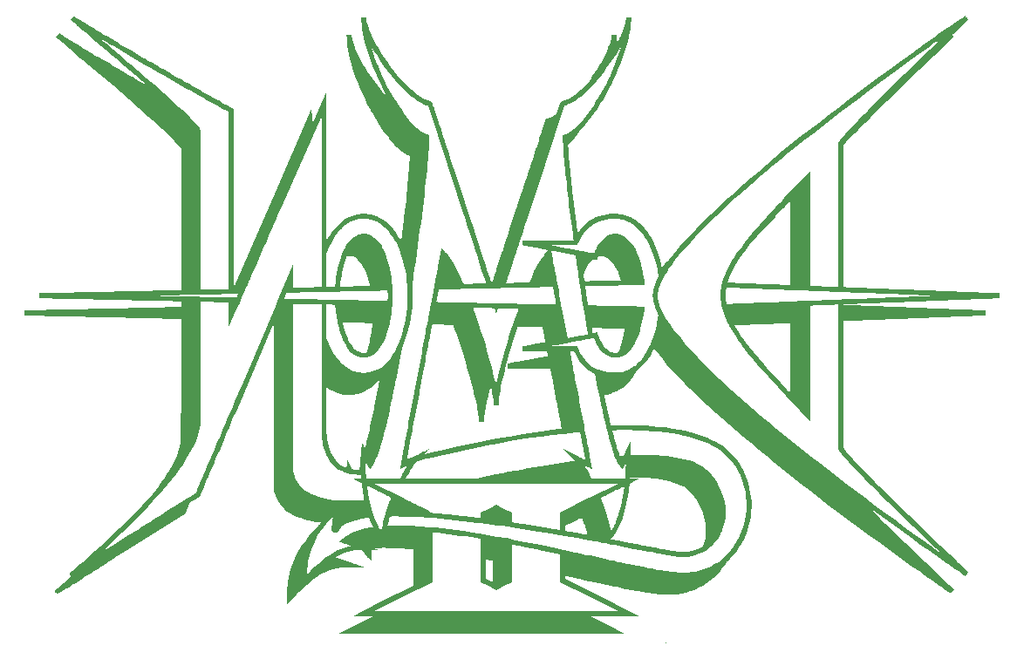
<source format=gbr>
%TF.GenerationSoftware,KiCad,Pcbnew,9.0.1-9.0.1-0~ubuntu22.04.1*%
%TF.CreationDate,2025-10-29T18:08:32+00:00*%
%TF.ProjectId,DeMoN_2.0_PLCC,44654d6f-4e5f-4322-9e30-5f504c43432e,rev?*%
%TF.SameCoordinates,Original*%
%TF.FileFunction,Legend,Bot*%
%TF.FilePolarity,Positive*%
%FSLAX46Y46*%
G04 Gerber Fmt 4.6, Leading zero omitted, Abs format (unit mm)*
G04 Created by KiCad (PCBNEW 9.0.1-9.0.1-0~ubuntu22.04.1) date 2025-10-29 18:08:32*
%MOMM*%
%LPD*%
G01*
G04 APERTURE LIST*
%ADD10C,0.000000*%
G04 APERTURE END LIST*
D10*
%TO.C,G\u002A\u002A\u002A*%
G36*
X130917380Y-100827952D02*
G01*
X130909342Y-100835990D01*
X130901304Y-100827952D01*
X130909342Y-100819914D01*
X130917380Y-100827952D01*
G37*
G36*
X148456241Y-103609091D02*
G01*
X148448203Y-103617129D01*
X148440165Y-103609091D01*
X148448203Y-103601053D01*
X148456241Y-103609091D01*
G37*
G36*
X148456241Y-103552825D02*
G01*
X148455081Y-103561336D01*
X148445524Y-103563543D01*
X148443600Y-103561186D01*
X148445524Y-103542108D01*
X148450359Y-103539593D01*
X148456241Y-103552825D01*
G37*
G36*
X158705438Y-113556543D02*
G01*
X158744848Y-113576180D01*
X158785038Y-113599154D01*
X158732791Y-113599724D01*
X158693339Y-113594398D01*
X158680545Y-113576180D01*
X158680548Y-113575346D01*
X158685928Y-113556265D01*
X158705438Y-113556543D01*
G37*
G36*
X154904182Y-55474632D02*
G01*
X154842414Y-55699224D01*
X154686895Y-56203061D01*
X154513062Y-56713917D01*
X154322159Y-57229344D01*
X154115431Y-57746899D01*
X153894121Y-58264134D01*
X153659472Y-58778605D01*
X153412730Y-59287866D01*
X153155138Y-59789471D01*
X152887939Y-60280975D01*
X152612377Y-60759931D01*
X152329697Y-61223894D01*
X152041141Y-61670418D01*
X151747955Y-62097059D01*
X151451381Y-62501369D01*
X151152664Y-62880903D01*
X150853047Y-63233217D01*
X150553775Y-63555863D01*
X150467298Y-63647394D01*
X150358686Y-63769407D01*
X150258697Y-63889366D01*
X150175315Y-63997943D01*
X150088775Y-64115388D01*
X149954160Y-64292062D01*
X149814582Y-64468872D01*
X149674507Y-64640380D01*
X149538402Y-64801146D01*
X149410733Y-64945734D01*
X149295966Y-65068703D01*
X149193160Y-65174897D01*
X149210783Y-65422374D01*
X149213837Y-65464937D01*
X149236783Y-65768368D01*
X149263690Y-66099513D01*
X149294201Y-66454770D01*
X149327957Y-66830536D01*
X149364601Y-67223207D01*
X149403775Y-67629182D01*
X149445122Y-68044858D01*
X149488285Y-68466631D01*
X149532905Y-68890898D01*
X149578626Y-69314058D01*
X149625089Y-69732508D01*
X149671937Y-70142644D01*
X149718812Y-70540863D01*
X149730710Y-70640149D01*
X149757046Y-70858667D01*
X149784361Y-71083746D01*
X149812369Y-71313122D01*
X149840786Y-71544532D01*
X149869324Y-71775713D01*
X149897698Y-72004401D01*
X149925623Y-72228333D01*
X149952813Y-72445245D01*
X149978983Y-72652874D01*
X150003845Y-72848957D01*
X150027115Y-73031230D01*
X150048508Y-73197430D01*
X150067736Y-73345293D01*
X150084515Y-73472556D01*
X150098559Y-73576955D01*
X150109582Y-73656227D01*
X150117299Y-73708110D01*
X150121423Y-73730338D01*
X150128370Y-73731119D01*
X150150578Y-73710693D01*
X150185024Y-73668193D01*
X150229037Y-73606685D01*
X150311577Y-73490100D01*
X150531872Y-73214132D01*
X150769268Y-72964721D01*
X151024174Y-72741643D01*
X151296999Y-72544671D01*
X151588153Y-72373580D01*
X151898046Y-72228146D01*
X152227087Y-72108142D01*
X152575685Y-72013343D01*
X152944250Y-71943525D01*
X153333192Y-71898461D01*
X153624142Y-71883709D01*
X153923928Y-71887578D01*
X154213721Y-71910720D01*
X154487953Y-71952682D01*
X154741055Y-72013011D01*
X154937433Y-72076253D01*
X155240746Y-72201206D01*
X155534133Y-72356019D01*
X155817178Y-72540122D01*
X156089461Y-72752941D01*
X156350565Y-72993904D01*
X156600072Y-73262438D01*
X156837565Y-73557972D01*
X157062625Y-73879933D01*
X157274835Y-74227748D01*
X157473777Y-74600847D01*
X157659033Y-74998655D01*
X157830184Y-75420601D01*
X157986814Y-75866113D01*
X158128505Y-76334618D01*
X158254838Y-76825544D01*
X158315329Y-77081743D01*
X158349234Y-77041471D01*
X158414423Y-76964307D01*
X158547804Y-76807707D01*
X158690272Y-76641859D01*
X158834458Y-76475291D01*
X158972996Y-76316532D01*
X159098519Y-76174110D01*
X159115045Y-76155433D01*
X159208617Y-76048306D01*
X159309842Y-75930489D01*
X159411406Y-75810606D01*
X159505991Y-75697280D01*
X159586281Y-75599136D01*
X159734576Y-75417095D01*
X160002651Y-75096771D01*
X160285805Y-74769234D01*
X160585590Y-74432798D01*
X160903557Y-74085782D01*
X161241257Y-73726500D01*
X161600241Y-73353271D01*
X161982061Y-72964410D01*
X162388269Y-72558233D01*
X162463567Y-72483647D01*
X162748934Y-72202558D01*
X163025085Y-71933261D01*
X163296281Y-71671738D01*
X163566786Y-71413970D01*
X163840861Y-71155936D01*
X164122770Y-70893618D01*
X164416774Y-70622997D01*
X164727136Y-70340054D01*
X165058119Y-70040768D01*
X165558986Y-69592613D01*
X166237769Y-68994537D01*
X166944034Y-68382315D01*
X167677218Y-67756391D01*
X168436758Y-67117207D01*
X169222090Y-66465206D01*
X170032652Y-65800831D01*
X170867880Y-65124524D01*
X171727212Y-64436729D01*
X172610083Y-63737889D01*
X173515931Y-63028446D01*
X174444193Y-62308842D01*
X175394305Y-61579522D01*
X176365704Y-60840927D01*
X177357828Y-60093501D01*
X178370112Y-59337687D01*
X179401994Y-58573927D01*
X180452911Y-57802663D01*
X181522299Y-57024340D01*
X182609595Y-56239400D01*
X182803596Y-56100090D01*
X183026803Y-55940207D01*
X183258394Y-55774701D01*
X183496984Y-55604545D01*
X183741192Y-55430708D01*
X183989635Y-55254161D01*
X184240929Y-55075876D01*
X184493692Y-54896824D01*
X184746540Y-54717974D01*
X184998092Y-54540299D01*
X185246963Y-54364769D01*
X185491771Y-54192355D01*
X185731133Y-54024028D01*
X185963667Y-53860759D01*
X186187989Y-53703519D01*
X186402716Y-53553278D01*
X186606465Y-53411008D01*
X186797854Y-53277680D01*
X186975500Y-53154264D01*
X187138019Y-53041731D01*
X187284030Y-52941053D01*
X187412148Y-52853200D01*
X187520990Y-52779143D01*
X187609175Y-52719853D01*
X187675319Y-52676300D01*
X187718040Y-52649457D01*
X187735953Y-52640294D01*
X187748644Y-52651270D01*
X187776698Y-52682490D01*
X187815504Y-52728422D01*
X187860622Y-52783515D01*
X187907609Y-52842215D01*
X187952024Y-52898973D01*
X187989423Y-52948236D01*
X188015366Y-52984451D01*
X188025410Y-53002068D01*
X188016865Y-53012744D01*
X187987251Y-53043735D01*
X187938701Y-53092632D01*
X187873550Y-53157187D01*
X187794128Y-53235151D01*
X187702769Y-53324276D01*
X187601805Y-53422313D01*
X187493568Y-53527013D01*
X187380392Y-53636130D01*
X187264609Y-53747413D01*
X187148550Y-53858615D01*
X187034550Y-53967487D01*
X186924940Y-54071780D01*
X186822052Y-54169248D01*
X186728220Y-54257639D01*
X186645776Y-54334708D01*
X186577052Y-54398204D01*
X186573102Y-54401837D01*
X186532060Y-54441398D01*
X186502980Y-54472672D01*
X186491937Y-54489167D01*
X186491981Y-54489677D01*
X186502632Y-54509085D01*
X186528395Y-54545204D01*
X186564014Y-54590639D01*
X186636091Y-54679121D01*
X185860779Y-55416005D01*
X185439411Y-55816776D01*
X184699752Y-56521751D01*
X183983640Y-57206226D01*
X183290646Y-57870619D01*
X182620340Y-58515348D01*
X181972293Y-59140830D01*
X181346074Y-59747482D01*
X180741254Y-60335723D01*
X180157403Y-60905969D01*
X179594090Y-61458639D01*
X179050887Y-61994150D01*
X178527363Y-62512920D01*
X178023088Y-63015366D01*
X177537633Y-63501905D01*
X177485138Y-63554693D01*
X177320640Y-63720276D01*
X177158761Y-63883466D01*
X177001509Y-64042225D01*
X176850892Y-64194516D01*
X176708919Y-64338302D01*
X176577599Y-64471546D01*
X176458939Y-64592211D01*
X176354950Y-64698258D01*
X176267638Y-64787651D01*
X176199013Y-64858353D01*
X176151083Y-64908326D01*
X175897886Y-65175353D01*
X175897886Y-72090102D01*
X175897886Y-79004851D01*
X175934057Y-79004722D01*
X175938223Y-79004812D01*
X175970730Y-79005901D01*
X176033664Y-79008191D01*
X176125802Y-79011631D01*
X176245920Y-79016176D01*
X176392795Y-79021776D01*
X176565205Y-79028384D01*
X176761925Y-79035952D01*
X176981733Y-79044432D01*
X177223405Y-79053776D01*
X177485717Y-79063936D01*
X177767448Y-79074864D01*
X178067373Y-79086512D01*
X178384269Y-79098833D01*
X178716914Y-79111778D01*
X179064082Y-79125299D01*
X179424553Y-79139349D01*
X179797102Y-79153879D01*
X180180505Y-79168842D01*
X180573541Y-79184190D01*
X180974985Y-79199875D01*
X181383614Y-79215848D01*
X181798205Y-79232062D01*
X182217535Y-79248469D01*
X182640380Y-79265021D01*
X183065518Y-79281670D01*
X183491724Y-79298369D01*
X183917777Y-79315068D01*
X184342452Y-79331721D01*
X184764526Y-79348280D01*
X185182776Y-79364695D01*
X185595979Y-79380921D01*
X186002911Y-79396907D01*
X186402350Y-79412608D01*
X186793072Y-79427974D01*
X187173853Y-79442958D01*
X187543471Y-79457512D01*
X187900703Y-79471587D01*
X188244324Y-79485137D01*
X188573112Y-79498112D01*
X188885844Y-79510466D01*
X189181295Y-79522150D01*
X189458244Y-79533116D01*
X189715467Y-79543317D01*
X189951740Y-79552704D01*
X190165841Y-79561229D01*
X190356546Y-79568845D01*
X190522631Y-79575503D01*
X190662874Y-79581157D01*
X190776051Y-79585756D01*
X190860939Y-79589255D01*
X190916315Y-79591604D01*
X190940956Y-79592757D01*
X191105735Y-79602755D01*
X191105735Y-79840691D01*
X191105735Y-79840800D01*
X191105735Y-80078845D01*
X190940956Y-80088843D01*
X190935086Y-80089147D01*
X190898321Y-80090771D01*
X190831297Y-80093574D01*
X190735238Y-80097508D01*
X190611366Y-80102524D01*
X190460906Y-80108575D01*
X190285080Y-80115612D01*
X190085111Y-80123588D01*
X189862223Y-80132455D01*
X189617640Y-80142164D01*
X189352583Y-80152669D01*
X189068278Y-80163921D01*
X188765946Y-80175871D01*
X188446810Y-80188473D01*
X188112096Y-80201678D01*
X187763025Y-80215439D01*
X187400820Y-80229706D01*
X187026706Y-80244433D01*
X186641905Y-80259572D01*
X186247640Y-80275074D01*
X185845135Y-80290892D01*
X185435613Y-80306977D01*
X185020298Y-80323282D01*
X184600412Y-80339759D01*
X184177179Y-80356360D01*
X183751821Y-80373037D01*
X183325563Y-80389742D01*
X182899628Y-80406427D01*
X182475238Y-80423044D01*
X182053618Y-80439545D01*
X181635989Y-80455883D01*
X181223576Y-80472009D01*
X180817602Y-80487875D01*
X180419290Y-80503434D01*
X180029863Y-80518638D01*
X179650544Y-80533438D01*
X179282558Y-80547787D01*
X178927126Y-80561636D01*
X178585472Y-80574938D01*
X178258820Y-80587646D01*
X177948393Y-80599710D01*
X177655414Y-80611083D01*
X177381106Y-80621718D01*
X177126692Y-80631565D01*
X176893396Y-80640578D01*
X176682441Y-80648708D01*
X176495051Y-80655908D01*
X176332448Y-80662129D01*
X176195855Y-80667323D01*
X176086497Y-80671443D01*
X176005595Y-80674441D01*
X175954374Y-80676269D01*
X175934057Y-80676878D01*
X175911611Y-80681367D01*
X175897886Y-80700863D01*
X175900182Y-80712026D01*
X175917981Y-80725019D01*
X175919047Y-80725038D01*
X175943408Y-80725871D01*
X175996632Y-80727856D01*
X176075927Y-80730883D01*
X176178500Y-80734843D01*
X176301560Y-80739629D01*
X176442315Y-80745132D01*
X176597972Y-80751244D01*
X176765738Y-80757855D01*
X176942823Y-80764857D01*
X177043868Y-80768858D01*
X177223333Y-80775961D01*
X177399330Y-80782921D01*
X177573951Y-80789819D01*
X177749291Y-80796738D01*
X177927444Y-80803760D01*
X178110504Y-80810968D01*
X178300565Y-80818443D01*
X178499720Y-80826267D01*
X178710063Y-80834524D01*
X178933689Y-80843294D01*
X179172691Y-80852661D01*
X179429163Y-80862706D01*
X179705199Y-80873511D01*
X180002893Y-80885159D01*
X180324339Y-80897732D01*
X180671631Y-80911312D01*
X181046862Y-80925981D01*
X181452127Y-80941822D01*
X181671150Y-80950386D01*
X181935956Y-80960747D01*
X182202289Y-80971175D01*
X182466783Y-80981540D01*
X182726073Y-80991707D01*
X182976794Y-81001546D01*
X183215580Y-81010923D01*
X183439065Y-81019708D01*
X183643885Y-81027767D01*
X183826674Y-81034969D01*
X183984066Y-81041182D01*
X184112697Y-81046273D01*
X184181550Y-81049001D01*
X184351462Y-81055716D01*
X184546042Y-81063387D01*
X184760191Y-81071814D01*
X184988808Y-81080797D01*
X185226793Y-81090135D01*
X185469046Y-81099629D01*
X185710468Y-81109079D01*
X185945959Y-81118283D01*
X186170418Y-81127042D01*
X186277550Y-81131222D01*
X186506727Y-81140175D01*
X186743795Y-81149453D01*
X186983752Y-81158860D01*
X187221595Y-81168197D01*
X187452322Y-81177270D01*
X187670931Y-81185881D01*
X187872420Y-81193833D01*
X188051785Y-81200930D01*
X188204026Y-81206976D01*
X188334062Y-81212114D01*
X188505053Y-81218766D01*
X188673514Y-81225210D01*
X188834512Y-81231261D01*
X188983115Y-81236738D01*
X189114390Y-81241456D01*
X189223406Y-81245233D01*
X189305228Y-81247885D01*
X189311902Y-81248089D01*
X189410883Y-81251457D01*
X189500321Y-81255086D01*
X189574566Y-81258703D01*
X189627969Y-81262033D01*
X189654880Y-81264804D01*
X189663566Y-81266829D01*
X189674973Y-81272782D01*
X189682686Y-81286148D01*
X189687429Y-81311875D01*
X189689922Y-81354911D01*
X189690889Y-81420203D01*
X189691051Y-81512699D01*
X189691013Y-81570468D01*
X189690467Y-81646427D01*
X189688693Y-81698080D01*
X189684969Y-81730376D01*
X189678574Y-81748262D01*
X189668785Y-81756685D01*
X189654880Y-81760594D01*
X189654041Y-81760752D01*
X189625223Y-81763568D01*
X189570284Y-81766926D01*
X189494872Y-81770551D01*
X189404637Y-81774171D01*
X189305228Y-81777513D01*
X189244944Y-81779444D01*
X189141785Y-81782977D01*
X189015223Y-81787494D01*
X188870193Y-81792811D01*
X188711625Y-81798746D01*
X188544453Y-81805114D01*
X188373609Y-81811734D01*
X188204026Y-81818422D01*
X188133671Y-81821219D01*
X187967611Y-81827801D01*
X187776858Y-81835338D01*
X187566417Y-81843636D01*
X187341288Y-81852495D01*
X187106474Y-81861722D01*
X186866978Y-81871117D01*
X186627802Y-81880486D01*
X186393948Y-81889631D01*
X186170418Y-81898355D01*
X186068258Y-81902340D01*
X185838061Y-81911330D01*
X185599192Y-81920673D01*
X185356751Y-81930167D01*
X185115838Y-81939614D01*
X184881554Y-81948813D01*
X184658998Y-81957564D01*
X184453270Y-81965666D01*
X184269469Y-81972920D01*
X184112697Y-81979125D01*
X184006544Y-81983327D01*
X183853503Y-81989370D01*
X183674530Y-81996424D01*
X183472990Y-82004355D01*
X183252250Y-82013033D01*
X183015673Y-82022325D01*
X182766626Y-82032100D01*
X182508474Y-82042223D01*
X182244583Y-82052565D01*
X181978318Y-82062992D01*
X181713044Y-82073373D01*
X181452127Y-82083575D01*
X181225167Y-82092446D01*
X180836697Y-82107632D01*
X180477106Y-82121691D01*
X180144303Y-82134707D01*
X179836193Y-82146760D01*
X179550682Y-82157934D01*
X179285675Y-82168311D01*
X179039081Y-82177972D01*
X178808803Y-82187000D01*
X178592749Y-82195478D01*
X178388824Y-82203486D01*
X178194936Y-82211108D01*
X178008988Y-82218426D01*
X177828889Y-82225521D01*
X177652544Y-82232476D01*
X177477858Y-82239374D01*
X177302739Y-82246296D01*
X177125092Y-82253324D01*
X176942823Y-82260541D01*
X176912402Y-82261745D01*
X176736694Y-82268689D01*
X176570775Y-82275223D01*
X176417438Y-82281239D01*
X176279474Y-82286629D01*
X176159675Y-82291283D01*
X176060835Y-82295094D01*
X175985744Y-82297953D01*
X175937196Y-82299750D01*
X175917981Y-82300379D01*
X175917729Y-82300482D01*
X175915955Y-82307616D01*
X175914282Y-82326550D01*
X175912709Y-82358099D01*
X175911233Y-82403075D01*
X175909852Y-82462295D01*
X175908562Y-82536570D01*
X175907360Y-82626716D01*
X175906245Y-82733547D01*
X175905214Y-82857876D01*
X175904264Y-83000519D01*
X175903391Y-83162288D01*
X175902595Y-83343997D01*
X175901871Y-83546462D01*
X175901218Y-83770496D01*
X175900632Y-84016913D01*
X175900111Y-84286527D01*
X175899652Y-84580152D01*
X175899253Y-84898602D01*
X175898911Y-85242692D01*
X175898623Y-85613235D01*
X175898387Y-86011046D01*
X175898200Y-86436938D01*
X175898059Y-86891726D01*
X175897961Y-87376223D01*
X175897905Y-87891245D01*
X175897886Y-88437604D01*
X175897886Y-94574787D01*
X176014437Y-94729906D01*
X176062884Y-94793195D01*
X176179964Y-94939045D01*
X176320275Y-95105685D01*
X176483847Y-95293143D01*
X176670709Y-95501447D01*
X176880890Y-95730627D01*
X177114417Y-95980711D01*
X177371321Y-96251728D01*
X177651629Y-96543708D01*
X177955371Y-96856677D01*
X178282576Y-97190667D01*
X178633272Y-97545705D01*
X179007488Y-97921820D01*
X179405253Y-98319040D01*
X179826595Y-98737396D01*
X180271544Y-99176915D01*
X180740129Y-99637627D01*
X181232377Y-100119560D01*
X181748319Y-100622743D01*
X182287982Y-101147205D01*
X182851396Y-101692974D01*
X183438589Y-102260080D01*
X184049591Y-102848552D01*
X184684429Y-103458417D01*
X185343134Y-104089705D01*
X186025732Y-104742446D01*
X186122063Y-104834467D01*
X186138459Y-104850130D01*
X186293367Y-104998115D01*
X186466151Y-105163183D01*
X186637667Y-105327047D01*
X186805166Y-105487081D01*
X186965902Y-105640660D01*
X187117126Y-105785158D01*
X187256090Y-105917949D01*
X187380048Y-106036409D01*
X187486251Y-106137912D01*
X187571952Y-106219833D01*
X188049529Y-106676398D01*
X187949942Y-106796905D01*
X187930308Y-106820582D01*
X187878268Y-106882689D01*
X187829751Y-106939790D01*
X187793178Y-106981947D01*
X187736002Y-107046481D01*
X187608305Y-106960475D01*
X187548945Y-106920196D01*
X187462309Y-106860894D01*
X187354678Y-106786855D01*
X187228814Y-106699997D01*
X187087483Y-106602242D01*
X186933449Y-106495509D01*
X186769476Y-106381718D01*
X186598330Y-106262788D01*
X186422773Y-106140640D01*
X186245572Y-106017193D01*
X186069491Y-105894368D01*
X185897293Y-105774084D01*
X185731744Y-105658261D01*
X185575608Y-105548818D01*
X185196696Y-105282477D01*
X184308432Y-104654664D01*
X183405681Y-104011962D01*
X182494944Y-103359056D01*
X181582723Y-102700632D01*
X180675522Y-102041376D01*
X179779841Y-101385975D01*
X178902183Y-100739116D01*
X178828204Y-100684484D01*
X178696709Y-100588013D01*
X178590029Y-100510737D01*
X178507732Y-100452358D01*
X178449389Y-100412579D01*
X178414568Y-100391102D01*
X178402840Y-100387631D01*
X178413772Y-100401867D01*
X178428431Y-100416788D01*
X178468557Y-100456871D01*
X178528713Y-100516488D01*
X178607105Y-100593881D01*
X178701938Y-100687294D01*
X178811417Y-100794968D01*
X178933748Y-100915145D01*
X179067135Y-101046069D01*
X179209783Y-101185981D01*
X179359899Y-101333124D01*
X179515687Y-101485740D01*
X179675352Y-101642072D01*
X179837100Y-101800362D01*
X179999136Y-101958853D01*
X180159666Y-102115786D01*
X180316893Y-102269405D01*
X180469024Y-102417951D01*
X180614265Y-102559668D01*
X180750819Y-102692797D01*
X180876892Y-102815580D01*
X180990690Y-102926261D01*
X181090418Y-103023082D01*
X181277254Y-103204141D01*
X181492145Y-103412104D01*
X181713192Y-103625720D01*
X181941715Y-103846256D01*
X182179034Y-104074982D01*
X182426469Y-104313164D01*
X182685339Y-104562071D01*
X182956967Y-104822971D01*
X183242670Y-105097132D01*
X183543771Y-105385821D01*
X183861588Y-105690307D01*
X184197443Y-106011857D01*
X184552655Y-106351740D01*
X184928544Y-106711224D01*
X185326431Y-107091576D01*
X185486499Y-107244601D01*
X185649155Y-107400185D01*
X185804236Y-107548610D01*
X185950173Y-107688370D01*
X186085398Y-107817963D01*
X186208345Y-107935882D01*
X186317445Y-108040624D01*
X186411131Y-108130684D01*
X186487833Y-108204558D01*
X186545986Y-108260741D01*
X186584021Y-108297729D01*
X186600370Y-108314018D01*
X186636461Y-108353398D01*
X186482091Y-108541220D01*
X186467559Y-108558793D01*
X186408101Y-108628084D01*
X186360209Y-108679475D01*
X186326440Y-108710346D01*
X186309355Y-108718078D01*
X186292099Y-108707007D01*
X186247673Y-108677211D01*
X186180501Y-108631453D01*
X186092622Y-108571150D01*
X185986074Y-108497722D01*
X185862897Y-108412589D01*
X185725129Y-108317168D01*
X185574809Y-108212880D01*
X185413975Y-108101143D01*
X185244666Y-107983376D01*
X185068920Y-107860999D01*
X184888778Y-107735429D01*
X184706276Y-107608088D01*
X184523454Y-107480392D01*
X184342350Y-107353762D01*
X184165004Y-107229616D01*
X183993453Y-107109374D01*
X183829737Y-106994454D01*
X183675894Y-106886276D01*
X183533962Y-106786258D01*
X183523532Y-106778898D01*
X182469935Y-106032478D01*
X181427753Y-105288260D01*
X180397752Y-104546839D01*
X179380698Y-103808812D01*
X178377356Y-103074775D01*
X177388494Y-102345325D01*
X176414876Y-101621056D01*
X175457270Y-100902566D01*
X174516442Y-100190450D01*
X173593156Y-99485305D01*
X172688181Y-98787727D01*
X171802281Y-98098312D01*
X170936222Y-97417657D01*
X170090772Y-96746356D01*
X169266696Y-96085008D01*
X168464759Y-95434207D01*
X167685729Y-94794549D01*
X166930372Y-94166632D01*
X166199452Y-93551051D01*
X165493737Y-92948403D01*
X164813993Y-92359283D01*
X164160986Y-91784287D01*
X163535481Y-91224013D01*
X163367041Y-91071409D01*
X162747157Y-90503320D01*
X162155207Y-89950254D01*
X161590940Y-89411950D01*
X161054105Y-88888148D01*
X160544452Y-88378588D01*
X160061730Y-87883011D01*
X159605688Y-87401156D01*
X159176077Y-86932763D01*
X158772644Y-86477573D01*
X158395139Y-86035324D01*
X158043313Y-85605758D01*
X157716913Y-85188615D01*
X157534785Y-84950037D01*
X157403414Y-85204691D01*
X157372081Y-85264757D01*
X157169745Y-85623119D01*
X156953841Y-85957151D01*
X156725426Y-86265505D01*
X156485558Y-86546834D01*
X156235295Y-86799789D01*
X155975695Y-87023025D01*
X155921380Y-87071262D01*
X155861243Y-87141869D01*
X155800628Y-87234145D01*
X155728627Y-87352121D01*
X155500098Y-87694639D01*
X155260346Y-88007434D01*
X155009482Y-88290421D01*
X154747613Y-88543518D01*
X154474848Y-88766641D01*
X154191296Y-88959705D01*
X153897065Y-89122628D01*
X153592263Y-89255326D01*
X153276999Y-89357715D01*
X152951382Y-89429712D01*
X152927073Y-89433756D01*
X152856336Y-89444204D01*
X152794992Y-89451484D01*
X152754145Y-89454218D01*
X152721959Y-89455905D01*
X152706219Y-89465872D01*
X152707841Y-89490389D01*
X152712920Y-89513942D01*
X152723818Y-89565218D01*
X152739734Y-89640431D01*
X152759874Y-89735814D01*
X152783441Y-89847597D01*
X152809640Y-89972013D01*
X152837676Y-90105294D01*
X152850584Y-90166508D01*
X152885223Y-90329235D01*
X152922648Y-90503146D01*
X152962176Y-90685198D01*
X153003126Y-90872347D01*
X153044812Y-91061549D01*
X153086553Y-91249760D01*
X153127665Y-91433937D01*
X153167466Y-91611034D01*
X153205271Y-91778010D01*
X153240398Y-91931819D01*
X153272164Y-92069417D01*
X153299885Y-92187762D01*
X153322879Y-92283808D01*
X153340462Y-92354513D01*
X153351952Y-92396832D01*
X153352218Y-92397571D01*
X153357120Y-92402530D01*
X153368851Y-92406715D01*
X153389714Y-92410165D01*
X153422010Y-92412922D01*
X153468042Y-92415027D01*
X153530110Y-92416521D01*
X153610518Y-92417446D01*
X153711566Y-92417841D01*
X153835557Y-92417749D01*
X153984793Y-92417210D01*
X154161575Y-92416266D01*
X154368206Y-92414957D01*
X154611339Y-92413748D01*
X154979695Y-92413726D01*
X155323766Y-92416169D01*
X155648352Y-92421183D01*
X155958256Y-92428872D01*
X156258278Y-92439341D01*
X156553221Y-92452695D01*
X156847886Y-92469037D01*
X157302027Y-92499800D01*
X158011515Y-92562162D01*
X158693184Y-92640316D01*
X159347171Y-92734296D01*
X159973612Y-92844138D01*
X160572641Y-92969876D01*
X161144394Y-93111544D01*
X161689007Y-93269177D01*
X162206616Y-93442810D01*
X162697357Y-93632478D01*
X163161364Y-93838214D01*
X163598774Y-94060055D01*
X164009722Y-94298033D01*
X164129471Y-94375180D01*
X164394972Y-94567501D01*
X164659135Y-94787212D01*
X164919009Y-95031124D01*
X165171645Y-95296052D01*
X165414090Y-95578809D01*
X165643396Y-95876209D01*
X165856610Y-96185065D01*
X166050783Y-96502192D01*
X166185887Y-96749500D01*
X166386169Y-97168833D01*
X166558111Y-97600318D01*
X166701775Y-98042179D01*
X166817222Y-98492642D01*
X166904514Y-98949935D01*
X166963713Y-99412283D01*
X166994880Y-99877913D01*
X166997553Y-100268342D01*
X166998078Y-100345051D01*
X166973369Y-100811923D01*
X166920813Y-101276755D01*
X166840473Y-101737774D01*
X166732410Y-102193206D01*
X166596687Y-102641277D01*
X166433365Y-103080214D01*
X166242505Y-103508242D01*
X166024170Y-103923587D01*
X165778421Y-104324478D01*
X165590051Y-104594580D01*
X165364456Y-104885226D01*
X165125276Y-105162377D01*
X164877878Y-105419847D01*
X164627625Y-105651449D01*
X164598122Y-105680928D01*
X164551040Y-105736633D01*
X164499791Y-105804493D01*
X164451219Y-105875800D01*
X164240262Y-106187516D01*
X163958305Y-106556162D01*
X163657982Y-106898605D01*
X163339471Y-107214703D01*
X163002951Y-107504316D01*
X162648599Y-107767304D01*
X162276594Y-108003526D01*
X161887114Y-108212843D01*
X161480336Y-108395113D01*
X161056440Y-108550197D01*
X160648635Y-108668780D01*
X160204008Y-108766463D01*
X159748371Y-108835199D01*
X159283569Y-108874834D01*
X158811449Y-108885214D01*
X158333855Y-108866185D01*
X157852633Y-108817592D01*
X157689385Y-108795978D01*
X157482939Y-108768134D01*
X157282161Y-108740380D01*
X157085569Y-108712427D01*
X156891681Y-108683988D01*
X156699018Y-108654775D01*
X156506098Y-108624501D01*
X156311439Y-108592878D01*
X156113562Y-108559617D01*
X155910985Y-108524433D01*
X155702227Y-108487036D01*
X155485807Y-108447139D01*
X155260244Y-108404455D01*
X155024057Y-108358695D01*
X154775766Y-108309573D01*
X154513888Y-108256800D01*
X154236944Y-108200089D01*
X153943452Y-108139153D01*
X153631932Y-108073703D01*
X153300901Y-108003451D01*
X152948880Y-107928111D01*
X152574387Y-107847394D01*
X152175942Y-107761014D01*
X151752063Y-107668681D01*
X151301269Y-107570109D01*
X150822079Y-107465010D01*
X150313013Y-107353096D01*
X150160729Y-107319578D01*
X149962920Y-107276019D01*
X149775378Y-107234697D01*
X149600452Y-107196130D01*
X149440489Y-107160838D01*
X149297839Y-107129338D01*
X149174850Y-107102149D01*
X149073869Y-107079791D01*
X148997246Y-107062781D01*
X148947327Y-107051638D01*
X148926462Y-107046881D01*
X148922252Y-107045848D01*
X148906864Y-107044179D01*
X148897430Y-107051896D01*
X148892494Y-107074692D01*
X148890599Y-107118257D01*
X148890291Y-107188283D01*
X148890291Y-107338745D01*
X152495323Y-109142358D01*
X155136382Y-110463692D01*
X156100355Y-110945972D01*
X153721114Y-110947753D01*
X151341874Y-110949535D01*
X153021810Y-111791749D01*
X154701747Y-112633964D01*
X140820165Y-112633964D01*
X126938583Y-112633964D01*
X128618519Y-111791749D01*
X130298456Y-110949535D01*
X129317823Y-110947759D01*
X128337190Y-110945984D01*
X129301025Y-110463692D01*
X130394912Y-110463692D01*
X142218772Y-110463692D01*
X154042633Y-110463692D01*
X151225323Y-109053945D01*
X148408013Y-107644197D01*
X148408013Y-106298121D01*
X148408013Y-104952045D01*
X148371842Y-104943620D01*
X148353940Y-104939485D01*
X148273093Y-104921346D01*
X148167333Y-104898239D01*
X148038826Y-104870609D01*
X147889742Y-104838898D01*
X147722250Y-104803549D01*
X147538518Y-104765007D01*
X147340716Y-104723714D01*
X147131013Y-104680113D01*
X146911576Y-104634649D01*
X146684576Y-104587764D01*
X146452181Y-104539902D01*
X146216559Y-104491505D01*
X145979881Y-104443018D01*
X145744313Y-104394884D01*
X145512027Y-104347546D01*
X145285189Y-104301447D01*
X145065970Y-104257031D01*
X144856538Y-104214741D01*
X144659062Y-104175020D01*
X144475710Y-104138312D01*
X144308652Y-104105060D01*
X144160057Y-104075708D01*
X144032093Y-104050698D01*
X143926929Y-104030474D01*
X143846735Y-104015479D01*
X143793678Y-104006158D01*
X143769928Y-104002952D01*
X143769675Y-104002963D01*
X143765976Y-104006174D01*
X143762676Y-104016269D01*
X143759753Y-104034930D01*
X143757185Y-104063843D01*
X143754950Y-104104692D01*
X143753025Y-104159162D01*
X143751389Y-104228938D01*
X143750019Y-104315704D01*
X143748893Y-104421144D01*
X143747990Y-104546945D01*
X143747286Y-104694789D01*
X143746759Y-104866361D01*
X143746388Y-105063348D01*
X143746151Y-105287432D01*
X143746025Y-105540298D01*
X143746019Y-105584478D01*
X143745988Y-105823632D01*
X143745988Y-107644312D01*
X142982380Y-108026015D01*
X142218773Y-108407717D01*
X141455224Y-108026044D01*
X140691676Y-107644371D01*
X140689262Y-106402461D01*
X141173836Y-106402461D01*
X141173836Y-107339059D01*
X141519469Y-107511653D01*
X141865102Y-107684248D01*
X141865102Y-106634363D01*
X141865102Y-105584478D01*
X141539564Y-105524710D01*
X141515401Y-105520285D01*
X141418212Y-105502724D01*
X141332417Y-105487587D01*
X141263070Y-105475744D01*
X141215223Y-105468060D01*
X141193931Y-105465403D01*
X141193751Y-105465415D01*
X141189380Y-105472246D01*
X141185654Y-105492974D01*
X141182529Y-105529626D01*
X141179961Y-105584232D01*
X141177908Y-105658818D01*
X141176326Y-105755415D01*
X141175171Y-105876049D01*
X141174400Y-106022749D01*
X141173970Y-106197544D01*
X141173836Y-106402461D01*
X140689262Y-106402461D01*
X140687598Y-105546372D01*
X140683519Y-103448373D01*
X140257507Y-103380342D01*
X139769969Y-103304115D01*
X139225775Y-103222722D01*
X138681290Y-103145035D01*
X138141757Y-103071747D01*
X137612421Y-103003552D01*
X137098528Y-102941140D01*
X136605320Y-102885205D01*
X136138045Y-102836440D01*
X136029532Y-102825662D01*
X136029532Y-105234930D01*
X136029532Y-107644197D01*
X133212222Y-109053945D01*
X130394912Y-110463692D01*
X129301025Y-110463692D01*
X131242918Y-109491991D01*
X134148646Y-108037997D01*
X134148646Y-106248351D01*
X134148646Y-104458705D01*
X133895450Y-104439822D01*
X133548545Y-104415269D01*
X133140307Y-104389778D01*
X132741455Y-104368539D01*
X132355186Y-104351656D01*
X131984696Y-104339233D01*
X131633183Y-104331376D01*
X131303843Y-104328188D01*
X130999872Y-104329775D01*
X130724469Y-104336240D01*
X130362760Y-104348672D01*
X130603899Y-104431758D01*
X130845038Y-104514844D01*
X130489250Y-104516113D01*
X130133461Y-104517382D01*
X130123792Y-104650009D01*
X130122211Y-104674515D01*
X130118703Y-104743151D01*
X130114833Y-104833991D01*
X130110855Y-104940470D01*
X130107021Y-105056026D01*
X130103585Y-105174093D01*
X130093049Y-105565550D01*
X129820756Y-105294663D01*
X129734770Y-105207957D01*
X129576473Y-105041217D01*
X129438997Y-104886190D01*
X129324231Y-104745049D01*
X129234062Y-104619964D01*
X129176625Y-104533458D01*
X129038237Y-104533630D01*
X129035115Y-104533640D01*
X128963338Y-104535732D01*
X128871724Y-104540939D01*
X128771723Y-104548504D01*
X128674785Y-104557668D01*
X128517929Y-104576207D01*
X128155963Y-104635204D01*
X127810743Y-104716049D01*
X127475862Y-104820635D01*
X127144914Y-104950859D01*
X126811492Y-105108612D01*
X126571870Y-105231094D01*
X128001112Y-105708918D01*
X128054326Y-105726713D01*
X128257929Y-105794871D01*
X128451964Y-105859941D01*
X128634337Y-105921216D01*
X128802956Y-105977987D01*
X128955726Y-106029546D01*
X129090556Y-106075185D01*
X129205350Y-106114195D01*
X129298017Y-106145868D01*
X129366462Y-106169495D01*
X129408594Y-106184370D01*
X129422317Y-106189782D01*
X129419268Y-106190022D01*
X129390247Y-106190866D01*
X129332825Y-106192020D01*
X129249689Y-106193445D01*
X129143526Y-106195101D01*
X129017020Y-106196948D01*
X128872859Y-106198948D01*
X128713728Y-106201059D01*
X128542315Y-106203242D01*
X128361304Y-106205458D01*
X128339700Y-106205718D01*
X128119229Y-106208454D01*
X127927515Y-106211118D01*
X127761446Y-106213912D01*
X127617913Y-106217039D01*
X127493804Y-106220701D01*
X127386008Y-106225100D01*
X127291415Y-106230440D01*
X127206914Y-106236922D01*
X127129394Y-106244750D01*
X127055744Y-106254125D01*
X126982854Y-106265251D01*
X126907613Y-106278329D01*
X126826909Y-106293562D01*
X126737633Y-106311153D01*
X126694436Y-106319942D01*
X126370118Y-106398401D01*
X126052693Y-106498024D01*
X125740021Y-106619977D01*
X125429963Y-106765424D01*
X125120377Y-106935530D01*
X124809124Y-107131459D01*
X124494064Y-107354376D01*
X124173057Y-107605446D01*
X123843962Y-107885833D01*
X123809393Y-107916470D01*
X123738302Y-107979845D01*
X123670106Y-108041292D01*
X123602463Y-108103039D01*
X123533033Y-108167319D01*
X123459474Y-108236363D01*
X123379445Y-108312400D01*
X123290605Y-108397663D01*
X123190613Y-108494382D01*
X123077127Y-108604788D01*
X122947807Y-108731113D01*
X122800311Y-108875586D01*
X122632298Y-109040439D01*
X121910951Y-109748632D01*
X121919710Y-109025950D01*
X121920630Y-108952212D01*
X121923298Y-108766558D01*
X121926331Y-108606573D01*
X121929997Y-108467486D01*
X121934568Y-108344525D01*
X121940315Y-108232920D01*
X121947507Y-108127898D01*
X121956417Y-108024687D01*
X121967314Y-107918517D01*
X121980469Y-107804616D01*
X121996152Y-107678213D01*
X121996389Y-107676347D01*
X122063400Y-107237702D01*
X122151987Y-106809416D01*
X122154147Y-106801252D01*
X123830439Y-106801252D01*
X123830741Y-106834384D01*
X123835924Y-106888585D01*
X124182203Y-106550990D01*
X124303343Y-106433633D01*
X124618347Y-106136128D01*
X124919008Y-105864194D01*
X125207270Y-105616581D01*
X125485077Y-105392039D01*
X125754372Y-105189321D01*
X126017101Y-105007175D01*
X126275205Y-104844354D01*
X126530631Y-104699607D01*
X126785321Y-104571687D01*
X127041220Y-104459342D01*
X127300272Y-104361325D01*
X127564421Y-104276386D01*
X127835610Y-104203276D01*
X127865048Y-104196129D01*
X127947189Y-104177052D01*
X128018693Y-104161660D01*
X128072723Y-104151379D01*
X128102441Y-104147635D01*
X128126578Y-104144111D01*
X128127399Y-104133568D01*
X128127016Y-104133273D01*
X128106457Y-104124442D01*
X128059087Y-104106903D01*
X127988374Y-104081856D01*
X127897785Y-104050502D01*
X127790787Y-104014043D01*
X127670846Y-103973678D01*
X127541431Y-103930610D01*
X127529904Y-103926794D01*
X127401415Y-103884074D01*
X127282873Y-103844346D01*
X127177712Y-103808785D01*
X127089364Y-103778563D01*
X127021262Y-103754854D01*
X126976840Y-103738832D01*
X126959531Y-103731671D01*
X126962838Y-103723128D01*
X126986843Y-103696914D01*
X127029780Y-103656606D01*
X127087884Y-103605316D01*
X127157385Y-103546157D01*
X127234518Y-103482242D01*
X127315513Y-103416682D01*
X127396604Y-103352591D01*
X127474024Y-103293080D01*
X127544005Y-103241264D01*
X127602779Y-103200252D01*
X127812344Y-103070629D01*
X128105238Y-102917364D01*
X128425814Y-102778384D01*
X128774342Y-102653593D01*
X129151094Y-102542896D01*
X129556340Y-102446199D01*
X129990351Y-102363406D01*
X130061291Y-102351207D01*
X130141902Y-102336805D01*
X130206734Y-102324598D01*
X130250472Y-102315595D01*
X130267800Y-102310802D01*
X130267451Y-102306473D01*
X130257389Y-102278542D01*
X130236533Y-102229414D01*
X130207143Y-102164305D01*
X130171480Y-102088435D01*
X130168402Y-102081985D01*
X130121455Y-101980264D01*
X130069818Y-101863361D01*
X130019545Y-101745221D01*
X129976689Y-101639787D01*
X129958156Y-101592801D01*
X129928512Y-101518328D01*
X129904186Y-101458081D01*
X129887302Y-101417301D01*
X129879986Y-101401231D01*
X129866123Y-101400120D01*
X129824339Y-101403189D01*
X129759358Y-101410364D01*
X129675770Y-101421007D01*
X129578167Y-101434482D01*
X129471143Y-101450152D01*
X129359287Y-101467379D01*
X129247193Y-101485527D01*
X129139453Y-101503959D01*
X128903904Y-101548653D01*
X128563617Y-101625894D01*
X128253790Y-101712759D01*
X127974464Y-101809231D01*
X127764535Y-101898729D01*
X127725680Y-101915294D01*
X127507481Y-102030932D01*
X127319908Y-102156127D01*
X127163003Y-102290863D01*
X127151368Y-102302397D01*
X127065927Y-102393095D01*
X127001110Y-102475175D01*
X126950938Y-102556116D01*
X126872639Y-102683588D01*
X126790253Y-102782767D01*
X126705728Y-102850296D01*
X126619260Y-102886056D01*
X126531047Y-102889930D01*
X126441285Y-102861798D01*
X126420238Y-102850507D01*
X126362607Y-102805227D01*
X126318026Y-102743524D01*
X126285967Y-102663036D01*
X126265903Y-102561401D01*
X126257304Y-102436256D01*
X126259644Y-102285239D01*
X126272395Y-102105990D01*
X126274895Y-102080404D01*
X126282924Y-102007682D01*
X126292353Y-101929154D01*
X126785861Y-101929154D01*
X126786893Y-101947776D01*
X126791408Y-101961306D01*
X126802794Y-101952855D01*
X126826051Y-101929154D01*
X126843031Y-101909347D01*
X126844025Y-101898729D01*
X126820505Y-101897002D01*
X126796741Y-101902723D01*
X126785861Y-101929154D01*
X126292353Y-101929154D01*
X126293798Y-101917121D01*
X126306766Y-101814247D01*
X126321081Y-101704589D01*
X126335994Y-101593676D01*
X126350754Y-101487037D01*
X126364612Y-101390198D01*
X126376821Y-101308689D01*
X126386630Y-101248039D01*
X126393291Y-101213775D01*
X126393313Y-101213685D01*
X126387828Y-101208322D01*
X126364253Y-101225367D01*
X126324821Y-101262337D01*
X126271767Y-101316749D01*
X126207324Y-101386119D01*
X126133725Y-101467963D01*
X126053203Y-101559799D01*
X125967993Y-101659142D01*
X125880327Y-101763509D01*
X125792440Y-101870417D01*
X125706563Y-101977382D01*
X125440386Y-102325533D01*
X125161211Y-102723154D01*
X124911472Y-103118171D01*
X124690153Y-103513051D01*
X124496237Y-103910263D01*
X124328707Y-104312274D01*
X124186546Y-104721554D01*
X124068737Y-105140569D01*
X123974264Y-105571789D01*
X123902109Y-106017681D01*
X123851257Y-106480714D01*
X123843867Y-106572003D01*
X123837363Y-106663839D01*
X123832767Y-106742329D01*
X123830439Y-106801252D01*
X122154147Y-106801252D01*
X122262949Y-106389961D01*
X122397082Y-105977810D01*
X122555184Y-105571432D01*
X122738053Y-105169301D01*
X122946485Y-104769887D01*
X123181279Y-104371663D01*
X123443231Y-103973099D01*
X123733139Y-103572667D01*
X124051801Y-103168839D01*
X124400013Y-102760087D01*
X124778574Y-102344881D01*
X124780009Y-102343354D01*
X124845396Y-102272198D01*
X124913170Y-102195741D01*
X124979909Y-102118146D01*
X125042189Y-102043575D01*
X125096588Y-101976192D01*
X125139683Y-101920160D01*
X125168050Y-101879642D01*
X125178266Y-101858800D01*
X125177983Y-101858363D01*
X125159602Y-101853875D01*
X125118196Y-101848044D01*
X125061716Y-101842014D01*
X125056294Y-101841496D01*
X124992426Y-101834539D01*
X124908225Y-101824320D01*
X124814010Y-101812132D01*
X124720102Y-101799266D01*
X124442185Y-101755729D01*
X124011334Y-101670101D01*
X123604111Y-101565888D01*
X123220945Y-101443302D01*
X122862264Y-101302553D01*
X122528496Y-101143852D01*
X122220070Y-100967410D01*
X121937414Y-100773440D01*
X121680956Y-100562150D01*
X121451126Y-100333754D01*
X121248350Y-100088462D01*
X121206417Y-100031280D01*
X121076341Y-99838617D01*
X120966030Y-99647207D01*
X120872581Y-99450453D01*
X120793091Y-99241763D01*
X120724654Y-99014541D01*
X120664368Y-98762192D01*
X120664225Y-98761517D01*
X120662276Y-98750181D01*
X120660423Y-98734806D01*
X120658660Y-98714563D01*
X120656986Y-98688626D01*
X120655396Y-98656169D01*
X120653887Y-98616365D01*
X120652456Y-98568386D01*
X120651098Y-98511405D01*
X120649811Y-98444597D01*
X120648591Y-98367135D01*
X120647435Y-98278190D01*
X120646338Y-98176938D01*
X120645299Y-98062550D01*
X120644312Y-97934200D01*
X120643374Y-97791062D01*
X120642483Y-97632307D01*
X120641634Y-97457111D01*
X120640825Y-97264645D01*
X120640051Y-97054083D01*
X120639309Y-96824598D01*
X120638595Y-96575364D01*
X120637906Y-96305553D01*
X120637240Y-96014338D01*
X120636591Y-95700894D01*
X120635956Y-95364393D01*
X120635333Y-95004008D01*
X120634718Y-94618912D01*
X120634106Y-94208279D01*
X120633495Y-93771282D01*
X120632881Y-93307093D01*
X120632261Y-92814887D01*
X120631631Y-92293837D01*
X120630988Y-91743114D01*
X120630327Y-91161894D01*
X120629646Y-90549349D01*
X120620735Y-82457074D01*
X117051874Y-90870245D01*
X116905109Y-91216194D01*
X116695971Y-91709062D01*
X116490142Y-92194006D01*
X116287977Y-92670194D01*
X116089831Y-93136791D01*
X115896059Y-93592964D01*
X115707018Y-94037878D01*
X115523061Y-94470700D01*
X115344545Y-94890597D01*
X115171825Y-95296733D01*
X115005255Y-95688276D01*
X114845191Y-96064391D01*
X114691989Y-96424244D01*
X114546004Y-96767003D01*
X114407590Y-97091832D01*
X114277104Y-97397898D01*
X114154900Y-97684367D01*
X114041333Y-97950405D01*
X113936760Y-98195179D01*
X113841535Y-98417854D01*
X113756013Y-98617596D01*
X113680550Y-98793573D01*
X113615501Y-98944949D01*
X113561221Y-99070892D01*
X113518066Y-99170566D01*
X113486390Y-99243139D01*
X113466549Y-99287777D01*
X113458899Y-99303645D01*
X113448468Y-99311056D01*
X113412612Y-99334777D01*
X113355224Y-99371933D01*
X113279677Y-99420364D01*
X113189342Y-99477912D01*
X113087592Y-99542416D01*
X112977800Y-99611718D01*
X112520816Y-99899561D01*
X112293333Y-100436098D01*
X112065850Y-100972635D01*
X106014495Y-104795689D01*
X105825776Y-104914913D01*
X105423407Y-105169098D01*
X105027858Y-105418954D01*
X104640014Y-105663922D01*
X104260761Y-105903445D01*
X103890983Y-106136964D01*
X103531566Y-106363919D01*
X103183396Y-106583753D01*
X102847357Y-106795908D01*
X102524334Y-106999823D01*
X102215213Y-107194941D01*
X101920879Y-107380704D01*
X101642216Y-107556552D01*
X101380112Y-107721927D01*
X101135449Y-107876271D01*
X100909115Y-108019025D01*
X100701993Y-108149630D01*
X100514969Y-108267527D01*
X100348929Y-108372159D01*
X100204757Y-108462967D01*
X100083339Y-108539391D01*
X99985559Y-108600874D01*
X99912304Y-108646857D01*
X99864458Y-108676781D01*
X99842906Y-108690088D01*
X99767733Y-108729486D01*
X99677465Y-108758437D01*
X99597859Y-108759172D01*
X99525983Y-108731577D01*
X99458904Y-108675544D01*
X99447235Y-108660482D01*
X99424500Y-108611505D01*
X99411568Y-108554780D01*
X99410464Y-108502209D01*
X99423211Y-108465695D01*
X99432783Y-108443670D01*
X99432565Y-108405177D01*
X99430009Y-108387310D01*
X99440224Y-108362172D01*
X99474667Y-108336888D01*
X99488448Y-108327825D01*
X99532418Y-108295114D01*
X99598234Y-108243282D01*
X99684320Y-108173635D01*
X99789099Y-108087482D01*
X99910995Y-107986130D01*
X100048432Y-107870886D01*
X100199832Y-107743057D01*
X100363620Y-107603951D01*
X100538219Y-107454876D01*
X100968615Y-107086479D01*
X100904842Y-107024589D01*
X100893046Y-107012611D01*
X100844303Y-106942945D01*
X100826138Y-106871317D01*
X100839270Y-106800188D01*
X100839292Y-106800135D01*
X100850570Y-106759590D01*
X100849997Y-106729012D01*
X100850338Y-106717758D01*
X100873177Y-106687230D01*
X100924527Y-106645654D01*
X100980008Y-106604008D01*
X101059049Y-106541603D01*
X101158030Y-106461320D01*
X101274875Y-106364936D01*
X101407509Y-106254227D01*
X101553857Y-106130970D01*
X101711842Y-105996943D01*
X101879391Y-105853922D01*
X102054426Y-105703683D01*
X102234873Y-105548004D01*
X102418656Y-105388661D01*
X102603700Y-105227431D01*
X102787930Y-105066091D01*
X102969269Y-104906418D01*
X103027709Y-104854653D01*
X103765411Y-104854653D01*
X103766482Y-104854107D01*
X103787371Y-104841412D01*
X103833928Y-104812473D01*
X103904953Y-104768049D01*
X103999244Y-104708898D01*
X104115602Y-104635780D01*
X104252826Y-104549451D01*
X104409716Y-104450672D01*
X104585072Y-104340201D01*
X104777692Y-104218796D01*
X104986376Y-104087217D01*
X105209925Y-103946221D01*
X105447136Y-103796567D01*
X105696811Y-103639014D01*
X105957749Y-103474320D01*
X106228748Y-103303245D01*
X106508609Y-103126547D01*
X106796132Y-102944984D01*
X107090115Y-102759314D01*
X107389358Y-102570298D01*
X107692662Y-102378693D01*
X107998824Y-102185257D01*
X108306646Y-101990750D01*
X108614927Y-101795931D01*
X108922465Y-101601556D01*
X109228061Y-101408387D01*
X109530514Y-101217180D01*
X109828624Y-101028695D01*
X110121191Y-100843690D01*
X110407013Y-100662924D01*
X110684890Y-100487155D01*
X110953623Y-100317142D01*
X111212010Y-100153644D01*
X111458851Y-99997419D01*
X111692945Y-99849227D01*
X111913093Y-99709824D01*
X112118094Y-99579971D01*
X112306746Y-99460426D01*
X112477851Y-99351947D01*
X112630207Y-99255293D01*
X112762613Y-99171223D01*
X112873871Y-99100495D01*
X112962778Y-99043868D01*
X113028135Y-99002101D01*
X113068741Y-98975951D01*
X113083395Y-98966178D01*
X113088275Y-98955688D01*
X113105410Y-98916525D01*
X113134537Y-98849074D01*
X113175347Y-98754061D01*
X113227533Y-98632211D01*
X113290785Y-98484249D01*
X113364795Y-98310901D01*
X113449255Y-98112892D01*
X113543858Y-97890947D01*
X113648293Y-97645791D01*
X113762254Y-97378150D01*
X113885432Y-97088749D01*
X114017518Y-96778314D01*
X114158204Y-96447568D01*
X114307182Y-96097239D01*
X114464144Y-95728050D01*
X114628781Y-95340728D01*
X114800786Y-94935997D01*
X114979848Y-94514583D01*
X115165662Y-94077211D01*
X115357917Y-93624606D01*
X115556306Y-93157494D01*
X115760520Y-92676599D01*
X115970252Y-92182648D01*
X116185192Y-91676365D01*
X116405033Y-91158475D01*
X116629466Y-90629704D01*
X116858183Y-90090778D01*
X117090876Y-89542421D01*
X117327236Y-88985358D01*
X117566955Y-88420315D01*
X117809725Y-87848018D01*
X120872077Y-80628521D01*
X122525454Y-80628521D01*
X122529902Y-88766971D01*
X122534349Y-96905420D01*
X122571155Y-97066180D01*
X122580227Y-97104748D01*
X122664493Y-97392903D01*
X122773972Y-97662743D01*
X122909294Y-97915101D01*
X123071088Y-98150804D01*
X123259985Y-98370684D01*
X123476613Y-98575569D01*
X123721603Y-98766291D01*
X123995584Y-98943679D01*
X124015091Y-98955150D01*
X124294933Y-99103413D01*
X124601851Y-99237642D01*
X124933838Y-99357244D01*
X125288891Y-99461624D01*
X125665002Y-99550188D01*
X126060167Y-99622343D01*
X126472380Y-99677493D01*
X126506120Y-99681194D01*
X126688877Y-99699998D01*
X126841579Y-99713392D01*
X126963900Y-99721359D01*
X127055516Y-99723882D01*
X127116102Y-99720944D01*
X127145335Y-99712528D01*
X127164290Y-99702657D01*
X127177340Y-99718301D01*
X127178806Y-99720936D01*
X127187092Y-99726686D01*
X127204290Y-99731297D01*
X127233307Y-99734865D01*
X127277045Y-99737488D01*
X127338411Y-99739264D01*
X127420309Y-99740291D01*
X127525642Y-99740666D01*
X127657317Y-99740487D01*
X127818236Y-99739852D01*
X127842614Y-99739734D01*
X127985067Y-99738918D01*
X128119997Y-99737941D01*
X128243300Y-99736845D01*
X128350870Y-99735675D01*
X128438604Y-99734474D01*
X128502395Y-99733287D01*
X128538140Y-99732157D01*
X128594878Y-99728949D01*
X128681778Y-99723610D01*
X128780295Y-99717206D01*
X128885573Y-99710089D01*
X128992757Y-99702608D01*
X129096991Y-99695113D01*
X129193420Y-99687955D01*
X129277187Y-99681484D01*
X129343438Y-99676050D01*
X129387316Y-99672004D01*
X129403966Y-99669695D01*
X129403908Y-99662304D01*
X129399609Y-99627595D01*
X129390804Y-99568534D01*
X129378190Y-99489558D01*
X129362462Y-99395106D01*
X129344318Y-99289615D01*
X129341172Y-99271509D01*
X129320842Y-99150858D01*
X129299535Y-99018888D01*
X129277866Y-98879905D01*
X129256449Y-98738213D01*
X129235895Y-98598118D01*
X129216821Y-98463926D01*
X129199838Y-98339942D01*
X129195148Y-98303979D01*
X129679532Y-98303979D01*
X129680670Y-98320489D01*
X129686236Y-98368382D01*
X129695770Y-98439794D01*
X129708530Y-98529815D01*
X129723770Y-98633535D01*
X129740749Y-98746045D01*
X129758720Y-98862434D01*
X129776942Y-98977792D01*
X129794669Y-99087210D01*
X129811159Y-99185777D01*
X129825666Y-99268585D01*
X129841367Y-99353206D01*
X129870590Y-99502173D01*
X129902749Y-99657214D01*
X129905460Y-99669695D01*
X129937061Y-99815198D01*
X129972741Y-99972993D01*
X130009006Y-100127471D01*
X130045072Y-100275498D01*
X130080156Y-100413947D01*
X130113473Y-100539684D01*
X130144239Y-100649580D01*
X130171671Y-100740505D01*
X130194986Y-100809327D01*
X130213399Y-100852916D01*
X130226126Y-100868142D01*
X130232103Y-100870524D01*
X130232992Y-100889484D01*
X130233693Y-100903645D01*
X130243670Y-100945491D01*
X130262565Y-101009219D01*
X130288786Y-101090194D01*
X130320742Y-101183782D01*
X130356842Y-101285348D01*
X130395494Y-101390256D01*
X130435105Y-101493871D01*
X130474085Y-101591559D01*
X130484861Y-101617639D01*
X130554195Y-101776393D01*
X130632987Y-101944094D01*
X130716334Y-102110878D01*
X130799332Y-102266882D01*
X130824558Y-102310802D01*
X130877079Y-102402242D01*
X130920959Y-102473897D01*
X130965028Y-102543954D01*
X131002937Y-102602355D01*
X131029575Y-102641097D01*
X131076032Y-102704268D01*
X131085369Y-102650287D01*
X131137424Y-102368135D01*
X131177999Y-102178332D01*
X131661600Y-102178332D01*
X132756421Y-102178402D01*
X132996136Y-102178558D01*
X133208513Y-102179090D01*
X133397701Y-102180145D01*
X133568185Y-102181869D01*
X133724447Y-102184409D01*
X133870972Y-102187911D01*
X134012245Y-102192521D01*
X134152748Y-102198385D01*
X134296967Y-102205651D01*
X134449384Y-102214464D01*
X134614485Y-102224970D01*
X134796753Y-102237317D01*
X135000671Y-102251649D01*
X135030107Y-102253754D01*
X135640759Y-102302189D01*
X136276934Y-102361593D01*
X136938929Y-102432014D01*
X137627038Y-102513500D01*
X138341557Y-102606099D01*
X139082781Y-102709858D01*
X139851005Y-102824826D01*
X140646524Y-102951052D01*
X141469633Y-103088582D01*
X142320628Y-103237465D01*
X143199803Y-103397749D01*
X144107455Y-103569482D01*
X145043877Y-103752712D01*
X146009366Y-103947488D01*
X147004216Y-104153856D01*
X148028722Y-104371866D01*
X148030425Y-104372232D01*
X148128365Y-104393174D01*
X148218413Y-104412156D01*
X148294688Y-104427962D01*
X148351308Y-104439371D01*
X148382393Y-104445164D01*
X148382834Y-104445234D01*
X148394453Y-104447300D01*
X148413074Y-104450942D01*
X148439915Y-104456428D01*
X148476198Y-104464025D01*
X148523142Y-104473998D01*
X148581966Y-104486615D01*
X148653892Y-104502141D01*
X148740139Y-104520844D01*
X148841927Y-104542990D01*
X148960476Y-104568846D01*
X149097005Y-104598677D01*
X149252736Y-104632752D01*
X149428888Y-104671336D01*
X149626681Y-104714695D01*
X149847335Y-104763097D01*
X150092070Y-104816808D01*
X150362106Y-104876094D01*
X150658662Y-104941223D01*
X150982960Y-105012460D01*
X151336219Y-105090072D01*
X151719659Y-105174326D01*
X152072835Y-105251912D01*
X152433330Y-105331046D01*
X152766161Y-105404032D01*
X153073283Y-105471291D01*
X153356650Y-105533242D01*
X153618215Y-105590307D01*
X153859932Y-105642905D01*
X154083754Y-105691457D01*
X154291635Y-105736383D01*
X154485530Y-105778104D01*
X154667391Y-105817038D01*
X154839172Y-105853608D01*
X155002827Y-105888233D01*
X155160310Y-105921333D01*
X155313574Y-105953329D01*
X155464574Y-105984641D01*
X155615262Y-106015689D01*
X155767593Y-106046894D01*
X155923519Y-106078676D01*
X156063043Y-106106982D01*
X156427646Y-106180198D01*
X156763477Y-106246445D01*
X157072380Y-106306058D01*
X157356198Y-106359377D01*
X157616774Y-106406736D01*
X157855951Y-106448475D01*
X158075573Y-106484929D01*
X158277481Y-106516437D01*
X158463519Y-106543335D01*
X158470300Y-106544272D01*
X158592885Y-106561266D01*
X158721696Y-106579198D01*
X158847214Y-106596737D01*
X158959919Y-106612553D01*
X159050291Y-106625317D01*
X159052026Y-106625564D01*
X159157548Y-106640247D01*
X159272629Y-106655795D01*
X159383478Y-106670367D01*
X159476304Y-106682126D01*
X159526169Y-106687126D01*
X159619633Y-106693535D01*
X159735815Y-106699192D01*
X159869231Y-106704018D01*
X160014399Y-106707931D01*
X160165835Y-106710851D01*
X160318057Y-106712697D01*
X160465580Y-106713390D01*
X160602921Y-106712848D01*
X160724598Y-106710992D01*
X160825127Y-106707740D01*
X160899026Y-106703012D01*
X160906137Y-106702335D01*
X160984216Y-106693991D01*
X161081125Y-106682437D01*
X161185218Y-106669109D01*
X161284848Y-106655443D01*
X161403122Y-106637406D01*
X161834121Y-106551706D01*
X162252166Y-106436850D01*
X162656407Y-106293408D01*
X163045992Y-106121950D01*
X163420072Y-105923045D01*
X163777796Y-105697262D01*
X164118314Y-105445172D01*
X164440775Y-105167344D01*
X164744330Y-104864347D01*
X165028127Y-104536751D01*
X165291316Y-104185126D01*
X165533047Y-103810040D01*
X165548869Y-103783384D01*
X165768856Y-103379490D01*
X165960832Y-102961589D01*
X166124647Y-102531615D01*
X166260149Y-102091502D01*
X166367185Y-101643185D01*
X166445604Y-101188596D01*
X166495253Y-100729671D01*
X166515980Y-100268342D01*
X166507634Y-99806545D01*
X166470062Y-99346212D01*
X166403113Y-98889279D01*
X166306634Y-98437678D01*
X166180473Y-97993343D01*
X166024478Y-97558210D01*
X165903807Y-97275039D01*
X165703832Y-96873747D01*
X165476498Y-96487883D01*
X165223032Y-96119195D01*
X164944663Y-95769426D01*
X164642620Y-95440324D01*
X164318132Y-95133634D01*
X164309050Y-95125657D01*
X164172476Y-95008786D01*
X164047830Y-94909091D01*
X163926273Y-94820081D01*
X163798967Y-94735265D01*
X163657074Y-94648152D01*
X163273140Y-94433646D01*
X162860783Y-94230599D01*
X162425195Y-94042284D01*
X161965875Y-93868589D01*
X161482323Y-93709400D01*
X160974038Y-93564605D01*
X160440520Y-93434090D01*
X159881268Y-93317744D01*
X159295782Y-93215452D01*
X158683562Y-93127102D01*
X158044106Y-93052582D01*
X157376915Y-92991777D01*
X156681489Y-92944576D01*
X155957325Y-92910865D01*
X155932529Y-92909999D01*
X155816218Y-92906703D01*
X155678142Y-92903787D01*
X155522150Y-92901260D01*
X155352094Y-92899133D01*
X155171824Y-92897415D01*
X154985193Y-92896116D01*
X154796050Y-92895247D01*
X154608246Y-92894817D01*
X154425634Y-92894835D01*
X154252063Y-92895313D01*
X154091385Y-92896260D01*
X153947451Y-92897685D01*
X153824111Y-92899599D01*
X153725218Y-92902012D01*
X153654621Y-92904933D01*
X153475595Y-92915250D01*
X153554829Y-93222360D01*
X153557314Y-93231982D01*
X153615452Y-93452002D01*
X153678054Y-93680119D01*
X153743789Y-93911959D01*
X153811323Y-94143151D01*
X153879323Y-94369321D01*
X153946455Y-94586097D01*
X154011387Y-94789107D01*
X154072786Y-94973977D01*
X154129318Y-95136336D01*
X154179651Y-95271810D01*
X154231939Y-95406554D01*
X154338235Y-95396513D01*
X154390568Y-95392188D01*
X154459091Y-95388015D01*
X154512819Y-95386357D01*
X154581107Y-95386243D01*
X154941974Y-94666844D01*
X155302841Y-93947446D01*
X155303718Y-94642374D01*
X155304595Y-95337303D01*
X155871272Y-95328984D01*
X155982719Y-95327239D01*
X156110264Y-95324965D01*
X156226092Y-95322603D01*
X156326117Y-95320251D01*
X156406252Y-95318005D01*
X156462411Y-95315964D01*
X156490507Y-95314224D01*
X156514066Y-95312747D01*
X156570942Y-95311818D01*
X156653179Y-95312003D01*
X156756898Y-95313195D01*
X156878221Y-95315284D01*
X157013269Y-95318164D01*
X157158163Y-95321728D01*
X157309023Y-95325866D01*
X157461972Y-95330471D01*
X157613131Y-95335437D01*
X157758619Y-95340654D01*
X157894560Y-95346015D01*
X158017073Y-95351413D01*
X158122281Y-95356739D01*
X158206304Y-95361886D01*
X158720301Y-95404616D01*
X159213803Y-95460358D01*
X159678740Y-95528672D01*
X160115696Y-95609725D01*
X160525257Y-95703680D01*
X160908010Y-95810700D01*
X161264538Y-95930950D01*
X161595429Y-96064593D01*
X161739168Y-96133775D01*
X161901267Y-96211794D01*
X162182637Y-96372717D01*
X162440127Y-96547525D01*
X162493893Y-96588222D01*
X162657077Y-96723874D01*
X162816091Y-96875492D01*
X162973575Y-97046053D01*
X163132171Y-97238536D01*
X163294519Y-97455919D01*
X163463261Y-97701180D01*
X163620156Y-97947865D01*
X163838665Y-98335071D01*
X164025508Y-98725895D01*
X164180919Y-99120950D01*
X164305130Y-99520850D01*
X164398372Y-99926207D01*
X164460877Y-100337635D01*
X164468384Y-100418451D01*
X164475925Y-100550314D01*
X164480276Y-100699300D01*
X164481528Y-100858384D01*
X164479776Y-101020542D01*
X164475114Y-101178748D01*
X164467634Y-101325978D01*
X164457432Y-101455206D01*
X164444599Y-101559408D01*
X164404197Y-101787112D01*
X164334990Y-102087259D01*
X164248936Y-102371679D01*
X164159935Y-102605316D01*
X164143488Y-102648492D01*
X164016100Y-102925819D01*
X163960196Y-103034529D01*
X163774381Y-103350474D01*
X163563970Y-103646642D01*
X163330005Y-103921767D01*
X163073531Y-104174587D01*
X162795591Y-104403838D01*
X162514217Y-104598093D01*
X162211767Y-104770503D01*
X161895636Y-104914981D01*
X161564389Y-105032105D01*
X161216589Y-105122454D01*
X160850798Y-105186605D01*
X160825661Y-105189836D01*
X160693194Y-105202099D01*
X160539482Y-105210096D01*
X160373250Y-105213832D01*
X160203224Y-105213309D01*
X160038129Y-105208531D01*
X159886690Y-105199500D01*
X159757633Y-105186219D01*
X159754771Y-105185835D01*
X159695454Y-105177476D01*
X159626770Y-105167071D01*
X159547413Y-105154378D01*
X159456078Y-105139156D01*
X159351460Y-105121163D01*
X159232254Y-105100156D01*
X159097154Y-105075894D01*
X158944856Y-105048135D01*
X158774053Y-105016638D01*
X158583441Y-104981160D01*
X158371714Y-104941460D01*
X158137568Y-104897296D01*
X157879696Y-104848426D01*
X157596793Y-104794608D01*
X157287555Y-104735600D01*
X156950675Y-104671161D01*
X156584850Y-104601048D01*
X156188772Y-104525021D01*
X156090585Y-104506164D01*
X155633672Y-104418475D01*
X155205565Y-104336432D01*
X154803990Y-104259611D01*
X154426666Y-104187586D01*
X154071317Y-104119932D01*
X153735664Y-104056224D01*
X153417430Y-103996036D01*
X153114336Y-103938942D01*
X152824106Y-103884519D01*
X152544461Y-103832341D01*
X152273123Y-103781981D01*
X152007815Y-103733016D01*
X151746258Y-103685020D01*
X151486175Y-103637567D01*
X151225287Y-103590233D01*
X150961318Y-103542592D01*
X150691989Y-103494218D01*
X150598800Y-103477553D01*
X153328773Y-103477553D01*
X153334084Y-103478961D01*
X153366491Y-103485769D01*
X153425420Y-103497493D01*
X153507573Y-103513497D01*
X153609650Y-103533144D01*
X153728354Y-103555797D01*
X153860385Y-103580820D01*
X154002443Y-103607576D01*
X154004436Y-103607950D01*
X154146738Y-103634780D01*
X154316836Y-103667027D01*
X154511024Y-103703979D01*
X154725596Y-103744924D01*
X154956847Y-103789146D01*
X155201070Y-103835935D01*
X155454559Y-103884575D01*
X155713609Y-103934356D01*
X155974515Y-103984562D01*
X156233569Y-104034481D01*
X156487067Y-104083401D01*
X156731302Y-104130607D01*
X156962569Y-104175388D01*
X157177161Y-104217028D01*
X157371374Y-104254817D01*
X157541501Y-104288040D01*
X157683836Y-104315984D01*
X157919914Y-104362347D01*
X158237970Y-104424204D01*
X158526892Y-104479597D01*
X158788030Y-104528761D01*
X159022736Y-104571931D01*
X159232358Y-104609341D01*
X159418248Y-104641227D01*
X159581755Y-104667825D01*
X159724230Y-104689368D01*
X159847023Y-104706093D01*
X159951483Y-104718233D01*
X160038962Y-104726025D01*
X160096712Y-104730021D01*
X160210618Y-104736485D01*
X160308559Y-104739232D01*
X160401646Y-104738242D01*
X160500988Y-104733496D01*
X160617697Y-104724972D01*
X160816686Y-104703704D01*
X161155431Y-104642557D01*
X161484370Y-104550891D01*
X161802887Y-104428889D01*
X162110363Y-104276738D01*
X162258428Y-104194713D01*
X162317134Y-104038548D01*
X162346330Y-103958752D01*
X162435998Y-103676878D01*
X162505368Y-103390166D01*
X162557466Y-103086623D01*
X162565400Y-103015834D01*
X162573402Y-102896160D01*
X162578147Y-102756927D01*
X162579723Y-102605316D01*
X162578218Y-102448506D01*
X162573719Y-102293678D01*
X162566314Y-102148010D01*
X162556090Y-102018683D01*
X162543136Y-101912877D01*
X162498628Y-101662626D01*
X162411274Y-101293702D01*
X162298818Y-100935227D01*
X162159679Y-100582898D01*
X161992272Y-100232414D01*
X161795016Y-99879471D01*
X161782030Y-99857911D01*
X161684147Y-99703163D01*
X161575265Y-99542672D01*
X161459709Y-99382139D01*
X161341801Y-99227266D01*
X161225866Y-99083756D01*
X161116227Y-98957310D01*
X161017207Y-98853631D01*
X160879754Y-98728361D01*
X160650435Y-98552484D01*
X160392048Y-98389641D01*
X160104823Y-98239911D01*
X159788990Y-98103373D01*
X159444778Y-97980108D01*
X159072415Y-97870195D01*
X158672132Y-97773714D01*
X158244157Y-97690743D01*
X157788721Y-97621363D01*
X157306051Y-97565653D01*
X157168428Y-97552728D01*
X156844642Y-97526690D01*
X156511746Y-97505507D01*
X156179867Y-97489697D01*
X155859132Y-97479778D01*
X155559666Y-97476269D01*
X155464582Y-97476274D01*
X155377163Y-97476669D01*
X155314166Y-97477907D01*
X155271384Y-97480433D01*
X155244610Y-97484690D01*
X155229638Y-97491122D01*
X155222261Y-97500173D01*
X155218272Y-97512287D01*
X155212082Y-97534399D01*
X155206961Y-97556570D01*
X155207749Y-97573537D01*
X155217726Y-97586005D01*
X155240173Y-97594675D01*
X155278370Y-97600249D01*
X155335595Y-97603429D01*
X155415130Y-97604919D01*
X155520254Y-97605419D01*
X155654247Y-97605633D01*
X156100355Y-97606542D01*
X155633362Y-97841013D01*
X155166369Y-98075483D01*
X155164909Y-98088794D01*
X155137969Y-98334439D01*
X155133893Y-98370248D01*
X155122848Y-98467276D01*
X155070942Y-98866572D01*
X155009772Y-99265131D01*
X154940273Y-99658482D01*
X154863375Y-100042152D01*
X154780012Y-100411671D01*
X154691117Y-100762567D01*
X154597623Y-101090371D01*
X154500461Y-101390610D01*
X154470253Y-101476502D01*
X154324137Y-101856965D01*
X154167595Y-102208758D01*
X153999669Y-102533626D01*
X153819403Y-102833312D01*
X153667267Y-103050440D01*
X153625843Y-103109560D01*
X153418030Y-103364112D01*
X153396667Y-103388668D01*
X153359833Y-103432816D01*
X153335731Y-103464312D01*
X153328773Y-103477553D01*
X150598800Y-103477553D01*
X150415022Y-103444688D01*
X150128140Y-103393574D01*
X149894374Y-103352028D01*
X149659476Y-103310383D01*
X149452664Y-103273864D01*
X149272055Y-103242163D01*
X149115767Y-103214974D01*
X148981917Y-103191986D01*
X148868622Y-103172893D01*
X148774000Y-103157387D01*
X148696168Y-103145160D01*
X148633243Y-103135904D01*
X148583343Y-103129310D01*
X148544585Y-103125071D01*
X148515086Y-103122880D01*
X148492964Y-103122427D01*
X148476336Y-103123406D01*
X148447936Y-103125685D01*
X148417018Y-103122496D01*
X148408013Y-103108762D01*
X148407095Y-103099583D01*
X148397879Y-103086623D01*
X148386648Y-103084994D01*
X148346252Y-103078541D01*
X148279243Y-103067619D01*
X148188464Y-103052698D01*
X148076757Y-103034248D01*
X147946968Y-103012738D01*
X147801938Y-102988639D01*
X147644511Y-102962420D01*
X147477531Y-102934551D01*
X146925279Y-102842808D01*
X146361097Y-102750307D01*
X145819778Y-102662930D01*
X145296859Y-102579997D01*
X144787876Y-102500830D01*
X144288366Y-102424748D01*
X143793865Y-102351072D01*
X143299910Y-102279123D01*
X142802037Y-102208222D01*
X142295783Y-102137689D01*
X141776684Y-102066845D01*
X141647259Y-102049357D01*
X141455342Y-102023448D01*
X141289525Y-102001103D01*
X141146210Y-101981845D01*
X141021800Y-101965200D01*
X140912697Y-101950692D01*
X140815304Y-101937844D01*
X140726023Y-101926182D01*
X140641258Y-101915228D01*
X140557410Y-101904508D01*
X140470882Y-101893545D01*
X140378076Y-101881863D01*
X139741947Y-101803987D01*
X138995568Y-101717822D01*
X138262248Y-101638836D01*
X137544221Y-101567223D01*
X136843724Y-101503177D01*
X136162993Y-101446889D01*
X135504264Y-101398554D01*
X134869771Y-101358366D01*
X134261753Y-101326516D01*
X133682443Y-101303198D01*
X133563031Y-101299352D01*
X133378324Y-101294021D01*
X133192122Y-101289327D01*
X133007787Y-101285311D01*
X132828684Y-101282016D01*
X132658174Y-101279482D01*
X132499621Y-101277750D01*
X132356387Y-101276862D01*
X132231837Y-101276860D01*
X132129332Y-101277783D01*
X132052236Y-101279675D01*
X132003912Y-101282576D01*
X131892786Y-101294154D01*
X131862678Y-101398648D01*
X131850715Y-101440997D01*
X131827980Y-101523990D01*
X131801468Y-101622861D01*
X131773226Y-101729795D01*
X131745298Y-101836978D01*
X131719729Y-101936596D01*
X131698566Y-102020833D01*
X131683853Y-102081876D01*
X131661600Y-102178332D01*
X131177999Y-102178332D01*
X131227316Y-101947631D01*
X131332950Y-101523769D01*
X131455508Y-101092468D01*
X131596173Y-100649646D01*
X131756128Y-100191222D01*
X131936556Y-99713114D01*
X131953589Y-99669231D01*
X131982493Y-99593428D01*
X132005654Y-99530933D01*
X132021040Y-99487273D01*
X132026621Y-99467978D01*
X132023191Y-99465155D01*
X131995796Y-99449271D01*
X131942794Y-99420702D01*
X131866321Y-99380541D01*
X131768510Y-99329881D01*
X131651496Y-99269816D01*
X131517412Y-99201439D01*
X131368395Y-99125844D01*
X131206576Y-99044124D01*
X131034092Y-98957374D01*
X130853076Y-98866686D01*
X130775318Y-98827830D01*
X130542834Y-98712020D01*
X130338581Y-98610873D01*
X130162323Y-98524278D01*
X130013826Y-98452122D01*
X129892854Y-98394291D01*
X129799174Y-98350674D01*
X129732550Y-98321158D01*
X129692747Y-98305630D01*
X129679532Y-98303979D01*
X129195148Y-98303979D01*
X129185561Y-98230471D01*
X129174604Y-98139819D01*
X129169296Y-98088794D01*
X130394912Y-98088794D01*
X133151143Y-99467978D01*
X133212222Y-99498541D01*
X133286469Y-99535700D01*
X133567033Y-99676228D01*
X133839468Y-99812862D01*
X134102400Y-99944904D01*
X134354452Y-100071658D01*
X134594248Y-100192426D01*
X134820412Y-100306510D01*
X135031567Y-100413213D01*
X135226338Y-100511838D01*
X135403348Y-100601687D01*
X135561222Y-100682063D01*
X135698583Y-100752269D01*
X135814055Y-100811606D01*
X135906262Y-100859379D01*
X135973828Y-100894888D01*
X136015377Y-100917437D01*
X136029532Y-100926329D01*
X136029726Y-100927497D01*
X136048302Y-100938007D01*
X136093966Y-100947629D01*
X136162159Y-100955367D01*
X136179784Y-100956831D01*
X136348707Y-100971065D01*
X136534344Y-100987024D01*
X136730600Y-101004163D01*
X136931382Y-101021935D01*
X137130594Y-101039795D01*
X137322141Y-101057197D01*
X137499929Y-101073594D01*
X137657863Y-101088441D01*
X137789848Y-101101191D01*
X137824683Y-101104641D01*
X137971477Y-101119507D01*
X138136131Y-101136632D01*
X138315530Y-101155663D01*
X138506559Y-101176245D01*
X138706105Y-101198026D01*
X138911053Y-101220650D01*
X139118288Y-101243764D01*
X139324696Y-101267014D01*
X139527163Y-101290047D01*
X139722574Y-101312508D01*
X139907815Y-101334044D01*
X140079770Y-101354301D01*
X140235327Y-101372925D01*
X140371370Y-101389562D01*
X140484785Y-101403859D01*
X140572457Y-101415461D01*
X140631272Y-101424014D01*
X140691557Y-101433626D01*
X140691557Y-101170900D01*
X140691557Y-100908174D01*
X141455165Y-100526471D01*
X142218773Y-100144769D01*
X142982380Y-100526471D01*
X143745988Y-100908174D01*
X143745988Y-101378168D01*
X143745988Y-101848162D01*
X143782159Y-101855995D01*
X143786413Y-101856866D01*
X143824258Y-101863377D01*
X143881300Y-101872140D01*
X143946937Y-101881513D01*
X143954010Y-101882488D01*
X144067230Y-101898567D01*
X144208908Y-101919406D01*
X144376009Y-101944521D01*
X144565496Y-101973431D01*
X144774333Y-102005653D01*
X144999484Y-102040706D01*
X145237914Y-102078106D01*
X145486585Y-102117372D01*
X145742463Y-102158021D01*
X146002512Y-102199572D01*
X146263695Y-102241542D01*
X146522976Y-102283449D01*
X146777319Y-102324811D01*
X147023688Y-102365145D01*
X147259048Y-102403969D01*
X147480363Y-102440802D01*
X147684595Y-102475160D01*
X147757675Y-102487505D01*
X147896712Y-102510832D01*
X148024792Y-102532115D01*
X148138459Y-102550790D01*
X148234257Y-102566298D01*
X148308731Y-102578075D01*
X148358424Y-102585560D01*
X148379880Y-102588191D01*
X148384592Y-102587427D01*
X148390081Y-102582636D01*
X148394641Y-102571198D01*
X148398359Y-102550561D01*
X148401319Y-102518176D01*
X148403608Y-102471491D01*
X148405310Y-102407957D01*
X148406511Y-102325022D01*
X148407296Y-102220138D01*
X148407358Y-102202507D01*
X148890291Y-102202507D01*
X148890291Y-102440109D01*
X148890291Y-102677711D01*
X149328361Y-102753652D01*
X149419712Y-102769541D01*
X149560537Y-102794169D01*
X149720153Y-102822200D01*
X149891304Y-102852355D01*
X150066736Y-102883357D01*
X150239197Y-102913927D01*
X150401431Y-102942786D01*
X150445919Y-102950722D01*
X150583558Y-102975358D01*
X150711167Y-102998318D01*
X150825141Y-103018945D01*
X150921877Y-103036585D01*
X150997769Y-103050578D01*
X151049212Y-103060271D01*
X151072602Y-103065006D01*
X151098304Y-103066855D01*
X151108772Y-103050440D01*
X151104569Y-103028373D01*
X151090581Y-102978147D01*
X151067975Y-102904414D01*
X151037982Y-102810730D01*
X151001832Y-102700651D01*
X150960755Y-102577731D01*
X150915983Y-102445526D01*
X150868747Y-102307590D01*
X150820276Y-102167481D01*
X150771801Y-102028752D01*
X150724554Y-101894960D01*
X150679764Y-101769659D01*
X150638663Y-101656406D01*
X150602480Y-101558754D01*
X150572447Y-101480261D01*
X150549795Y-101424480D01*
X150535753Y-101394968D01*
X150526428Y-101397455D01*
X150490834Y-101412565D01*
X150431083Y-101439958D01*
X150349750Y-101478397D01*
X150249407Y-101526641D01*
X150132630Y-101583450D01*
X150001991Y-101647586D01*
X149860065Y-101717808D01*
X149709426Y-101792879D01*
X148890291Y-102202507D01*
X148407358Y-102202507D01*
X148407751Y-102090753D01*
X148407962Y-101934316D01*
X148408013Y-101748279D01*
X148408013Y-101213775D01*
X148890291Y-101213775D01*
X148898329Y-101221813D01*
X148906367Y-101213775D01*
X148898329Y-101205737D01*
X148890291Y-101213775D01*
X148408013Y-101213775D01*
X148408013Y-100908289D01*
X151225323Y-99498541D01*
X151270336Y-99476017D01*
X152378772Y-99476017D01*
X152380481Y-99481641D01*
X152391613Y-99512205D01*
X152411391Y-99564501D01*
X152437802Y-99633235D01*
X152468837Y-99713114D01*
X152568985Y-99975128D01*
X152709022Y-100361805D01*
X152838420Y-100744129D01*
X152956054Y-101118320D01*
X152983653Y-101213775D01*
X153060798Y-101480596D01*
X153151524Y-101827176D01*
X153227108Y-102154278D01*
X153286422Y-102458122D01*
X153292849Y-102494647D01*
X153306844Y-102572174D01*
X153318695Y-102635117D01*
X153327314Y-102677772D01*
X153331608Y-102694437D01*
X153338192Y-102690047D01*
X153358770Y-102662929D01*
X153390181Y-102615517D01*
X153429688Y-102552366D01*
X153474556Y-102478028D01*
X153522047Y-102397057D01*
X153569424Y-102314006D01*
X153613952Y-102233430D01*
X153652892Y-102159881D01*
X153784118Y-101887541D01*
X153935204Y-101525725D01*
X154074866Y-101134542D01*
X154202975Y-100714417D01*
X154319404Y-100265778D01*
X154424024Y-99789050D01*
X154516708Y-99284661D01*
X154528861Y-99211066D01*
X154550635Y-99074545D01*
X154571281Y-98939416D01*
X154590291Y-98809471D01*
X154607158Y-98688504D01*
X154621375Y-98580305D01*
X154632435Y-98488668D01*
X154639830Y-98417385D01*
X154643053Y-98370248D01*
X154641596Y-98351050D01*
X154634714Y-98353350D01*
X154602145Y-98367974D01*
X154545260Y-98394848D01*
X154466716Y-98432653D01*
X154369170Y-98480067D01*
X154255280Y-98535768D01*
X154127704Y-98598436D01*
X153989098Y-98666749D01*
X153842121Y-98739386D01*
X153689430Y-98815026D01*
X153533682Y-98892347D01*
X153377535Y-98970029D01*
X153223646Y-99046751D01*
X153074674Y-99121190D01*
X152933275Y-99192027D01*
X152802107Y-99257939D01*
X152683828Y-99317606D01*
X152581095Y-99369706D01*
X152496565Y-99412918D01*
X152432896Y-99445922D01*
X152392746Y-99467395D01*
X152378772Y-99476017D01*
X151270336Y-99476017D01*
X154042633Y-98088794D01*
X142218772Y-98088794D01*
X130394912Y-98088794D01*
X129169296Y-98088794D01*
X129167579Y-98072292D01*
X129165102Y-98032194D01*
X129164337Y-98031239D01*
X129144392Y-98018857D01*
X129100088Y-97994471D01*
X129035020Y-97959968D01*
X128952778Y-97917236D01*
X128856956Y-97868164D01*
X128751146Y-97814638D01*
X128337190Y-97606455D01*
X128727032Y-97605590D01*
X129116874Y-97604724D01*
X129115129Y-97512287D01*
X129113973Y-97476384D01*
X129109418Y-97397259D01*
X129103072Y-97323655D01*
X129092760Y-97227459D01*
X128835545Y-97222935D01*
X128757663Y-97220911D01*
X128566435Y-97210909D01*
X128377108Y-97194428D01*
X128199700Y-97172445D01*
X128044229Y-97145932D01*
X127805731Y-97090036D01*
X127495070Y-96991228D01*
X127204045Y-96867036D01*
X126932791Y-96717606D01*
X126681438Y-96543082D01*
X126450120Y-96343610D01*
X126238970Y-96119334D01*
X126048120Y-95870400D01*
X125877703Y-95596953D01*
X125727852Y-95299136D01*
X125598700Y-94977097D01*
X125490379Y-94630978D01*
X125403021Y-94260927D01*
X125396679Y-94229007D01*
X125372920Y-94100980D01*
X125351182Y-93968228D01*
X125330467Y-93823909D01*
X125309777Y-93661182D01*
X125288113Y-93473205D01*
X125287231Y-93462948D01*
X125285549Y-93429498D01*
X125283943Y-93377991D01*
X125282412Y-93307786D01*
X125280953Y-93218243D01*
X125279563Y-93108722D01*
X125278240Y-92978581D01*
X125276982Y-92827180D01*
X125275786Y-92653878D01*
X125274650Y-92458034D01*
X125273571Y-92239009D01*
X125272548Y-91996160D01*
X125271577Y-91728848D01*
X125270656Y-91436431D01*
X125269783Y-91118270D01*
X125268955Y-90773723D01*
X125268170Y-90402149D01*
X125267425Y-90002909D01*
X125266719Y-89575360D01*
X125266048Y-89118864D01*
X125265474Y-88680693D01*
X125740924Y-88680693D01*
X125740934Y-90783563D01*
X125740935Y-90810173D01*
X125741095Y-91115634D01*
X125741519Y-91406989D01*
X125742196Y-91682600D01*
X125743113Y-91940823D01*
X125744259Y-92180020D01*
X125745623Y-92398550D01*
X125747193Y-92594771D01*
X125748957Y-92767044D01*
X125750906Y-92913728D01*
X125753025Y-93033182D01*
X125755305Y-93123765D01*
X125757734Y-93183838D01*
X125765773Y-93309924D01*
X125804658Y-93710963D01*
X125862436Y-94086242D01*
X125939224Y-94436043D01*
X126035142Y-94760649D01*
X126150306Y-95060341D01*
X126284835Y-95335400D01*
X126438847Y-95586109D01*
X126612461Y-95812749D01*
X126805793Y-96015602D01*
X127018962Y-96194951D01*
X127024261Y-96198887D01*
X127085145Y-96240264D01*
X127163765Y-96288777D01*
X127253704Y-96340954D01*
X127348542Y-96393326D01*
X127441862Y-96442423D01*
X127527245Y-96484773D01*
X127598272Y-96516908D01*
X127648527Y-96535355D01*
X127657506Y-96537747D01*
X127668888Y-96538633D01*
X127678120Y-96532950D01*
X127686032Y-96517072D01*
X127693450Y-96487374D01*
X127701203Y-96440232D01*
X127710119Y-96372020D01*
X127721027Y-96279114D01*
X127734754Y-96157889D01*
X127745547Y-96066151D01*
X127756733Y-95978696D01*
X127766956Y-95906106D01*
X127775411Y-95854084D01*
X127781293Y-95828332D01*
X127783762Y-95824813D01*
X127792556Y-95827282D01*
X127807343Y-95844950D01*
X127829437Y-95880117D01*
X127860150Y-95935085D01*
X127900795Y-96012156D01*
X127952684Y-96113631D01*
X128017130Y-96241811D01*
X128026099Y-96259736D01*
X128088345Y-96383508D01*
X128138500Y-96481641D01*
X128178260Y-96557060D01*
X128209324Y-96612691D01*
X128233387Y-96651458D01*
X128252148Y-96676286D01*
X128267303Y-96690102D01*
X128280550Y-96695830D01*
X128290425Y-96697638D01*
X128334142Y-96704115D01*
X128395945Y-96712107D01*
X128465798Y-96720289D01*
X128475639Y-96721350D01*
X128564822Y-96728973D01*
X128660255Y-96734391D01*
X128742892Y-96736491D01*
X128875303Y-96736623D01*
X128898681Y-96680671D01*
X128899393Y-96678948D01*
X128913896Y-96640383D01*
X128935221Y-96579743D01*
X128960613Y-96505003D01*
X128987315Y-96424141D01*
X129052570Y-96223562D01*
X129052819Y-95881263D01*
X129052853Y-95876559D01*
X129533646Y-95876559D01*
X129542182Y-96350800D01*
X129544586Y-96461240D01*
X129548992Y-96613853D01*
X129554549Y-96770032D01*
X129560903Y-96920848D01*
X129567702Y-97057372D01*
X129574592Y-97170673D01*
X129576915Y-97204491D01*
X129583809Y-97307161D01*
X129589784Y-97399545D01*
X129594501Y-97476196D01*
X129597622Y-97531668D01*
X129598809Y-97560515D01*
X129599152Y-97604724D01*
X131238112Y-97604724D01*
X132877072Y-97604724D01*
X133422453Y-97604724D01*
X136787733Y-97603139D01*
X140153013Y-97601553D01*
X140779975Y-97474203D01*
X140856215Y-97458732D01*
X141502549Y-97328819D01*
X142148611Y-97201137D01*
X142792193Y-97076079D01*
X143431084Y-96954038D01*
X144063074Y-96835405D01*
X144685954Y-96720574D01*
X145297513Y-96609936D01*
X145895542Y-96503884D01*
X146477830Y-96402811D01*
X147042168Y-96307108D01*
X147586346Y-96217168D01*
X148108153Y-96133384D01*
X148605380Y-96056148D01*
X149075817Y-95985852D01*
X149517254Y-95922889D01*
X149531344Y-95920928D01*
X149626657Y-95907386D01*
X149709944Y-95895087D01*
X149776246Y-95884799D01*
X149820605Y-95877288D01*
X149838060Y-95873318D01*
X149837788Y-95872423D01*
X149823220Y-95855240D01*
X149788495Y-95818035D01*
X149735730Y-95762980D01*
X149667041Y-95692247D01*
X149584547Y-95608009D01*
X149490364Y-95512439D01*
X149386610Y-95407708D01*
X149275402Y-95295989D01*
X148705418Y-94724711D01*
X149739001Y-95240480D01*
X149893691Y-95317599D01*
X150076575Y-95408505D01*
X150234054Y-95486389D01*
X150367994Y-95552126D01*
X150480261Y-95606592D01*
X150572723Y-95650662D01*
X150647245Y-95685213D01*
X150705694Y-95711120D01*
X150749936Y-95729258D01*
X150781839Y-95740504D01*
X150803268Y-95745733D01*
X150816090Y-95745820D01*
X150846771Y-95737970D01*
X150863212Y-95732696D01*
X150861261Y-95719718D01*
X150853925Y-95677822D01*
X150841663Y-95609749D01*
X150825006Y-95518341D01*
X150804482Y-95406439D01*
X150780621Y-95276887D01*
X150753953Y-95132526D01*
X150725006Y-94976199D01*
X150694311Y-94810748D01*
X150662397Y-94639015D01*
X150629793Y-94463842D01*
X150597028Y-94288072D01*
X150564633Y-94114547D01*
X150533137Y-93946109D01*
X150503068Y-93785600D01*
X150474957Y-93635863D01*
X150449333Y-93499740D01*
X150426725Y-93380073D01*
X150407663Y-93279704D01*
X150392676Y-93201476D01*
X150382295Y-93148231D01*
X150377047Y-93122811D01*
X150370826Y-93104121D01*
X150357186Y-93093115D01*
X150328500Y-93090882D01*
X150276349Y-93095104D01*
X150262415Y-93096480D01*
X150210698Y-93101488D01*
X150133859Y-93108854D01*
X150036633Y-93118127D01*
X149923754Y-93128855D01*
X149799957Y-93140589D01*
X149669975Y-93152876D01*
X149560187Y-93163336D01*
X148603639Y-93262301D01*
X147621450Y-93377635D01*
X146615265Y-93509048D01*
X145586728Y-93656248D01*
X144537485Y-93818944D01*
X143469179Y-93996846D01*
X142383457Y-94189662D01*
X141281963Y-94397101D01*
X140166342Y-94618872D01*
X139038238Y-94854684D01*
X137899297Y-95104246D01*
X136751163Y-95367266D01*
X135595481Y-95643455D01*
X135395976Y-95692104D01*
X135215459Y-95736162D01*
X135061684Y-95773848D01*
X134932360Y-95805831D01*
X134825194Y-95832779D01*
X134737897Y-95855362D01*
X134668176Y-95874248D01*
X134613740Y-95890106D01*
X134572299Y-95903604D01*
X134541561Y-95915413D01*
X134519235Y-95926200D01*
X134503029Y-95936634D01*
X134490653Y-95947385D01*
X134479815Y-95959120D01*
X134468224Y-95972509D01*
X134385698Y-96071828D01*
X134288274Y-96199806D01*
X134181938Y-96348595D01*
X134069370Y-96514080D01*
X133953249Y-96692148D01*
X133836257Y-96878686D01*
X133721072Y-97069580D01*
X133610376Y-97260717D01*
X133506848Y-97447984D01*
X133422453Y-97604724D01*
X132877072Y-97604724D01*
X132932018Y-97504249D01*
X132934991Y-97498811D01*
X132965404Y-97443017D01*
X133005598Y-97369096D01*
X133050689Y-97286036D01*
X133095793Y-97202825D01*
X133098321Y-97198159D01*
X133181691Y-97047033D01*
X133269796Y-96892016D01*
X133357868Y-96741275D01*
X133441136Y-96602976D01*
X133514832Y-96485286D01*
X133534924Y-96453890D01*
X133571645Y-96395672D01*
X133600795Y-96348379D01*
X133617400Y-96320029D01*
X133618834Y-96315625D01*
X133610792Y-96312416D01*
X133585162Y-96319670D01*
X133539782Y-96338311D01*
X133472493Y-96369267D01*
X133381135Y-96413465D01*
X133263549Y-96471830D01*
X133172005Y-96517382D01*
X133080434Y-96562390D01*
X133002177Y-96600258D01*
X132941080Y-96629147D01*
X132900988Y-96647217D01*
X132885747Y-96652626D01*
X132885766Y-96652299D01*
X132889225Y-96632221D01*
X132898362Y-96581839D01*
X132912966Y-96502295D01*
X132932821Y-96394731D01*
X132957715Y-96260290D01*
X132987434Y-96100115D01*
X133021764Y-95915346D01*
X133060491Y-95707127D01*
X133071661Y-95647121D01*
X133558263Y-95647121D01*
X133564625Y-95653331D01*
X133582118Y-95653798D01*
X133614733Y-95648025D01*
X133666459Y-95635513D01*
X133741286Y-95615765D01*
X133843203Y-95588283D01*
X133874743Y-95579736D01*
X133925835Y-95565487D01*
X133973051Y-95551331D01*
X134019356Y-95535945D01*
X134067712Y-95518009D01*
X134121084Y-95496200D01*
X134182435Y-95469197D01*
X134254728Y-95435678D01*
X134340928Y-95394322D01*
X134443996Y-95343807D01*
X134566898Y-95282810D01*
X134712597Y-95210011D01*
X134884056Y-95124088D01*
X134975712Y-95078171D01*
X135119001Y-95006552D01*
X135252061Y-94940250D01*
X135372249Y-94880567D01*
X135476925Y-94828809D01*
X135563447Y-94786282D01*
X135629172Y-94754289D01*
X135671459Y-94734137D01*
X135687665Y-94727129D01*
X135686295Y-94730411D01*
X135667789Y-94752232D01*
X135631145Y-94791808D01*
X135579381Y-94845959D01*
X135515517Y-94911505D01*
X135442571Y-94985269D01*
X135392419Y-95035899D01*
X135317255Y-95113309D01*
X135264041Y-95170662D01*
X135231741Y-95209152D01*
X135219318Y-95229968D01*
X135225735Y-95234302D01*
X135225777Y-95234292D01*
X135251801Y-95228145D01*
X135304524Y-95215495D01*
X135379423Y-95197435D01*
X135471974Y-95175057D01*
X135577653Y-95149454D01*
X135691937Y-95121719D01*
X135891671Y-95073382D01*
X137182549Y-94769565D01*
X138467384Y-94481990D01*
X139744033Y-94211050D01*
X141010350Y-93957139D01*
X142264192Y-93720650D01*
X143503412Y-93501976D01*
X144725866Y-93301513D01*
X145929410Y-93119652D01*
X147111899Y-92956788D01*
X148271189Y-92813314D01*
X148357781Y-92802953D01*
X148439894Y-92792552D01*
X148505608Y-92783603D01*
X148549738Y-92776814D01*
X148567100Y-92772894D01*
X148565426Y-92761376D01*
X148558279Y-92720165D01*
X148545869Y-92650859D01*
X148528548Y-92555359D01*
X148506671Y-92435566D01*
X148480592Y-92293379D01*
X148450663Y-92130699D01*
X148417240Y-91949428D01*
X148380675Y-91751465D01*
X148341323Y-91538712D01*
X148299536Y-91313068D01*
X148255670Y-91076434D01*
X148210077Y-90830711D01*
X148163111Y-90577799D01*
X148115127Y-90319600D01*
X148066477Y-90058012D01*
X148017516Y-89794938D01*
X147968597Y-89532277D01*
X147920074Y-89271931D01*
X147872300Y-89015799D01*
X147825631Y-88765782D01*
X147780418Y-88523781D01*
X147737016Y-88291697D01*
X147695779Y-88071429D01*
X147657061Y-87864879D01*
X147621214Y-87673947D01*
X147588593Y-87500533D01*
X147559552Y-87346539D01*
X147534445Y-87213864D01*
X147513624Y-87104410D01*
X147497445Y-87020076D01*
X147486259Y-86962764D01*
X147480422Y-86934374D01*
X147472153Y-86898264D01*
X145420178Y-86894184D01*
X143368203Y-86890104D01*
X143347406Y-86658385D01*
X143340075Y-86566667D01*
X143336129Y-86487882D01*
X143336846Y-86437409D01*
X143342262Y-86416993D01*
X143355560Y-86413835D01*
X143398808Y-86405155D01*
X143470097Y-86391428D01*
X143567496Y-86373010D01*
X143689073Y-86350259D01*
X143832894Y-86323531D01*
X143997028Y-86293184D01*
X144179544Y-86259575D01*
X144378508Y-86223061D01*
X144591989Y-86183999D01*
X144818054Y-86142746D01*
X145054772Y-86099659D01*
X145300211Y-86055095D01*
X145514514Y-86016224D01*
X145752026Y-85973123D01*
X145978975Y-85931916D01*
X146193446Y-85892954D01*
X146393523Y-85856584D01*
X146577290Y-85823156D01*
X146742831Y-85793018D01*
X146888229Y-85766519D01*
X147011571Y-85744008D01*
X147110939Y-85725834D01*
X147184417Y-85712346D01*
X147230090Y-85703892D01*
X147246043Y-85700821D01*
X147246024Y-85697328D01*
X147241983Y-85669256D01*
X147233228Y-85617717D01*
X147220723Y-85548282D01*
X147205435Y-85466525D01*
X147161290Y-85234281D01*
X145976107Y-85230158D01*
X145788587Y-85229457D01*
X145605922Y-85228674D01*
X145435346Y-85227843D01*
X145279366Y-85226982D01*
X145162075Y-85226243D01*
X149385068Y-85226243D01*
X149394742Y-85278490D01*
X149394777Y-85278676D01*
X149398692Y-85299602D01*
X149408304Y-85350899D01*
X149423390Y-85431385D01*
X149443730Y-85539878D01*
X149469101Y-85675194D01*
X149499282Y-85836151D01*
X149534050Y-86021566D01*
X149573184Y-86230258D01*
X149616463Y-86461042D01*
X149663664Y-86712738D01*
X149714565Y-86984161D01*
X149768945Y-87274130D01*
X149826583Y-87581462D01*
X149887256Y-87904974D01*
X149950742Y-88243484D01*
X150016820Y-88595809D01*
X150085268Y-88960766D01*
X150155864Y-89337173D01*
X150228386Y-89723848D01*
X150302614Y-90119607D01*
X150378323Y-90523268D01*
X150447866Y-90894057D01*
X150523127Y-91295363D01*
X150596983Y-91689202D01*
X150669195Y-92074303D01*
X150739526Y-92449397D01*
X150800177Y-92772894D01*
X150807736Y-92813213D01*
X150873589Y-93164481D01*
X150936847Y-93501931D01*
X150997271Y-93824292D01*
X151054622Y-94130295D01*
X151108664Y-94418669D01*
X151159159Y-94688145D01*
X151205867Y-94937451D01*
X151248551Y-95165318D01*
X151286974Y-95370476D01*
X151320896Y-95551654D01*
X151350081Y-95707583D01*
X151354779Y-95732696D01*
X151374289Y-95836991D01*
X151393283Y-95938609D01*
X151406825Y-96011167D01*
X151414677Y-96053395D01*
X151417472Y-96068497D01*
X151437891Y-96178551D01*
X151457872Y-96285773D01*
X151476068Y-96382966D01*
X151491132Y-96462933D01*
X151501716Y-96518478D01*
X151505151Y-96536669D01*
X151514833Y-96593475D01*
X151520223Y-96634561D01*
X151520230Y-96652042D01*
X151507204Y-96647771D01*
X151468963Y-96630863D01*
X151409396Y-96602951D01*
X151332353Y-96565869D01*
X151241682Y-96521448D01*
X151141232Y-96471524D01*
X151046818Y-96424771D01*
X150957823Y-96381718D01*
X150883088Y-96346643D01*
X150826211Y-96321197D01*
X150790790Y-96307035D01*
X150780422Y-96305807D01*
X150786907Y-96316573D01*
X150808728Y-96352177D01*
X150842285Y-96406627D01*
X150884448Y-96474844D01*
X150932084Y-96551749D01*
X151001918Y-96665746D01*
X151205025Y-97012866D01*
X151410795Y-97387699D01*
X151522176Y-97596686D01*
X153122138Y-97600782D01*
X154722099Y-97604879D01*
X154731898Y-97504327D01*
X154736904Y-97449875D01*
X154746212Y-97334671D01*
X154755779Y-97200788D01*
X154765302Y-97053863D01*
X154774479Y-96899535D01*
X154783008Y-96743440D01*
X154790587Y-96591216D01*
X154796914Y-96448500D01*
X154801686Y-96320930D01*
X154804602Y-96214142D01*
X154805359Y-96133775D01*
X154804526Y-96005167D01*
X154643489Y-96324777D01*
X154482452Y-96644386D01*
X154318808Y-96471365D01*
X154235737Y-96380799D01*
X154149904Y-96277624D01*
X154077759Y-96176632D01*
X154012622Y-96068314D01*
X153947816Y-95943162D01*
X153876264Y-95789586D01*
X153780037Y-95561240D01*
X153681129Y-95302352D01*
X153579518Y-95012830D01*
X153475179Y-94692583D01*
X153368091Y-94341520D01*
X153258230Y-93959548D01*
X153145572Y-93546577D01*
X153030095Y-93102515D01*
X152911775Y-92627270D01*
X152790590Y-92120750D01*
X152666515Y-91582864D01*
X152539528Y-91013521D01*
X152409607Y-90412629D01*
X152276726Y-89780097D01*
X152140864Y-89115832D01*
X152001997Y-88419743D01*
X151860103Y-87691740D01*
X151807005Y-87416287D01*
X151630705Y-87324403D01*
X151515963Y-87262257D01*
X151230717Y-87085103D01*
X150966129Y-86885915D01*
X150721118Y-86663554D01*
X150494601Y-86416883D01*
X150285498Y-86144763D01*
X150092728Y-85846058D01*
X149915208Y-85519629D01*
X149768583Y-85226243D01*
X149576825Y-85226243D01*
X149385068Y-85226243D01*
X145162075Y-85226243D01*
X145140490Y-85226107D01*
X145021225Y-85225235D01*
X144924081Y-85224384D01*
X144851564Y-85223569D01*
X144806184Y-85222809D01*
X144790447Y-85222120D01*
X144788935Y-85209239D01*
X144783395Y-85156938D01*
X144776845Y-85089708D01*
X144769869Y-85014255D01*
X144763052Y-84937282D01*
X144756981Y-84865495D01*
X144752239Y-84805598D01*
X144749413Y-84764295D01*
X144749088Y-84748291D01*
X144758470Y-84746133D01*
X144796801Y-84738595D01*
X144810852Y-84735927D01*
X147490233Y-84735927D01*
X148795934Y-84743965D01*
X150101634Y-84752002D01*
X150133754Y-84832382D01*
X150153899Y-84882375D01*
X150263372Y-85138566D01*
X150373440Y-85368533D01*
X150486926Y-85577190D01*
X150606654Y-85769451D01*
X150735447Y-85950231D01*
X150876128Y-86124442D01*
X151089042Y-86351716D01*
X151321525Y-86556801D01*
X151571576Y-86736737D01*
X151840137Y-86892009D01*
X152128146Y-87023099D01*
X152436544Y-87130488D01*
X152766271Y-87214662D01*
X153118266Y-87276101D01*
X153152361Y-87280304D01*
X153244422Y-87288673D01*
X153355778Y-87295858D01*
X153480009Y-87301708D01*
X153610695Y-87306072D01*
X153741418Y-87308795D01*
X153865757Y-87309727D01*
X153977293Y-87308715D01*
X154069605Y-87305606D01*
X154136276Y-87300249D01*
X154202046Y-87291249D01*
X154506826Y-87230634D01*
X154800701Y-87140116D01*
X155084459Y-87019370D01*
X155358888Y-86868072D01*
X155624773Y-86685895D01*
X155669626Y-86650546D01*
X155760637Y-86572707D01*
X155862814Y-86479325D01*
X155970228Y-86376265D01*
X156076948Y-86269394D01*
X156177046Y-86164578D01*
X156264591Y-86067684D01*
X156333656Y-85984576D01*
X156526843Y-85722457D01*
X156767585Y-85350905D01*
X156989728Y-84953409D01*
X157193183Y-84530196D01*
X157377858Y-84081492D01*
X157543661Y-83607523D01*
X157690501Y-83108514D01*
X157818287Y-82584693D01*
X157926927Y-82036285D01*
X157979249Y-81740102D01*
X157881076Y-81533964D01*
X157879163Y-81529945D01*
X157737002Y-81211138D01*
X157620135Y-80906062D01*
X157528809Y-80615602D01*
X157463271Y-80340647D01*
X157423767Y-80082084D01*
X157410545Y-79840800D01*
X157410549Y-79836674D01*
X157415184Y-79754840D01*
X157899700Y-79754840D01*
X157900158Y-79940940D01*
X157913072Y-80120836D01*
X157938445Y-80282889D01*
X157978128Y-80448257D01*
X158064849Y-80728808D01*
X158179163Y-81024768D01*
X158320881Y-81335782D01*
X158489815Y-81661494D01*
X158535114Y-81740102D01*
X158685777Y-82001549D01*
X158908578Y-82355592D01*
X159158031Y-82723266D01*
X159433946Y-83104218D01*
X159481132Y-83167181D01*
X159797770Y-83576532D01*
X160142661Y-84000880D01*
X160515697Y-84440126D01*
X160916768Y-84894171D01*
X161345767Y-85362914D01*
X161802585Y-85846258D01*
X162287114Y-86344101D01*
X162799244Y-86856344D01*
X163338867Y-87382889D01*
X163905875Y-87923635D01*
X164500159Y-88478483D01*
X165121611Y-89047333D01*
X165770122Y-89630086D01*
X166445583Y-90226643D01*
X167147886Y-90836903D01*
X167876923Y-91460768D01*
X168632584Y-92098138D01*
X169414762Y-92748912D01*
X170223347Y-93412993D01*
X171058232Y-94090280D01*
X171919307Y-94780674D01*
X172806464Y-95484075D01*
X173719595Y-96200384D01*
X174469265Y-96782818D01*
X175329261Y-97444936D01*
X176212407Y-98118773D01*
X177116043Y-98802360D01*
X178037511Y-99493725D01*
X178974152Y-100190898D01*
X179923309Y-100891910D01*
X180882322Y-101594790D01*
X181848533Y-102297568D01*
X182819285Y-102998272D01*
X183791917Y-103694934D01*
X184763772Y-104385583D01*
X184844043Y-104442397D01*
X184962319Y-104526097D01*
X185071879Y-104603617D01*
X185169803Y-104672890D01*
X185253170Y-104731850D01*
X185319058Y-104778431D01*
X185364547Y-104810567D01*
X185386716Y-104826191D01*
X185391643Y-104829600D01*
X185419541Y-104846855D01*
X185430924Y-104850130D01*
X185425435Y-104843844D01*
X185399411Y-104817531D01*
X185354113Y-104772891D01*
X185291890Y-104712207D01*
X185215096Y-104637763D01*
X185126079Y-104551841D01*
X185027192Y-104456726D01*
X184920784Y-104354700D01*
X184385750Y-103841919D01*
X183812946Y-103291654D01*
X183256139Y-102755388D01*
X182715737Y-102233523D01*
X182192148Y-101726464D01*
X181685779Y-101234615D01*
X181197040Y-100758379D01*
X180726338Y-100298160D01*
X180274082Y-99854363D01*
X179840679Y-99427391D01*
X179426537Y-99017648D01*
X179032065Y-98625537D01*
X178657671Y-98251464D01*
X178303763Y-97895830D01*
X177970749Y-97559041D01*
X177659037Y-97241500D01*
X177369035Y-96943611D01*
X177101152Y-96665779D01*
X176855795Y-96408405D01*
X176633373Y-96171896D01*
X176434293Y-95956654D01*
X176424329Y-95945771D01*
X176229308Y-95730855D01*
X176057044Y-95537109D01*
X175906881Y-95363738D01*
X175778168Y-95209945D01*
X175670251Y-95074933D01*
X175582476Y-94957906D01*
X175514190Y-94858067D01*
X175464739Y-94774619D01*
X175415608Y-94682439D01*
X175415608Y-87686471D01*
X175415608Y-80690503D01*
X175234754Y-80699981D01*
X175223716Y-80700554D01*
X175123778Y-80705399D01*
X174995033Y-80711127D01*
X174837006Y-80717757D01*
X174649221Y-80725308D01*
X174431202Y-80733798D01*
X174182474Y-80743247D01*
X173902561Y-80753673D01*
X173590988Y-80765095D01*
X173532878Y-80767228D01*
X173385314Y-80772808D01*
X173245127Y-80778328D01*
X173116445Y-80783614D01*
X173003392Y-80788489D01*
X172910095Y-80792777D01*
X172840679Y-80796302D01*
X172799270Y-80798887D01*
X172682742Y-80808096D01*
X172679064Y-85905215D01*
X172678700Y-86410412D01*
X172674659Y-92012728D01*
X172199583Y-91509137D01*
X172031858Y-91331313D01*
X171703654Y-90983141D01*
X171395989Y-90656456D01*
X171107748Y-90350063D01*
X170837817Y-90062770D01*
X170585083Y-89793382D01*
X170348431Y-89540707D01*
X170126748Y-89303549D01*
X169918920Y-89080716D01*
X169723832Y-88871014D01*
X169540371Y-88673249D01*
X169367423Y-88486228D01*
X169203874Y-88308756D01*
X169048610Y-88139641D01*
X168900517Y-87977688D01*
X168758481Y-87821703D01*
X168672889Y-87727379D01*
X168280073Y-87291056D01*
X167910490Y-86874531D01*
X167563304Y-86476710D01*
X167237683Y-86096501D01*
X166932792Y-85732808D01*
X166647797Y-85384539D01*
X166381865Y-85050599D01*
X166134162Y-84729895D01*
X165903854Y-84421334D01*
X165690107Y-84123820D01*
X165492087Y-83836262D01*
X165308962Y-83557564D01*
X165139896Y-83286634D01*
X164984056Y-83022378D01*
X164840608Y-82763701D01*
X164820673Y-82725280D01*
X165375525Y-82725280D01*
X165386836Y-82751554D01*
X165412613Y-82799758D01*
X165450688Y-82866305D01*
X165498890Y-82947605D01*
X165555050Y-83040072D01*
X165616998Y-83140118D01*
X165682565Y-83244155D01*
X165749580Y-83348595D01*
X165815875Y-83449851D01*
X165828618Y-83469064D01*
X165973701Y-83684115D01*
X166125220Y-83901844D01*
X166284151Y-84123414D01*
X166451471Y-84349987D01*
X166628154Y-84582725D01*
X166815177Y-84822792D01*
X167013514Y-85071350D01*
X167224143Y-85329560D01*
X167448039Y-85598587D01*
X167686177Y-85879592D01*
X167939533Y-86173739D01*
X168209084Y-86482189D01*
X168495804Y-86806105D01*
X168800670Y-87146649D01*
X169124657Y-87504985D01*
X169468742Y-87882275D01*
X169833899Y-88279681D01*
X170221105Y-88698366D01*
X170246882Y-88726153D01*
X170344642Y-88831442D01*
X170437108Y-88930888D01*
X170521523Y-89021534D01*
X170595126Y-89100421D01*
X170655158Y-89164593D01*
X170698862Y-89211090D01*
X170723478Y-89236956D01*
X170785735Y-89301023D01*
X170785735Y-85905215D01*
X170785735Y-82509408D01*
X170677222Y-82509487D01*
X170643758Y-82510134D01*
X170579320Y-82512058D01*
X170483853Y-82515260D01*
X170357273Y-82519743D01*
X170199496Y-82525512D01*
X170010437Y-82532570D01*
X169790011Y-82540918D01*
X169538136Y-82550562D01*
X169254726Y-82561504D01*
X168939697Y-82573747D01*
X168592965Y-82587294D01*
X168214445Y-82602150D01*
X167804053Y-82618316D01*
X167361705Y-82635796D01*
X166887317Y-82654594D01*
X166878974Y-82654925D01*
X166744531Y-82660248D01*
X166587695Y-82666444D01*
X166417565Y-82673154D01*
X166243238Y-82680019D01*
X166073813Y-82686681D01*
X165918386Y-82692780D01*
X165828808Y-82696399D01*
X165707788Y-82701652D01*
X165599890Y-82706761D01*
X165508915Y-82711523D01*
X165438665Y-82715736D01*
X165392942Y-82719197D01*
X165375548Y-82721703D01*
X165375525Y-82725280D01*
X164820673Y-82725280D01*
X164708719Y-82509510D01*
X164660563Y-82411956D01*
X164478968Y-82012872D01*
X164327156Y-81623070D01*
X164204845Y-81240997D01*
X164111753Y-80865098D01*
X164047595Y-80493819D01*
X164012090Y-80125605D01*
X164005308Y-79777034D01*
X164486901Y-79777034D01*
X164489819Y-80036204D01*
X164506924Y-80289068D01*
X164537512Y-80524028D01*
X164556304Y-80636559D01*
X164612570Y-80639029D01*
X164614252Y-80639047D01*
X164641427Y-80638375D01*
X164699306Y-80636474D01*
X164786842Y-80633384D01*
X164902987Y-80629149D01*
X165046695Y-80623808D01*
X165216917Y-80617403D01*
X165412608Y-80609977D01*
X165632719Y-80601570D01*
X165876204Y-80592223D01*
X166142016Y-80581979D01*
X166429106Y-80570879D01*
X166736429Y-80558964D01*
X167062936Y-80546276D01*
X167407581Y-80532856D01*
X167769316Y-80518746D01*
X168147095Y-80503987D01*
X168539870Y-80488620D01*
X168946594Y-80472688D01*
X169366219Y-80456231D01*
X169797699Y-80439291D01*
X170239986Y-80421909D01*
X170692033Y-80404128D01*
X171152794Y-80385988D01*
X171621220Y-80367531D01*
X172096265Y-80348798D01*
X172576881Y-80329831D01*
X173062021Y-80310671D01*
X173550639Y-80291360D01*
X174041686Y-80271940D01*
X174534116Y-80252451D01*
X175026882Y-80232935D01*
X175518935Y-80213434D01*
X176009230Y-80193989D01*
X176496719Y-80174642D01*
X176980355Y-80155434D01*
X177459090Y-80136406D01*
X177931877Y-80117600D01*
X178397670Y-80099058D01*
X178855421Y-80080821D01*
X179304082Y-80062930D01*
X179742608Y-80045427D01*
X180169949Y-80028354D01*
X180585060Y-80011751D01*
X180986893Y-79995661D01*
X181374401Y-79980124D01*
X181746537Y-79965183D01*
X182102253Y-79950878D01*
X182440502Y-79937252D01*
X182760238Y-79924345D01*
X183060413Y-79912199D01*
X183339979Y-79900856D01*
X183597890Y-79890357D01*
X183833098Y-79880743D01*
X184044557Y-79872057D01*
X184231219Y-79864339D01*
X184392036Y-79857631D01*
X184525962Y-79851974D01*
X184631950Y-79847410D01*
X184708952Y-79843981D01*
X184755921Y-79841727D01*
X184771810Y-79840691D01*
X184770381Y-79840371D01*
X184745299Y-79838523D01*
X184690211Y-79835527D01*
X184606749Y-79831454D01*
X184496548Y-79826371D01*
X184361241Y-79820348D01*
X184202460Y-79813453D01*
X184021840Y-79805755D01*
X183821014Y-79797322D01*
X183601614Y-79788224D01*
X183365275Y-79778529D01*
X183113630Y-79768306D01*
X182848311Y-79757623D01*
X182570954Y-79746550D01*
X182283189Y-79735154D01*
X181986652Y-79723505D01*
X181802809Y-79716312D01*
X181461133Y-79702942D01*
X181127238Y-79689875D01*
X180799699Y-79677054D01*
X180477090Y-79664424D01*
X180157987Y-79651930D01*
X179840963Y-79639514D01*
X179524594Y-79627122D01*
X179207454Y-79614696D01*
X178888118Y-79602182D01*
X178565161Y-79589524D01*
X178237157Y-79576664D01*
X177902681Y-79563549D01*
X177560308Y-79550120D01*
X177208613Y-79536324D01*
X176846170Y-79522103D01*
X176471554Y-79507402D01*
X176083339Y-79492166D01*
X175680101Y-79476337D01*
X175260414Y-79459860D01*
X174822853Y-79442679D01*
X174365992Y-79424739D01*
X173888407Y-79405983D01*
X173388672Y-79386355D01*
X172865361Y-79365800D01*
X172317049Y-79344261D01*
X171742312Y-79321683D01*
X171139723Y-79298010D01*
X170507858Y-79273185D01*
X169845291Y-79247154D01*
X169826183Y-79246403D01*
X169416885Y-79230358D01*
X169015908Y-79214704D01*
X168624442Y-79199486D01*
X168243678Y-79184748D01*
X167874805Y-79170534D01*
X167519014Y-79156889D01*
X167177496Y-79143857D01*
X166851440Y-79131481D01*
X166542036Y-79119807D01*
X166250476Y-79108879D01*
X165977950Y-79098741D01*
X165725647Y-79089437D01*
X165494757Y-79081011D01*
X165286473Y-79073509D01*
X165101982Y-79066973D01*
X164942477Y-79061449D01*
X164809146Y-79056981D01*
X164703181Y-79053612D01*
X164625772Y-79051388D01*
X164578109Y-79050352D01*
X164561381Y-79050550D01*
X164560746Y-79051240D01*
X164551193Y-79076968D01*
X164540654Y-79129287D01*
X164529695Y-79203046D01*
X164518884Y-79293094D01*
X164508788Y-79394281D01*
X164499972Y-79501458D01*
X164493005Y-79609472D01*
X164488452Y-79713174D01*
X164486901Y-79777034D01*
X164005308Y-79777034D01*
X164004955Y-79758904D01*
X164025908Y-79392160D01*
X164074664Y-79023819D01*
X164104878Y-78860383D01*
X164168825Y-78579165D01*
X164176573Y-78551610D01*
X164684477Y-78551610D01*
X164692641Y-78552680D01*
X164730571Y-78555248D01*
X164797937Y-78558944D01*
X164893138Y-78563698D01*
X165014573Y-78569441D01*
X165160642Y-78576105D01*
X165329744Y-78583621D01*
X165520278Y-78591919D01*
X165730644Y-78600931D01*
X165959240Y-78610588D01*
X166204467Y-78620821D01*
X166464722Y-78631560D01*
X166738406Y-78642738D01*
X167023918Y-78654285D01*
X167319656Y-78666131D01*
X167624021Y-78678209D01*
X167814317Y-78685717D01*
X168115961Y-78697587D01*
X168408975Y-78709080D01*
X168691680Y-78720131D01*
X168962399Y-78730675D01*
X169219453Y-78740649D01*
X169461163Y-78749989D01*
X169685852Y-78758629D01*
X169891841Y-78766506D01*
X170077451Y-78773555D01*
X170241005Y-78779713D01*
X170380824Y-78784914D01*
X170495230Y-78789094D01*
X170582544Y-78792190D01*
X170641088Y-78794136D01*
X170669184Y-78794870D01*
X170785735Y-78795863D01*
X170785735Y-74676638D01*
X170785735Y-70557412D01*
X170723438Y-70621479D01*
X170697534Y-70648281D01*
X170634409Y-70714292D01*
X170552377Y-70800710D01*
X170453348Y-70905491D01*
X170339232Y-71026591D01*
X170211938Y-71161966D01*
X170073376Y-71309570D01*
X169925457Y-71467359D01*
X169770090Y-71633290D01*
X169609185Y-71805317D01*
X169444652Y-71981397D01*
X169278401Y-72159484D01*
X169112342Y-72337535D01*
X168948385Y-72513506D01*
X168788439Y-72685351D01*
X168634415Y-72851027D01*
X168488222Y-73008488D01*
X168351770Y-73155692D01*
X168226970Y-73290593D01*
X168115731Y-73411146D01*
X168019962Y-73515309D01*
X167917587Y-73627014D01*
X167723415Y-73839515D01*
X167548407Y-74032109D01*
X167390598Y-74207124D01*
X167248025Y-74366882D01*
X167118724Y-74513710D01*
X167000732Y-74649933D01*
X166892086Y-74777876D01*
X166790821Y-74899863D01*
X166694974Y-75018221D01*
X166602583Y-75135274D01*
X166511682Y-75253347D01*
X166420309Y-75374765D01*
X166326501Y-75501854D01*
X166228293Y-75636939D01*
X166101500Y-75814571D01*
X165825958Y-76217824D01*
X165577724Y-76607136D01*
X165356198Y-76983602D01*
X165160781Y-77348318D01*
X164990873Y-77702380D01*
X164845875Y-78046883D01*
X164725186Y-78382923D01*
X164709987Y-78431465D01*
X164693690Y-78490376D01*
X164684631Y-78532725D01*
X164684477Y-78551610D01*
X164176573Y-78551610D01*
X164248851Y-78294547D01*
X164345562Y-78005541D01*
X164459562Y-77711156D01*
X164591456Y-77410403D01*
X164741849Y-77102290D01*
X164911347Y-76785829D01*
X165100555Y-76460029D01*
X165310077Y-76123900D01*
X165540519Y-75776452D01*
X165792486Y-75416694D01*
X166066582Y-75043638D01*
X166363414Y-74656293D01*
X166683585Y-74253668D01*
X167027702Y-73834774D01*
X167396368Y-73398620D01*
X167790190Y-72944218D01*
X167827415Y-72901777D01*
X167977820Y-72730867D01*
X168128935Y-72560108D01*
X168282026Y-72388127D01*
X168438360Y-72213547D01*
X168599203Y-72034996D01*
X168765823Y-71851099D01*
X168939487Y-71660481D01*
X169121460Y-71461767D01*
X169313010Y-71253584D01*
X169515403Y-71034556D01*
X169729908Y-70803309D01*
X169957789Y-70558469D01*
X170200314Y-70298662D01*
X170458750Y-70022511D01*
X170734363Y-69728645D01*
X171028420Y-69415687D01*
X171342189Y-69082263D01*
X171676935Y-68726999D01*
X172674659Y-67668704D01*
X172678700Y-73271104D01*
X172679714Y-74676638D01*
X172682742Y-78873504D01*
X172799270Y-78882713D01*
X172811686Y-78883589D01*
X172864405Y-78886558D01*
X172943536Y-78890399D01*
X173044955Y-78894934D01*
X173164535Y-78899989D01*
X173298151Y-78905386D01*
X173441677Y-78910950D01*
X173590988Y-78916505D01*
X173633840Y-78918067D01*
X173941217Y-78929357D01*
X174216997Y-78939653D01*
X174461654Y-78948974D01*
X174675665Y-78957340D01*
X174859505Y-78964768D01*
X175013649Y-78971278D01*
X175138574Y-78976889D01*
X175234754Y-78981619D01*
X175415608Y-78991097D01*
X175415608Y-71996258D01*
X175415608Y-65001418D01*
X175449765Y-64933735D01*
X175470778Y-64894612D01*
X175523897Y-64808452D01*
X175594119Y-64707492D01*
X175681874Y-64591262D01*
X175787595Y-64459289D01*
X175911712Y-64311104D01*
X176054656Y-64146234D01*
X176216859Y-63964209D01*
X176398752Y-63764557D01*
X176600766Y-63546808D01*
X176823333Y-63310490D01*
X177066883Y-63055133D01*
X177331849Y-62780264D01*
X177618660Y-62485414D01*
X177927749Y-62170110D01*
X178259546Y-61833881D01*
X178614484Y-61476258D01*
X178628824Y-61461848D01*
X178993073Y-61096640D01*
X179364314Y-60726021D01*
X179743830Y-60348733D01*
X180132906Y-59963523D01*
X180532827Y-59569133D01*
X180944877Y-59164309D01*
X181370342Y-58747795D01*
X181810506Y-58318335D01*
X182266654Y-57874673D01*
X182740071Y-57415554D01*
X183232041Y-56939723D01*
X183743849Y-56445923D01*
X184276779Y-55932898D01*
X184832117Y-55399395D01*
X184942653Y-55293154D01*
X185045846Y-55193675D01*
X185139361Y-55103232D01*
X185220938Y-55024023D01*
X185288319Y-54958247D01*
X185339245Y-54908102D01*
X185371457Y-54875787D01*
X185382697Y-54863500D01*
X185374539Y-54866048D01*
X185346851Y-54883083D01*
X185306336Y-54911214D01*
X185281326Y-54929135D01*
X185230772Y-54965138D01*
X185160617Y-55014970D01*
X185074450Y-55076088D01*
X184975856Y-55145947D01*
X184868422Y-55222004D01*
X184755735Y-55301716D01*
X184130942Y-55744605D01*
X183139650Y-56451894D01*
X182157267Y-57158470D01*
X181184667Y-57863655D01*
X180222719Y-58566768D01*
X179272294Y-59267129D01*
X178334265Y-59964058D01*
X177409500Y-60656874D01*
X176498873Y-61344898D01*
X175603252Y-62027450D01*
X174723511Y-62703849D01*
X173860519Y-63373416D01*
X173015148Y-64035469D01*
X172188268Y-64689330D01*
X171380750Y-65334318D01*
X170593467Y-65969752D01*
X169827288Y-66594954D01*
X169083084Y-67209242D01*
X168361727Y-67811936D01*
X167664087Y-68402357D01*
X166991036Y-68979825D01*
X166343445Y-69543658D01*
X165722184Y-70093178D01*
X165128125Y-70627704D01*
X164726049Y-70994929D01*
X164118216Y-71558808D01*
X163538696Y-72107497D01*
X162987480Y-72641006D01*
X162464559Y-73159345D01*
X161969923Y-73662527D01*
X161503564Y-74150561D01*
X161065474Y-74623460D01*
X160655642Y-75081233D01*
X160274061Y-75523891D01*
X159920720Y-75951447D01*
X159595612Y-76363909D01*
X159298728Y-76761290D01*
X159030057Y-77143601D01*
X158789592Y-77510852D01*
X158577323Y-77863053D01*
X158393242Y-78200217D01*
X158237339Y-78522354D01*
X158109606Y-78829475D01*
X158010034Y-79121590D01*
X157938613Y-79398711D01*
X157936144Y-79410596D01*
X157911696Y-79574178D01*
X157899700Y-79754840D01*
X157415184Y-79754840D01*
X157424216Y-79595391D01*
X157464102Y-79336831D01*
X157529948Y-79061931D01*
X157621493Y-78771626D01*
X157738477Y-78466854D01*
X157880640Y-78148550D01*
X157978379Y-77943325D01*
X157950821Y-77770765D01*
X157907498Y-77522200D01*
X157847510Y-77224257D01*
X157778247Y-76918588D01*
X157702101Y-76615162D01*
X157621467Y-76323947D01*
X157538740Y-76054914D01*
X157392865Y-75636866D01*
X157226066Y-75220369D01*
X157046734Y-74830690D01*
X156855166Y-74468166D01*
X156651659Y-74133136D01*
X156436511Y-73825939D01*
X156210021Y-73546913D01*
X155972485Y-73296396D01*
X155724202Y-73074727D01*
X155465470Y-72882244D01*
X155196586Y-72719286D01*
X154917847Y-72586190D01*
X154629553Y-72483296D01*
X154332000Y-72410941D01*
X154274057Y-72400549D01*
X154209973Y-72390941D01*
X154145189Y-72383944D01*
X154073416Y-72379156D01*
X153988363Y-72376177D01*
X153883743Y-72374605D01*
X153753266Y-72374040D01*
X153692371Y-72374097D01*
X153519761Y-72376304D01*
X153368431Y-72382137D01*
X153230228Y-72392306D01*
X153096996Y-72407520D01*
X152960580Y-72428490D01*
X152812823Y-72455927D01*
X152529607Y-72522384D01*
X152209608Y-72625308D01*
X151908841Y-72753997D01*
X151627303Y-72908453D01*
X151364992Y-73088679D01*
X151121904Y-73294677D01*
X150898037Y-73526448D01*
X150693387Y-73783994D01*
X150507951Y-74067319D01*
X150463610Y-74142537D01*
X150415028Y-74227305D01*
X150373966Y-74303122D01*
X150336568Y-74377764D01*
X150298978Y-74459005D01*
X150257338Y-74554620D01*
X150207791Y-74672382D01*
X150100572Y-74929597D01*
X148798388Y-74937635D01*
X147496204Y-74945673D01*
X149036087Y-75226377D01*
X149139361Y-75245239D01*
X149352799Y-75284454D01*
X149555899Y-75322080D01*
X149746532Y-75357708D01*
X149922565Y-75390926D01*
X150081870Y-75421323D01*
X150222315Y-75448490D01*
X150341769Y-75472015D01*
X150438102Y-75491487D01*
X150509183Y-75506496D01*
X150552882Y-75516631D01*
X150567068Y-75521482D01*
X150566457Y-75522725D01*
X150576374Y-75528656D01*
X150608407Y-75524849D01*
X150645164Y-75521044D01*
X150658646Y-75532446D01*
X150670155Y-75543548D01*
X150708885Y-75540042D01*
X150726041Y-75536666D01*
X150748159Y-75536718D01*
X150746575Y-75549312D01*
X150743398Y-75556034D01*
X150751169Y-75563616D01*
X150784754Y-75559471D01*
X150821506Y-75556487D01*
X150835481Y-75567009D01*
X150847492Y-75577281D01*
X150884508Y-75574887D01*
X150885993Y-75574594D01*
X150918979Y-75571863D01*
X150922892Y-75582303D01*
X150923987Y-75593210D01*
X150950226Y-75595746D01*
X150977333Y-75595403D01*
X151012317Y-75601686D01*
X151030378Y-75607420D01*
X151078621Y-75618871D01*
X151146276Y-75632551D01*
X151227673Y-75647550D01*
X151317147Y-75662960D01*
X151409029Y-75677869D01*
X151497653Y-75691369D01*
X151577351Y-75702549D01*
X151642457Y-75710500D01*
X151687301Y-75714312D01*
X151706219Y-75713075D01*
X151708798Y-75709673D01*
X151724387Y-75681670D01*
X151749152Y-75631885D01*
X151780260Y-75566127D01*
X151814878Y-75490207D01*
X151932603Y-75244349D01*
X152088335Y-74964829D01*
X152254032Y-74715034D01*
X152429521Y-74495137D01*
X152614630Y-74305310D01*
X152809187Y-74145727D01*
X153013020Y-74016561D01*
X153225956Y-73917985D01*
X153447823Y-73850171D01*
X153495295Y-73840640D01*
X153628179Y-73824842D01*
X153775827Y-73819586D01*
X153927229Y-73824656D01*
X154071379Y-73839835D01*
X154197266Y-73864906D01*
X154243014Y-73877671D01*
X154453971Y-73954695D01*
X154655076Y-74059537D01*
X154848724Y-74193604D01*
X155037314Y-74358305D01*
X155219979Y-74552572D01*
X155403769Y-74787765D01*
X155577238Y-75052634D01*
X155740163Y-75346707D01*
X155892325Y-75669512D01*
X156033501Y-76020577D01*
X156163470Y-76399431D01*
X156282010Y-76805603D01*
X156388901Y-77238619D01*
X156413637Y-77352380D01*
X156450364Y-77536378D01*
X156486471Y-77733723D01*
X156520772Y-77936988D01*
X156552080Y-78138750D01*
X156579208Y-78331581D01*
X156581098Y-78346904D01*
X156600970Y-78508057D01*
X156616178Y-78660753D01*
X156627026Y-78790832D01*
X156026096Y-78802088D01*
X155961986Y-78803308D01*
X155815940Y-78806184D01*
X155645985Y-78809633D01*
X155457553Y-78813541D01*
X155256080Y-78817792D01*
X155046999Y-78822271D01*
X154835745Y-78826864D01*
X154627753Y-78831454D01*
X154428456Y-78835927D01*
X154352289Y-78837648D01*
X154150786Y-78842167D01*
X153925254Y-78847182D01*
X153681407Y-78852570D01*
X153424961Y-78858205D01*
X153161627Y-78863962D01*
X152897122Y-78869716D01*
X152637157Y-78875341D01*
X152387448Y-78880714D01*
X152153709Y-78885709D01*
X152082459Y-78887240D01*
X151885625Y-78891627D01*
X151698996Y-78896015D01*
X151525010Y-78900332D01*
X151366104Y-78904509D01*
X151224717Y-78908476D01*
X151103286Y-78912163D01*
X151004249Y-78915500D01*
X150930045Y-78918416D01*
X150883110Y-78920842D01*
X150865884Y-78922708D01*
X150865322Y-78926802D01*
X150867765Y-78958524D01*
X150875275Y-79020583D01*
X150887709Y-79112020D01*
X150904924Y-79231874D01*
X150926775Y-79379188D01*
X150953120Y-79553001D01*
X150983816Y-79752354D01*
X151018719Y-79976288D01*
X151057686Y-80223843D01*
X151100574Y-80494061D01*
X151144458Y-80769536D01*
X151524495Y-80780201D01*
X151599382Y-80782237D01*
X151733878Y-80785689D01*
X151898226Y-80789715D01*
X152091070Y-80794287D01*
X152311054Y-80799375D01*
X152556823Y-80804947D01*
X152827020Y-80810976D01*
X153120290Y-80817429D01*
X153435278Y-80824278D01*
X153770626Y-80831493D01*
X154124981Y-80839043D01*
X154496985Y-80846898D01*
X154885283Y-80855030D01*
X155288519Y-80863407D01*
X155401111Y-80865758D01*
X155599852Y-80870013D01*
X155787923Y-80874173D01*
X155962936Y-80878179D01*
X156122507Y-80881970D01*
X156264248Y-80885486D01*
X156385774Y-80888668D01*
X156484699Y-80891455D01*
X156558637Y-80893789D01*
X156605201Y-80895609D01*
X156622005Y-80896854D01*
X156622940Y-80899532D01*
X156623009Y-80927072D01*
X156619343Y-80980118D01*
X156612482Y-81053906D01*
X156602970Y-81143672D01*
X156591348Y-81244652D01*
X156578157Y-81352080D01*
X156563939Y-81461194D01*
X156549237Y-81567229D01*
X156534592Y-81665420D01*
X156481154Y-81981516D01*
X156397151Y-82398913D01*
X156300689Y-82800400D01*
X156233100Y-83039914D01*
X156192503Y-83183777D01*
X156073331Y-83546843D01*
X155943908Y-83887399D01*
X155804970Y-84203244D01*
X155657256Y-84492179D01*
X155501500Y-84752002D01*
X155494330Y-84762958D01*
X155322165Y-85005370D01*
X155144115Y-85216736D01*
X154959310Y-85397742D01*
X154766878Y-85549076D01*
X154565951Y-85671426D01*
X154355658Y-85765481D01*
X154135128Y-85831926D01*
X154079795Y-85842775D01*
X153953412Y-85857009D01*
X153812979Y-85861949D01*
X153669542Y-85857739D01*
X153534147Y-85844528D01*
X153417838Y-85822459D01*
X153277404Y-85780406D01*
X153064436Y-85691257D01*
X152862605Y-85573896D01*
X152670744Y-85427502D01*
X152487690Y-85251255D01*
X152312276Y-85044336D01*
X152255752Y-84968583D01*
X152125250Y-84774461D01*
X151998547Y-84560171D01*
X151880364Y-84333982D01*
X151775422Y-84104160D01*
X151712234Y-83954671D01*
X151647623Y-83964883D01*
X151635620Y-83966870D01*
X151587111Y-83975368D01*
X151510965Y-83989044D01*
X151409924Y-84007387D01*
X151286731Y-84029889D01*
X151144129Y-84056042D01*
X150984861Y-84085336D01*
X150811669Y-84117262D01*
X150627296Y-84151312D01*
X150434485Y-84186977D01*
X150235978Y-84223747D01*
X150034519Y-84261113D01*
X149832850Y-84298568D01*
X149633713Y-84335602D01*
X149439852Y-84371705D01*
X149254010Y-84406370D01*
X149078928Y-84439087D01*
X148917350Y-84469347D01*
X148772019Y-84496642D01*
X148645677Y-84520462D01*
X148541066Y-84540298D01*
X148460931Y-84555643D01*
X148408013Y-84565986D01*
X148336163Y-84580197D01*
X148199599Y-84606638D01*
X148054568Y-84634142D01*
X147914389Y-84660195D01*
X147792383Y-84682279D01*
X147490233Y-84735927D01*
X144810852Y-84735927D01*
X144862323Y-84726154D01*
X144952501Y-84709279D01*
X145064800Y-84688438D01*
X145196685Y-84664101D01*
X145345622Y-84636736D01*
X145509076Y-84606811D01*
X145684511Y-84574795D01*
X145869392Y-84541158D01*
X146009781Y-84515633D01*
X146187723Y-84483220D01*
X146354288Y-84452813D01*
X146506945Y-84424876D01*
X146643160Y-84399876D01*
X146760400Y-84378278D01*
X146856134Y-84360549D01*
X146927829Y-84347154D01*
X146972952Y-84338558D01*
X146988971Y-84335229D01*
X146988283Y-84328929D01*
X146982746Y-84295479D01*
X146972360Y-84236596D01*
X146957836Y-84156079D01*
X146939882Y-84057727D01*
X146919209Y-83945340D01*
X146896525Y-83822716D01*
X146872541Y-83693654D01*
X146847966Y-83561954D01*
X146823508Y-83431414D01*
X146799878Y-83305835D01*
X146777786Y-83189014D01*
X146757940Y-83084751D01*
X146741050Y-82996845D01*
X146727825Y-82929095D01*
X146718975Y-82885301D01*
X146715210Y-82869261D01*
X146715178Y-82869241D01*
X146698027Y-82868186D01*
X146652027Y-82866611D01*
X146580392Y-82864582D01*
X146486338Y-82862167D01*
X146373079Y-82859433D01*
X146243832Y-82856447D01*
X146101809Y-82853277D01*
X145950227Y-82849989D01*
X145792301Y-82846651D01*
X145631245Y-82843330D01*
X145470275Y-82840092D01*
X145312605Y-82837006D01*
X145161450Y-82834137D01*
X145020026Y-82831555D01*
X144891547Y-82829324D01*
X144779229Y-82827513D01*
X144686286Y-82826189D01*
X144615933Y-82825419D01*
X144304296Y-82822889D01*
X144144856Y-83313205D01*
X144069777Y-83545486D01*
X143901302Y-84077386D01*
X143740176Y-84601145D01*
X143586747Y-85115334D01*
X143441364Y-85618522D01*
X143304374Y-86109280D01*
X143176125Y-86586176D01*
X143056964Y-87047780D01*
X142947241Y-87492663D01*
X142847301Y-87919393D01*
X142757495Y-88326542D01*
X142678168Y-88712677D01*
X142609669Y-89076371D01*
X142552347Y-89416191D01*
X142506548Y-89730707D01*
X142472621Y-90018491D01*
X142450913Y-90278110D01*
X142439995Y-90450927D01*
X142202970Y-90450927D01*
X141965945Y-90450927D01*
X141954949Y-90278110D01*
X141930991Y-89992996D01*
X141892273Y-89671254D01*
X141839736Y-89325610D01*
X141818774Y-89201046D01*
X141790029Y-89035506D01*
X141764101Y-88892727D01*
X141741296Y-88774217D01*
X141721920Y-88681485D01*
X141706278Y-88616041D01*
X141694675Y-88579393D01*
X141687417Y-88573049D01*
X141686412Y-88575286D01*
X141677355Y-88604187D01*
X141662217Y-88659910D01*
X141641904Y-88738689D01*
X141617325Y-88836761D01*
X141589387Y-88950362D01*
X141558998Y-89075726D01*
X141527067Y-89209090D01*
X141494501Y-89346690D01*
X141462207Y-89484760D01*
X141431094Y-89619537D01*
X141402070Y-89747257D01*
X141376042Y-89864154D01*
X141327320Y-90090773D01*
X141273084Y-90355920D01*
X141223507Y-90612715D01*
X141179043Y-90858319D01*
X141140145Y-91089893D01*
X141107267Y-91304597D01*
X141080860Y-91499592D01*
X141061380Y-91672039D01*
X141049278Y-91819098D01*
X141045009Y-91937930D01*
X141045056Y-91967706D01*
X141044667Y-92028793D01*
X141039864Y-92071368D01*
X141026029Y-92098751D01*
X140998544Y-92114267D01*
X140952791Y-92121236D01*
X140884154Y-92122982D01*
X140788013Y-92122825D01*
X140746685Y-92122901D01*
X140661895Y-92122707D01*
X140602795Y-92119306D01*
X140564766Y-92109377D01*
X140543192Y-92089597D01*
X140533454Y-92056644D01*
X140530935Y-92007196D01*
X140531017Y-91937930D01*
X140529952Y-91898272D01*
X140524611Y-91814280D01*
X140515394Y-91708729D01*
X140502990Y-91587832D01*
X140488089Y-91457804D01*
X140471380Y-91324857D01*
X140453551Y-91195205D01*
X140435293Y-91075062D01*
X140395052Y-90837004D01*
X140324952Y-90461960D01*
X140242800Y-90061546D01*
X140149260Y-89638124D01*
X140044997Y-89194060D01*
X139930675Y-88731717D01*
X139806958Y-88253458D01*
X139674510Y-87761647D01*
X139533996Y-87258649D01*
X139386078Y-86746827D01*
X139231422Y-86228546D01*
X139070691Y-85706168D01*
X138904550Y-85182057D01*
X138733662Y-84658579D01*
X138558692Y-84138096D01*
X138380304Y-83622972D01*
X138199162Y-83115571D01*
X138191208Y-83093650D01*
X138151392Y-82984353D01*
X138115308Y-82886008D01*
X138084390Y-82802475D01*
X138060074Y-82737612D01*
X138043793Y-82695278D01*
X138036982Y-82679332D01*
X138034589Y-82678810D01*
X138007284Y-82677002D01*
X137952313Y-82674826D01*
X137872998Y-82672344D01*
X137772663Y-82669618D01*
X137654631Y-82666709D01*
X137522223Y-82663679D01*
X137378763Y-82660591D01*
X137227573Y-82657506D01*
X137071977Y-82654485D01*
X136915296Y-82651592D01*
X136760854Y-82648888D01*
X136611973Y-82646434D01*
X136471977Y-82644293D01*
X136344187Y-82642526D01*
X136231927Y-82641196D01*
X136138519Y-82640364D01*
X136067286Y-82640092D01*
X136021551Y-82640442D01*
X136004636Y-82641476D01*
X136003585Y-82645786D01*
X135997151Y-82677572D01*
X135985097Y-82739384D01*
X135967620Y-82830175D01*
X135944919Y-82948898D01*
X135917191Y-83094505D01*
X135884633Y-83265949D01*
X135847442Y-83462182D01*
X135805817Y-83682157D01*
X135759954Y-83924826D01*
X135710051Y-84189143D01*
X135656305Y-84474059D01*
X135598915Y-84778528D01*
X135538077Y-85101501D01*
X135473988Y-85441932D01*
X135406847Y-85798773D01*
X135336851Y-86170976D01*
X135264198Y-86557495D01*
X135189084Y-86957282D01*
X135111707Y-87369289D01*
X135032264Y-87792470D01*
X134950954Y-88225776D01*
X134867974Y-88668160D01*
X134783521Y-89118575D01*
X134741588Y-89342250D01*
X134657799Y-89789161D01*
X134575579Y-90227644D01*
X134495128Y-90656645D01*
X134416644Y-91075111D01*
X134340323Y-91481988D01*
X134266363Y-91876224D01*
X134194964Y-92256765D01*
X134126321Y-92622557D01*
X134060633Y-92972548D01*
X133998099Y-93305683D01*
X133938915Y-93620910D01*
X133883279Y-93917176D01*
X133831390Y-94193426D01*
X133783445Y-94448608D01*
X133739641Y-94681668D01*
X133700177Y-94891553D01*
X133665251Y-95077209D01*
X133635060Y-95237584D01*
X133609801Y-95371623D01*
X133589674Y-95478274D01*
X133574875Y-95556484D01*
X133565603Y-95605198D01*
X133562054Y-95623363D01*
X133559043Y-95635666D01*
X133558263Y-95647121D01*
X133071661Y-95647121D01*
X133103403Y-95476601D01*
X133150284Y-95224908D01*
X133200923Y-94953192D01*
X133255104Y-94662594D01*
X133312614Y-94354258D01*
X133373240Y-94029325D01*
X133436768Y-93688938D01*
X133502985Y-93334238D01*
X133571676Y-92966369D01*
X133642628Y-92586472D01*
X133715628Y-92195690D01*
X133790461Y-91795166D01*
X133866914Y-91386040D01*
X133944774Y-90969456D01*
X134023827Y-90546556D01*
X134103858Y-90118483D01*
X134184656Y-89686378D01*
X134266005Y-89251383D01*
X134347692Y-88814642D01*
X134429504Y-88377296D01*
X134511227Y-87940488D01*
X134592647Y-87505359D01*
X134673550Y-87073053D01*
X134753724Y-86644712D01*
X134832953Y-86221477D01*
X134911026Y-85804491D01*
X134987727Y-85394897D01*
X135062844Y-84993836D01*
X135136163Y-84602452D01*
X135207469Y-84221885D01*
X135276550Y-83853279D01*
X135343192Y-83497776D01*
X135407181Y-83156518D01*
X135468303Y-82830647D01*
X135526345Y-82521306D01*
X135581094Y-82229637D01*
X135632335Y-81956783D01*
X135679854Y-81703884D01*
X135723439Y-81472085D01*
X135762876Y-81262527D01*
X135797950Y-81076352D01*
X135809019Y-81017687D01*
X139984200Y-81017687D01*
X139984282Y-81018292D01*
X139990738Y-81039275D01*
X140006517Y-81086055D01*
X140030239Y-81154662D01*
X140060523Y-81241125D01*
X140095985Y-81341473D01*
X140135245Y-81451737D01*
X140263669Y-81814910D01*
X140454865Y-82369639D01*
X140642345Y-82930273D01*
X140825179Y-83493641D01*
X141002433Y-84056575D01*
X141173178Y-84615903D01*
X141336481Y-85168457D01*
X141491411Y-85711066D01*
X141637037Y-86240562D01*
X141772426Y-86753775D01*
X141896648Y-87247534D01*
X142008771Y-87718671D01*
X142107864Y-88164015D01*
X142129267Y-88262844D01*
X142151406Y-88362305D01*
X142170876Y-88446894D01*
X142186700Y-88512462D01*
X142197900Y-88554858D01*
X142203499Y-88569932D01*
X142210265Y-88557470D01*
X142220840Y-88521246D01*
X142232462Y-88469566D01*
X142240425Y-88430015D01*
X142318997Y-88058339D01*
X142409376Y-87660495D01*
X142510693Y-87239486D01*
X142622075Y-86798315D01*
X142742651Y-86339985D01*
X142871551Y-85867498D01*
X143007902Y-85383857D01*
X143150834Y-84892066D01*
X143299475Y-84395126D01*
X143452953Y-83896042D01*
X143610398Y-83397815D01*
X143770939Y-82903449D01*
X143933703Y-82415946D01*
X144097820Y-81938309D01*
X144262418Y-81473542D01*
X144305119Y-81352571D01*
X144338948Y-81251413D01*
X144361639Y-81176555D01*
X144372842Y-81129148D01*
X144372209Y-81110342D01*
X144355367Y-81107846D01*
X144309596Y-81104801D01*
X144238866Y-81101544D01*
X144146924Y-81098210D01*
X144037515Y-81094934D01*
X143914386Y-81091850D01*
X143781282Y-81089092D01*
X143727123Y-81088073D01*
X143564845Y-81084916D01*
X143394151Y-81081462D01*
X143223154Y-81077884D01*
X143059966Y-81074353D01*
X142912700Y-81071041D01*
X142789469Y-81068119D01*
X142371494Y-81057835D01*
X142291715Y-81301343D01*
X142274024Y-81354672D01*
X142248135Y-81430163D01*
X142226402Y-81490451D01*
X142210702Y-81530394D01*
X142202908Y-81544851D01*
X142198817Y-81538600D01*
X142185574Y-81506982D01*
X142165564Y-81453213D01*
X142140669Y-81382411D01*
X142112769Y-81299692D01*
X142031657Y-81054534D01*
X141582652Y-81042603D01*
X141392525Y-81037638D01*
X141141005Y-81031371D01*
X140910909Y-81026003D01*
X140703427Y-81021554D01*
X140519748Y-81018042D01*
X140361063Y-81015485D01*
X140228563Y-81013903D01*
X140123436Y-81013314D01*
X140046873Y-81013735D01*
X140000064Y-81015187D01*
X139984200Y-81017687D01*
X135809019Y-81017687D01*
X135828449Y-80914702D01*
X135854158Y-80778721D01*
X135874864Y-80669550D01*
X135890354Y-80588332D01*
X135894396Y-80567167D01*
X135907826Y-80496410D01*
X135921599Y-80423553D01*
X136415010Y-80423553D01*
X136415816Y-80431095D01*
X136426296Y-80443987D01*
X136454578Y-80450159D01*
X136507791Y-80451780D01*
X136517613Y-80451840D01*
X136564595Y-80452501D01*
X136638262Y-80453823D01*
X136734627Y-80455725D01*
X136849706Y-80458123D01*
X136979515Y-80460937D01*
X137120068Y-80464083D01*
X137267380Y-80467478D01*
X137403990Y-80470663D01*
X137565597Y-80474401D01*
X137732762Y-80478237D01*
X137907528Y-80482215D01*
X138091942Y-80486381D01*
X138288047Y-80490779D01*
X138497891Y-80495456D01*
X138723518Y-80500456D01*
X138966972Y-80505825D01*
X139230300Y-80511609D01*
X139515546Y-80517851D01*
X139824756Y-80524599D01*
X140159975Y-80531896D01*
X140523248Y-80539789D01*
X140916621Y-80548323D01*
X141032775Y-80550843D01*
X141271331Y-80556030D01*
X141513463Y-80561308D01*
X141755200Y-80566590D01*
X141992575Y-80571790D01*
X142221618Y-80576819D01*
X142438360Y-80581591D01*
X142638833Y-80586018D01*
X142819069Y-80590013D01*
X142975097Y-80593490D01*
X143102950Y-80596360D01*
X143116205Y-80596659D01*
X143299737Y-80600769D01*
X143506020Y-80605341D01*
X143726344Y-80610184D01*
X143952002Y-80615109D01*
X144174286Y-80619925D01*
X144384488Y-80624443D01*
X144573899Y-80628472D01*
X144699449Y-80631130D01*
X144878019Y-80634926D01*
X145078443Y-80639198D01*
X145295057Y-80643826D01*
X145522193Y-80648688D01*
X145754185Y-80653664D01*
X145985367Y-80658631D01*
X146210072Y-80663468D01*
X146422633Y-80668055D01*
X146485393Y-80669415D01*
X146677964Y-80673646D01*
X146866458Y-80677869D01*
X147047366Y-80681999D01*
X147217179Y-80685954D01*
X147372389Y-80689651D01*
X147509488Y-80693005D01*
X147624967Y-80695935D01*
X147715318Y-80698356D01*
X147777032Y-80700186D01*
X147858158Y-80702744D01*
X147932341Y-80704506D01*
X147982731Y-80704344D01*
X148013922Y-80701833D01*
X148030510Y-80696544D01*
X148037093Y-80688053D01*
X148038266Y-80675931D01*
X148037999Y-80672565D01*
X148033412Y-80641896D01*
X148023569Y-80583676D01*
X148009031Y-80501015D01*
X147990359Y-80397017D01*
X147968114Y-80274792D01*
X147942855Y-80137446D01*
X147915145Y-79988087D01*
X147885545Y-79829821D01*
X147875969Y-79778790D01*
X147846969Y-79623850D01*
X147820029Y-79479318D01*
X147795704Y-79348220D01*
X147774553Y-79233582D01*
X147757132Y-79138431D01*
X147743998Y-79065795D01*
X147735710Y-79018701D01*
X147732823Y-79000174D01*
X147731293Y-78998239D01*
X147721268Y-78995485D01*
X147700477Y-78993325D01*
X147667274Y-78991780D01*
X147620016Y-78990870D01*
X147557059Y-78990614D01*
X147476759Y-78991033D01*
X147377471Y-78992146D01*
X147257551Y-78993974D01*
X147115355Y-78996537D01*
X146949240Y-78999854D01*
X146757561Y-79003945D01*
X146538673Y-79008831D01*
X146290933Y-79014531D01*
X146012697Y-79021066D01*
X145966657Y-79022151D01*
X145796551Y-79026107D01*
X145604353Y-79030507D01*
X145397775Y-79035177D01*
X145184531Y-79039946D01*
X144972334Y-79044641D01*
X144768898Y-79049088D01*
X144581937Y-79053115D01*
X144469127Y-79055526D01*
X144226485Y-79060729D01*
X143975624Y-79066131D01*
X143719427Y-79071668D01*
X143460777Y-79077278D01*
X143202558Y-79082896D01*
X142947653Y-79088459D01*
X142698945Y-79093905D01*
X142459316Y-79099169D01*
X142231650Y-79104190D01*
X142018830Y-79108902D01*
X141823740Y-79113243D01*
X141649261Y-79117151D01*
X141498278Y-79120560D01*
X141373673Y-79123409D01*
X141278329Y-79125634D01*
X141180651Y-79127906D01*
X141051381Y-79130838D01*
X140896076Y-79134305D01*
X140717838Y-79138239D01*
X140519764Y-79142576D01*
X140304955Y-79147247D01*
X140076512Y-79152187D01*
X139837534Y-79157329D01*
X139591122Y-79162607D01*
X139340374Y-79167953D01*
X139088392Y-79173302D01*
X138838274Y-79178586D01*
X138593122Y-79183740D01*
X138356035Y-79188697D01*
X138130113Y-79193390D01*
X137918456Y-79197752D01*
X137761249Y-79201058D01*
X137594991Y-79204721D01*
X137434535Y-79208417D01*
X137284273Y-79212040D01*
X137148595Y-79215478D01*
X137031892Y-79218625D01*
X136938553Y-79221372D01*
X136872971Y-79223609D01*
X136631282Y-79232974D01*
X136522974Y-79814197D01*
X136522729Y-79815509D01*
X136498031Y-79948858D01*
X136475338Y-80072904D01*
X136455311Y-80183932D01*
X136438606Y-80278226D01*
X136425882Y-80352072D01*
X136417797Y-80401752D01*
X136415010Y-80423553D01*
X135921599Y-80423553D01*
X135926630Y-80396941D01*
X135950427Y-80270779D01*
X135978839Y-80119941D01*
X136011486Y-79946449D01*
X136047988Y-79752319D01*
X136087967Y-79539572D01*
X136131043Y-79310225D01*
X136176836Y-79066299D01*
X136224968Y-78809812D01*
X136275059Y-78542783D01*
X136326729Y-78267231D01*
X136379600Y-77985175D01*
X136433292Y-77698633D01*
X136468807Y-77509218D01*
X136520250Y-77235403D01*
X136569959Y-76971461D01*
X136617616Y-76719062D01*
X136662899Y-76479879D01*
X136705490Y-76255584D01*
X136745067Y-76047848D01*
X136781312Y-75858344D01*
X136813903Y-75688744D01*
X136842521Y-75540719D01*
X136866846Y-75415942D01*
X136886558Y-75316084D01*
X136901338Y-75242818D01*
X136910864Y-75197815D01*
X136914817Y-75182747D01*
X136920929Y-75186596D01*
X136949414Y-75211598D01*
X136994165Y-75255640D01*
X137051761Y-75314984D01*
X137118779Y-75385892D01*
X137191798Y-75464627D01*
X137267395Y-75547452D01*
X137342148Y-75630628D01*
X137412636Y-75710419D01*
X137475435Y-75783086D01*
X137527125Y-75844892D01*
X137564282Y-75892099D01*
X137598353Y-75938478D01*
X137751891Y-76160579D01*
X137911421Y-76411823D01*
X138075974Y-76690419D01*
X138244580Y-76994580D01*
X138416271Y-77322515D01*
X138590075Y-77672436D01*
X138765024Y-78042554D01*
X138940149Y-78431079D01*
X139059147Y-78701296D01*
X139276523Y-78692260D01*
X139290812Y-78691697D01*
X139358251Y-78689440D01*
X139452657Y-78686690D01*
X139570042Y-78683545D01*
X139706415Y-78680104D01*
X139857787Y-78676466D01*
X140020168Y-78672731D01*
X140189569Y-78668997D01*
X140362000Y-78665362D01*
X140450357Y-78663517D01*
X140609361Y-78660059D01*
X140756896Y-78656673D01*
X140890009Y-78653437D01*
X141005746Y-78650430D01*
X141101153Y-78647729D01*
X141173276Y-78645413D01*
X141219161Y-78643560D01*
X141235854Y-78642248D01*
X141234282Y-78636628D01*
X141223827Y-78603320D01*
X141203823Y-78540831D01*
X141174549Y-78450023D01*
X141136286Y-78331760D01*
X141089317Y-78186901D01*
X141033921Y-78016310D01*
X140970380Y-77820847D01*
X140898976Y-77601375D01*
X140819988Y-77358756D01*
X140733700Y-77093852D01*
X140640390Y-76807523D01*
X140540341Y-76500633D01*
X140433834Y-76174042D01*
X140321150Y-75828613D01*
X140202570Y-75465207D01*
X140078374Y-75084687D01*
X139948845Y-74687914D01*
X139814264Y-74275750D01*
X139674910Y-73849057D01*
X139531066Y-73408697D01*
X139383013Y-72955530D01*
X139231032Y-72490420D01*
X139075403Y-72014229D01*
X138916409Y-71527817D01*
X138754329Y-71032046D01*
X138589446Y-70527780D01*
X138422040Y-70015878D01*
X135602475Y-61394760D01*
X135442237Y-61334515D01*
X135211382Y-61238406D01*
X134928550Y-61096253D01*
X134639010Y-60924588D01*
X134342432Y-60723169D01*
X134038484Y-60491758D01*
X133726838Y-60230113D01*
X133407161Y-59937994D01*
X133079124Y-59615160D01*
X132773307Y-59294006D01*
X132404773Y-58881405D01*
X132039763Y-58445551D01*
X131681814Y-57991235D01*
X131334464Y-57523245D01*
X131001251Y-57046373D01*
X130685710Y-56565409D01*
X130391381Y-56085142D01*
X130121800Y-55610363D01*
X130119155Y-55605509D01*
X130083084Y-55540602D01*
X130052830Y-55488435D01*
X130031496Y-55454220D01*
X130022187Y-55443166D01*
X130022309Y-55455369D01*
X130031019Y-55495402D01*
X130048285Y-55559721D01*
X130073018Y-55644914D01*
X130104128Y-55747568D01*
X130140524Y-55864270D01*
X130181116Y-55991608D01*
X130224814Y-56126169D01*
X130270528Y-56264541D01*
X130317169Y-56403312D01*
X130363645Y-56539068D01*
X130408867Y-56668398D01*
X130451745Y-56787889D01*
X130574238Y-57115527D01*
X130759510Y-57582875D01*
X130955506Y-58046661D01*
X131161241Y-58505341D01*
X131375729Y-58957369D01*
X131597988Y-59401199D01*
X131827033Y-59835286D01*
X132061878Y-60258084D01*
X132301541Y-60668048D01*
X132545036Y-61063631D01*
X132791379Y-61443289D01*
X133039585Y-61805476D01*
X133288671Y-62148645D01*
X133537651Y-62471253D01*
X133785542Y-62771752D01*
X134031359Y-63048598D01*
X134274118Y-63300244D01*
X134512834Y-63525146D01*
X134746522Y-63721757D01*
X134974199Y-63888533D01*
X135011508Y-63912943D01*
X135123433Y-63979437D01*
X135245268Y-64043802D01*
X135368107Y-64101746D01*
X135483045Y-64148974D01*
X135581176Y-64181193D01*
X135608958Y-64188775D01*
X135668576Y-64205970D01*
X135713131Y-64220113D01*
X135734586Y-64228715D01*
X135736256Y-64230799D01*
X135739967Y-64247252D01*
X135741903Y-64280639D01*
X135741993Y-64332852D01*
X135740164Y-64405781D01*
X135736345Y-64501319D01*
X135730464Y-64621356D01*
X135729609Y-64636971D01*
X135722449Y-64767785D01*
X135712229Y-64942496D01*
X135699731Y-65147382D01*
X135674515Y-65529894D01*
X135639481Y-66004939D01*
X135598621Y-66508713D01*
X135552114Y-67039692D01*
X135500140Y-67596354D01*
X135442878Y-68177174D01*
X135380509Y-68780629D01*
X135313211Y-69405195D01*
X135241164Y-70049348D01*
X135164547Y-70711566D01*
X135083540Y-71390323D01*
X134998323Y-72084098D01*
X134909074Y-72791366D01*
X134815974Y-73510603D01*
X134719202Y-74240286D01*
X134618937Y-74978892D01*
X134515359Y-75724896D01*
X134408647Y-76476776D01*
X134298981Y-77233007D01*
X134186540Y-77992066D01*
X134065007Y-78803901D01*
X134085153Y-79285702D01*
X134095941Y-79708247D01*
X134094189Y-79847978D01*
X134088594Y-80294196D01*
X134055880Y-80879780D01*
X133998306Y-81462037D01*
X133916374Y-82038005D01*
X133810591Y-82604722D01*
X133681461Y-83159228D01*
X133529488Y-83698558D01*
X133355178Y-84219753D01*
X133159035Y-84719851D01*
X133056919Y-84960990D01*
X132918937Y-85724597D01*
X132806022Y-86343981D01*
X132670825Y-87070944D01*
X132537121Y-87773801D01*
X132515169Y-87886516D01*
X132405005Y-88452176D01*
X132274569Y-89105696D01*
X132145906Y-89733986D01*
X132019110Y-90336673D01*
X131894272Y-90913381D01*
X131771486Y-91463737D01*
X131650844Y-91987365D01*
X131532441Y-92483893D01*
X131416368Y-92952946D01*
X131302719Y-93394149D01*
X131191586Y-93807128D01*
X131083063Y-94191508D01*
X130977242Y-94546917D01*
X130874216Y-94872978D01*
X130774079Y-95169319D01*
X130676923Y-95435564D01*
X130582841Y-95671339D01*
X130491926Y-95876271D01*
X130404271Y-96049985D01*
X130319968Y-96192106D01*
X130314056Y-96200904D01*
X130272650Y-96256413D01*
X130216460Y-96325178D01*
X130152114Y-96399296D01*
X130086239Y-96470861D01*
X129922250Y-96643058D01*
X129727948Y-96259808D01*
X129533646Y-95876559D01*
X129052853Y-95876559D01*
X129053627Y-95768772D01*
X129055969Y-95638728D01*
X129059555Y-95510047D01*
X129064094Y-95392993D01*
X129069297Y-95297825D01*
X129074777Y-95227356D01*
X129084348Y-95122244D01*
X129096748Y-94997386D01*
X129111262Y-94859266D01*
X129127177Y-94714365D01*
X129143778Y-94569168D01*
X129160351Y-94430156D01*
X129176184Y-94303814D01*
X129190561Y-94196623D01*
X129200726Y-94124281D01*
X129341872Y-94405610D01*
X129483018Y-94686939D01*
X129500053Y-94622635D01*
X129535036Y-94488318D01*
X129588808Y-94274733D01*
X129647378Y-94034773D01*
X129710063Y-93771489D01*
X129776176Y-93487929D01*
X129845034Y-93187140D01*
X129915952Y-92872171D01*
X129988244Y-92546072D01*
X130061225Y-92211890D01*
X130134212Y-91872674D01*
X130206519Y-91531473D01*
X130277461Y-91191334D01*
X130346354Y-90855307D01*
X130370374Y-90736693D01*
X130409108Y-90544009D01*
X130449246Y-90342796D01*
X130490337Y-90135410D01*
X130531930Y-89924208D01*
X130573574Y-89711547D01*
X130614818Y-89499784D01*
X130655211Y-89291275D01*
X130694302Y-89088377D01*
X130731641Y-88893447D01*
X130766775Y-88708842D01*
X130799255Y-88536919D01*
X130828630Y-88380035D01*
X130854448Y-88240545D01*
X130876258Y-88120808D01*
X130893610Y-88023180D01*
X130906052Y-87950017D01*
X130913134Y-87903677D01*
X130914404Y-87886516D01*
X130905141Y-87893634D01*
X130879521Y-87921267D01*
X130841923Y-87965075D01*
X130796590Y-88020241D01*
X130741962Y-88086640D01*
X130509434Y-88342890D01*
X130260778Y-88577360D01*
X129998714Y-88787996D01*
X129725966Y-88972744D01*
X129445253Y-89129548D01*
X129159299Y-89256354D01*
X129137284Y-89264674D01*
X129005429Y-89308925D01*
X128854743Y-89351957D01*
X128696366Y-89390986D01*
X128541433Y-89423227D01*
X128401082Y-89445897D01*
X128380785Y-89448473D01*
X128148064Y-89467537D01*
X127899753Y-89470739D01*
X127646892Y-89458579D01*
X127400523Y-89431556D01*
X127171684Y-89390172D01*
X126904805Y-89316898D01*
X126625546Y-89212334D01*
X126350221Y-89081499D01*
X126084327Y-88927016D01*
X125833361Y-88751509D01*
X125740924Y-88680693D01*
X125265474Y-88680693D01*
X125265411Y-88632778D01*
X125264804Y-88116462D01*
X125264226Y-87569276D01*
X125263674Y-86990578D01*
X125257940Y-80676749D01*
X125053325Y-80676347D01*
X125013444Y-80676042D01*
X124936810Y-80674984D01*
X124834502Y-80673245D01*
X124710137Y-80670896D01*
X124567336Y-80668013D01*
X124409718Y-80664669D01*
X124240902Y-80660936D01*
X124064507Y-80656890D01*
X123884152Y-80652602D01*
X123740828Y-80649181D01*
X123563801Y-80645083D01*
X123393813Y-80641286D01*
X123234450Y-80637861D01*
X123089298Y-80634882D01*
X122961944Y-80632422D01*
X122855972Y-80630555D01*
X122774971Y-80629353D01*
X122722525Y-80628890D01*
X122525454Y-80628521D01*
X120872077Y-80628521D01*
X121086776Y-80122368D01*
X121613186Y-80122368D01*
X121620418Y-80122925D01*
X121656218Y-80124269D01*
X121719361Y-80126144D01*
X121806940Y-80128477D01*
X121916050Y-80131197D01*
X122043783Y-80134232D01*
X122187233Y-80137510D01*
X122343494Y-80140960D01*
X122509659Y-80144509D01*
X122609461Y-80146612D01*
X122811502Y-80150899D01*
X123035466Y-80155683D01*
X123274769Y-80160821D01*
X123522827Y-80166172D01*
X123773056Y-80171593D01*
X124018871Y-80176942D01*
X124253688Y-80182077D01*
X124470924Y-80186856D01*
X124582163Y-80189311D01*
X124817839Y-80194508D01*
X125074468Y-80200162D01*
X125344674Y-80206112D01*
X125621080Y-80212195D01*
X125896309Y-80218248D01*
X126162986Y-80224109D01*
X126413735Y-80229617D01*
X126641178Y-80234608D01*
X126826952Y-80238686D01*
X127049114Y-80243570D01*
X127277614Y-80248601D01*
X127506953Y-80253658D01*
X127731634Y-80258619D01*
X127946160Y-80263362D01*
X128145034Y-80267767D01*
X128322758Y-80271711D01*
X128473836Y-80275074D01*
X128582365Y-80277495D01*
X128755571Y-80281357D01*
X128951098Y-80285716D01*
X129163257Y-80290446D01*
X129386356Y-80295419D01*
X129614705Y-80300508D01*
X129842612Y-80305587D01*
X130064388Y-80310529D01*
X130274342Y-80315207D01*
X130333792Y-80316526D01*
X130520070Y-80320589D01*
X130699811Y-80324408D01*
X130869812Y-80327921D01*
X131026874Y-80331065D01*
X131167796Y-80333779D01*
X131289376Y-80336000D01*
X131388416Y-80337667D01*
X131461713Y-80338718D01*
X131506068Y-80339089D01*
X131668743Y-80339154D01*
X131678707Y-80278870D01*
X131681752Y-80245861D01*
X131684410Y-80184484D01*
X131686394Y-80102265D01*
X131687707Y-80005086D01*
X131688351Y-79898835D01*
X131688329Y-79789394D01*
X131687643Y-79682650D01*
X131686297Y-79584487D01*
X131684292Y-79500790D01*
X131681632Y-79437443D01*
X131678318Y-79400332D01*
X131667965Y-79337649D01*
X131135932Y-79348545D01*
X131030452Y-79350730D01*
X130891097Y-79353663D01*
X130728722Y-79357118D01*
X130548037Y-79360991D01*
X130353754Y-79365181D01*
X130150583Y-79369588D01*
X129943234Y-79374109D01*
X129736419Y-79378642D01*
X129534848Y-79383086D01*
X129431974Y-79385361D01*
X129196352Y-79390566D01*
X128939597Y-79396233D01*
X128669162Y-79402198D01*
X128392499Y-79408296D01*
X128117062Y-79414363D01*
X127850304Y-79420235D01*
X127599676Y-79425747D01*
X127372633Y-79430736D01*
X127195576Y-79434627D01*
X126974150Y-79439500D01*
X126746059Y-79444526D01*
X126516846Y-79449584D01*
X126292057Y-79454550D01*
X126077234Y-79459303D01*
X125877923Y-79463719D01*
X125699668Y-79467677D01*
X125548013Y-79471053D01*
X125416686Y-79473968D01*
X125241884Y-79477821D01*
X125045268Y-79482131D01*
X124832337Y-79486778D01*
X124608588Y-79491644D01*
X124379517Y-79496608D01*
X124150623Y-79501550D01*
X123927403Y-79506353D01*
X123715355Y-79510895D01*
X123669241Y-79511882D01*
X123470381Y-79516179D01*
X123271899Y-79520527D01*
X123077766Y-79524838D01*
X122891952Y-79529020D01*
X122718428Y-79532982D01*
X122561166Y-79536634D01*
X122424135Y-79539887D01*
X122311308Y-79542648D01*
X122226655Y-79544828D01*
X121839157Y-79555231D01*
X121811875Y-79601416D01*
X121801370Y-79621614D01*
X121779278Y-79674220D01*
X121759573Y-79732143D01*
X121752490Y-79754565D01*
X121730402Y-79817440D01*
X121702026Y-79892443D01*
X121671741Y-79967830D01*
X121653078Y-80013370D01*
X121631265Y-80068658D01*
X121617161Y-80107120D01*
X121613186Y-80122368D01*
X121086776Y-80122368D01*
X122517697Y-76748970D01*
X122521822Y-77901024D01*
X122525947Y-79053078D01*
X122634354Y-79053475D01*
X122646447Y-79053440D01*
X122694106Y-79052882D01*
X122767863Y-79051715D01*
X122864806Y-79050000D01*
X122982022Y-79047802D01*
X123116599Y-79045182D01*
X123265625Y-79042204D01*
X123426189Y-79038929D01*
X123595377Y-79035420D01*
X123770277Y-79031741D01*
X123947978Y-79027954D01*
X124125568Y-79024121D01*
X124300133Y-79020305D01*
X124468763Y-79016570D01*
X124628544Y-79012977D01*
X124776565Y-79009589D01*
X124909913Y-79006469D01*
X125025677Y-79003679D01*
X125120944Y-79001283D01*
X125192802Y-78999343D01*
X125238339Y-78997921D01*
X125254642Y-78997081D01*
X125254748Y-78994076D01*
X125254983Y-78964515D01*
X125255198Y-78904154D01*
X125255394Y-78813939D01*
X125255571Y-78694817D01*
X125255729Y-78547734D01*
X125255868Y-78373638D01*
X125255987Y-78173474D01*
X125256088Y-77948190D01*
X125256170Y-77698732D01*
X125256233Y-77426046D01*
X125256237Y-77399563D01*
X125740924Y-77399563D01*
X125740924Y-78990802D01*
X126154880Y-78979436D01*
X126254215Y-78976279D01*
X126357138Y-78972013D01*
X126445413Y-78967283D01*
X126514666Y-78962362D01*
X126560524Y-78957522D01*
X126564148Y-78956623D01*
X127070485Y-78956623D01*
X127213521Y-78954064D01*
X127222041Y-78953907D01*
X127281150Y-78952695D01*
X127365689Y-78950832D01*
X127470095Y-78948446D01*
X127588804Y-78945666D01*
X127716251Y-78942620D01*
X127846874Y-78939437D01*
X127926063Y-78937500D01*
X128064929Y-78934138D01*
X128225789Y-78930277D01*
X128402615Y-78926061D01*
X128589379Y-78921631D01*
X128780054Y-78917133D01*
X128968612Y-78912708D01*
X129149026Y-78908500D01*
X129189900Y-78907545D01*
X129345945Y-78903805D01*
X129491179Y-78900180D01*
X129622554Y-78896754D01*
X129737024Y-78893613D01*
X129831539Y-78890842D01*
X129903054Y-78888527D01*
X129948520Y-78886754D01*
X129964889Y-78885607D01*
X129965161Y-78883510D01*
X129960867Y-78858219D01*
X129949657Y-78808594D01*
X129932864Y-78739710D01*
X129911816Y-78656647D01*
X129887845Y-78564480D01*
X129862283Y-78468286D01*
X129836458Y-78373143D01*
X129811702Y-78284128D01*
X129789347Y-78206317D01*
X129770721Y-78144787D01*
X129696749Y-77920823D01*
X129573477Y-77589810D01*
X129443248Y-77289740D01*
X129305899Y-77020301D01*
X129161265Y-76781184D01*
X129009185Y-76572078D01*
X128849494Y-76392672D01*
X128803419Y-76347687D01*
X128644520Y-76214063D01*
X128482493Y-76111443D01*
X128315429Y-76038943D01*
X128141415Y-75995680D01*
X127958541Y-75980771D01*
X127926040Y-75980832D01*
X127852246Y-75982580D01*
X127788583Y-75986139D01*
X127746057Y-75990981D01*
X127736014Y-75992921D01*
X127716634Y-75998267D01*
X127700188Y-76008021D01*
X127684835Y-76025920D01*
X127668729Y-76055702D01*
X127650029Y-76101103D01*
X127626891Y-76165861D01*
X127597473Y-76253712D01*
X127559931Y-76368395D01*
X127555435Y-76382227D01*
X127474185Y-76651674D01*
X127396373Y-76945564D01*
X127323417Y-77256644D01*
X127256736Y-77577657D01*
X127197749Y-77901350D01*
X127147876Y-78220468D01*
X127108536Y-78527755D01*
X127081147Y-78815958D01*
X127070485Y-78956623D01*
X126564148Y-78956623D01*
X126578609Y-78953036D01*
X126581123Y-78945639D01*
X126587023Y-78910794D01*
X126593265Y-78855900D01*
X126598857Y-78788991D01*
X126603701Y-78731387D01*
X126612294Y-78644977D01*
X126623427Y-78542508D01*
X126636198Y-78432264D01*
X126649704Y-78322529D01*
X126677308Y-78116974D01*
X126747883Y-77670284D01*
X126830274Y-77242946D01*
X126924062Y-76836051D01*
X127028825Y-76450686D01*
X127144144Y-76087943D01*
X127269599Y-75748910D01*
X127404768Y-75434676D01*
X127549233Y-75146332D01*
X127702572Y-74884968D01*
X127864365Y-74651671D01*
X128034192Y-74447532D01*
X128211632Y-74273641D01*
X128362111Y-74153336D01*
X128563413Y-74024817D01*
X128771569Y-73926636D01*
X128985249Y-73859092D01*
X129203122Y-73822484D01*
X129423858Y-73817110D01*
X129646125Y-73843271D01*
X129868592Y-73901264D01*
X130025646Y-73962142D01*
X130224921Y-74066532D01*
X130414660Y-74198610D01*
X130595755Y-74359190D01*
X130769095Y-74549082D01*
X130935572Y-74769099D01*
X131096077Y-75020051D01*
X131175825Y-75161292D01*
X131315855Y-75442759D01*
X131447587Y-75751594D01*
X131570398Y-76085249D01*
X131683661Y-76441179D01*
X131786753Y-76816836D01*
X131879047Y-77209674D01*
X131959920Y-77617146D01*
X132028746Y-78036706D01*
X132084901Y-78465807D01*
X132125951Y-78883510D01*
X132127759Y-78901903D01*
X132156696Y-79342446D01*
X132163744Y-79522676D01*
X132166991Y-79898835D01*
X132167253Y-79929166D01*
X132154900Y-80347669D01*
X132127351Y-80773901D01*
X132085274Y-81203582D01*
X132029335Y-81632429D01*
X131960199Y-82056160D01*
X131878534Y-82470493D01*
X131867573Y-82517446D01*
X131785005Y-82871146D01*
X131680280Y-83253837D01*
X131565025Y-83614284D01*
X131439905Y-83948205D01*
X131435348Y-83959384D01*
X131293533Y-84282144D01*
X131144411Y-84573910D01*
X130987657Y-84835061D01*
X130822944Y-85065977D01*
X130649946Y-85267038D01*
X130468338Y-85438625D01*
X130277794Y-85581116D01*
X130077987Y-85694893D01*
X129868592Y-85780336D01*
X129696173Y-85828075D01*
X129473745Y-85861366D01*
X129252550Y-85863057D01*
X129033917Y-85833445D01*
X128819178Y-85772830D01*
X128609664Y-85681512D01*
X128406705Y-85559788D01*
X128211632Y-85407959D01*
X128126940Y-85329687D01*
X127953514Y-85141841D01*
X127787790Y-84924300D01*
X127630207Y-84678200D01*
X127481204Y-84404676D01*
X127341220Y-84104865D01*
X127210692Y-83779903D01*
X127090059Y-83430923D01*
X126979760Y-83059063D01*
X126880233Y-82665458D01*
X126840560Y-82479384D01*
X127335754Y-82479384D01*
X127343859Y-82532612D01*
X127359922Y-82608160D01*
X127382876Y-82702285D01*
X127411656Y-82811245D01*
X127445196Y-82931295D01*
X127482428Y-83058694D01*
X127522287Y-83189699D01*
X127563707Y-83320566D01*
X127605621Y-83447553D01*
X127646963Y-83566916D01*
X127686667Y-83674914D01*
X127712207Y-83740741D01*
X127830172Y-84017666D01*
X127956463Y-84272755D01*
X128089940Y-84504295D01*
X128229466Y-84710571D01*
X128373905Y-84889872D01*
X128522118Y-85040482D01*
X128672968Y-85160689D01*
X128704690Y-85181325D01*
X128792145Y-85230819D01*
X128890612Y-85279002D01*
X128987721Y-85320049D01*
X129071103Y-85348138D01*
X129119752Y-85358698D01*
X129195976Y-85369134D01*
X129281297Y-85375980D01*
X129368882Y-85379163D01*
X129451899Y-85378609D01*
X129523514Y-85374248D01*
X129576896Y-85366005D01*
X129605211Y-85353809D01*
X129605387Y-85353608D01*
X129614661Y-85333625D01*
X129631869Y-85288710D01*
X129655111Y-85224305D01*
X129682489Y-85145852D01*
X129712101Y-85058791D01*
X129742049Y-84968563D01*
X129770432Y-84880610D01*
X129774192Y-84868714D01*
X129848094Y-84616041D01*
X129919269Y-84337676D01*
X129986494Y-84039739D01*
X130048546Y-83728348D01*
X130104201Y-83409625D01*
X130152236Y-83089689D01*
X130191427Y-82774661D01*
X130219889Y-82517446D01*
X130106451Y-82506320D01*
X130106316Y-82506307D01*
X130070784Y-82504058D01*
X130007702Y-82501398D01*
X129919911Y-82498386D01*
X129810255Y-82495078D01*
X129681575Y-82491532D01*
X129536714Y-82487805D01*
X129378515Y-82483955D01*
X129209820Y-82480038D01*
X129033472Y-82476113D01*
X128852314Y-82472237D01*
X128669187Y-82468466D01*
X128486934Y-82464860D01*
X128308398Y-82461474D01*
X128136422Y-82458366D01*
X127973847Y-82455595D01*
X127823517Y-82453216D01*
X127688274Y-82451288D01*
X127570960Y-82449868D01*
X127474418Y-82449013D01*
X127401491Y-82448781D01*
X127355020Y-82449229D01*
X127337850Y-82450415D01*
X127336673Y-82452218D01*
X127335754Y-82479384D01*
X126840560Y-82479384D01*
X126791917Y-82251244D01*
X126715250Y-81817555D01*
X126650672Y-81365528D01*
X126639378Y-81273814D01*
X126626442Y-81162619D01*
X126614945Y-81057394D01*
X126605826Y-80966772D01*
X126600023Y-80899387D01*
X126596820Y-80859256D01*
X126590534Y-80796789D01*
X126584204Y-80750715D01*
X126578807Y-80728884D01*
X126566206Y-80725114D01*
X126524863Y-80720176D01*
X126458905Y-80715151D01*
X126372486Y-80710299D01*
X126269760Y-80705882D01*
X126154880Y-80702163D01*
X125740924Y-80690798D01*
X125740924Y-82282037D01*
X125740924Y-83873276D01*
X125836490Y-84127766D01*
X125902431Y-84298645D01*
X126068779Y-84690893D01*
X126245770Y-85055141D01*
X126434492Y-85393395D01*
X126636034Y-85707662D01*
X126851482Y-85999948D01*
X126865601Y-86017605D01*
X126946557Y-86113092D01*
X127041945Y-86218108D01*
X127146010Y-86326881D01*
X127252996Y-86433641D01*
X127357149Y-86532618D01*
X127452712Y-86618042D01*
X127533929Y-86684142D01*
X127665712Y-86779518D01*
X127924806Y-86942285D01*
X128187968Y-87074553D01*
X128457859Y-87177417D01*
X128737135Y-87251972D01*
X129028456Y-87299311D01*
X129109276Y-87306242D01*
X129226178Y-87311475D01*
X129354741Y-87313373D01*
X129484055Y-87311940D01*
X129603210Y-87307179D01*
X129701295Y-87299095D01*
X129847032Y-87278317D01*
X130124396Y-87216342D01*
X130397641Y-87124811D01*
X130670664Y-87002530D01*
X130812756Y-86927137D01*
X131012874Y-86805026D01*
X131201088Y-86668649D01*
X131384687Y-86512572D01*
X131570962Y-86331359D01*
X131727319Y-86161608D01*
X131959030Y-85874804D01*
X132177718Y-85559677D01*
X132383031Y-85217031D01*
X132574618Y-84847671D01*
X132752126Y-84452400D01*
X132915203Y-84032024D01*
X133063498Y-83587347D01*
X133196657Y-83119172D01*
X133314330Y-82628304D01*
X133416164Y-82115547D01*
X133434420Y-82010853D01*
X133480074Y-81719550D01*
X133520602Y-81413260D01*
X133556714Y-81086306D01*
X133589122Y-80733015D01*
X133593512Y-80672235D01*
X133599916Y-80543811D01*
X133604731Y-80391770D01*
X133607981Y-80221516D01*
X133609689Y-80038451D01*
X133609881Y-79847978D01*
X133608582Y-79655500D01*
X133605815Y-79466419D01*
X133601606Y-79286139D01*
X133595979Y-79120062D01*
X133588959Y-78973591D01*
X133580569Y-78852129D01*
X133536370Y-78406804D01*
X133467676Y-77887563D01*
X133382183Y-77384321D01*
X133280334Y-76898246D01*
X133162569Y-76430508D01*
X133029331Y-75982275D01*
X132881061Y-75554716D01*
X132718200Y-75149001D01*
X132541192Y-74766298D01*
X132350476Y-74407776D01*
X132146496Y-74074604D01*
X131929692Y-73767951D01*
X131700507Y-73488985D01*
X131459383Y-73238877D01*
X131404773Y-73187822D01*
X131156439Y-72979357D01*
X130899551Y-72801788D01*
X130633644Y-72654912D01*
X130358255Y-72538527D01*
X130072918Y-72452430D01*
X129777169Y-72396417D01*
X129470545Y-72370286D01*
X129203371Y-72371203D01*
X128905385Y-72399320D01*
X128617815Y-72456946D01*
X128339085Y-72544590D01*
X128067616Y-72662760D01*
X127801833Y-72811966D01*
X127540158Y-72992716D01*
X127534178Y-72997268D01*
X127448115Y-73067882D01*
X127348427Y-73157353D01*
X127240997Y-73259799D01*
X127131706Y-73369336D01*
X127026435Y-73480080D01*
X126931067Y-73586146D01*
X126851482Y-73681652D01*
X126802839Y-73744173D01*
X126582881Y-74052750D01*
X126377317Y-74385798D01*
X126185387Y-74744719D01*
X126006329Y-75130918D01*
X125839381Y-75545796D01*
X125740924Y-75808324D01*
X125740924Y-76478094D01*
X125740924Y-77399563D01*
X125256237Y-77399563D01*
X125256276Y-77131080D01*
X125256301Y-76814781D01*
X125256306Y-76478094D01*
X125256293Y-76121966D01*
X125256260Y-75747345D01*
X125256208Y-75355176D01*
X125256137Y-74946407D01*
X125256047Y-74521984D01*
X125255939Y-74082853D01*
X125255811Y-73629962D01*
X125255664Y-73164258D01*
X125255497Y-72686686D01*
X125255312Y-72198193D01*
X125255108Y-71699726D01*
X125254885Y-71192233D01*
X125254642Y-70676658D01*
X125250608Y-62359214D01*
X121393900Y-71176368D01*
X121321149Y-71342690D01*
X121098648Y-71851367D01*
X120879093Y-72353309D01*
X120662851Y-72847675D01*
X120450291Y-73333623D01*
X120241780Y-73810311D01*
X120037687Y-74276898D01*
X119838381Y-74732542D01*
X119644228Y-75176402D01*
X119455598Y-75607636D01*
X119272858Y-76025403D01*
X119096376Y-76428861D01*
X118926521Y-76817168D01*
X118763661Y-77189483D01*
X118608164Y-77544965D01*
X118460397Y-77882771D01*
X118320730Y-78202060D01*
X118189530Y-78501991D01*
X118067166Y-78781722D01*
X117954004Y-79040411D01*
X117850415Y-79277218D01*
X117756765Y-79491299D01*
X117678167Y-79670971D01*
X117673423Y-79681815D01*
X117600757Y-79847923D01*
X117539135Y-79988781D01*
X117488926Y-80103548D01*
X117450497Y-80191383D01*
X117424216Y-80251444D01*
X117410452Y-80282889D01*
X117409603Y-80284828D01*
X117382053Y-80347728D01*
X117342978Y-80436942D01*
X117293697Y-80549454D01*
X117235533Y-80682251D01*
X117169804Y-80832316D01*
X117097833Y-80996634D01*
X117020940Y-81172190D01*
X116940445Y-81355968D01*
X116857669Y-81544954D01*
X116773932Y-81736133D01*
X116264152Y-82900010D01*
X116260032Y-81694224D01*
X116255912Y-80488439D01*
X115890285Y-80478015D01*
X115815433Y-80475991D01*
X115700342Y-80473113D01*
X115562536Y-80469855D01*
X115407159Y-80466329D01*
X115239355Y-80462650D01*
X115064268Y-80458933D01*
X114887043Y-80455292D01*
X114712823Y-80451841D01*
X114705960Y-80451707D01*
X114539946Y-80448403D01*
X114377785Y-80445030D01*
X114223520Y-80441682D01*
X114081193Y-80438453D01*
X113954845Y-80435437D01*
X113848518Y-80432728D01*
X113766254Y-80430419D01*
X113712095Y-80428605D01*
X113523203Y-80421120D01*
X113523148Y-86300105D01*
X113523116Y-86789129D01*
X113523001Y-87355515D01*
X113522803Y-87890191D01*
X113522521Y-88393402D01*
X113522154Y-88865391D01*
X113521701Y-89306401D01*
X113521163Y-89716675D01*
X113520538Y-90096457D01*
X113519825Y-90445989D01*
X113519025Y-90765515D01*
X113518135Y-91055279D01*
X113517156Y-91315523D01*
X113516087Y-91546491D01*
X113514927Y-91748426D01*
X113513675Y-91921571D01*
X113512331Y-92066169D01*
X113510894Y-92182465D01*
X113509363Y-92270700D01*
X113507738Y-92331119D01*
X113506019Y-92363965D01*
X113504323Y-92381833D01*
X113460115Y-92697915D01*
X113387632Y-93029111D01*
X113286927Y-93375334D01*
X113158050Y-93736498D01*
X113001053Y-94112515D01*
X112815989Y-94503300D01*
X112602908Y-94908765D01*
X112361862Y-95328825D01*
X112092902Y-95763391D01*
X111796081Y-96212378D01*
X111471450Y-96675699D01*
X111119061Y-97153268D01*
X110738964Y-97644997D01*
X110331213Y-98150800D01*
X109895857Y-98670590D01*
X109432950Y-99204281D01*
X109323716Y-99327678D01*
X108893690Y-99804739D01*
X108439456Y-100295582D01*
X107963491Y-100797723D01*
X107468271Y-101308678D01*
X106956273Y-101825965D01*
X106429975Y-102347099D01*
X105891852Y-102869596D01*
X105344381Y-103390974D01*
X104790040Y-103908748D01*
X104231304Y-104420435D01*
X104188232Y-104459502D01*
X104095426Y-104543793D01*
X104009788Y-104621721D01*
X103934652Y-104690245D01*
X103873354Y-104746322D01*
X103829225Y-104786909D01*
X103805601Y-104808963D01*
X103793545Y-104820779D01*
X103770808Y-104845118D01*
X103765411Y-104854653D01*
X103027709Y-104854653D01*
X103145643Y-104750189D01*
X103314975Y-104599180D01*
X103766000Y-104192545D01*
X104394707Y-103615959D01*
X105014184Y-103036474D01*
X105621729Y-102456726D01*
X106214643Y-101879354D01*
X106790224Y-101306994D01*
X107345773Y-100742286D01*
X107878588Y-100187865D01*
X108385970Y-99646370D01*
X108588617Y-99422169D01*
X108877910Y-99084405D01*
X109166608Y-98726077D01*
X109456777Y-98344520D01*
X109750485Y-97937069D01*
X110049799Y-97501061D01*
X110247224Y-97201197D01*
X110490498Y-96812820D01*
X110708672Y-96440520D01*
X110902406Y-96082866D01*
X111072360Y-95738430D01*
X111219191Y-95405781D01*
X111343560Y-95083490D01*
X111446125Y-94770127D01*
X111527546Y-94464264D01*
X111588482Y-94164471D01*
X111589845Y-94156229D01*
X111592297Y-94139458D01*
X111594602Y-94120227D01*
X111596767Y-94097547D01*
X111598795Y-94070426D01*
X111600693Y-94037877D01*
X111602466Y-93998908D01*
X111604120Y-93952531D01*
X111605660Y-93897755D01*
X111607091Y-93833590D01*
X111608420Y-93759048D01*
X111609650Y-93673138D01*
X111610788Y-93574871D01*
X111611840Y-93463257D01*
X111612810Y-93337306D01*
X111613704Y-93196028D01*
X111614528Y-93038434D01*
X111615287Y-92863534D01*
X111615986Y-92670338D01*
X111616632Y-92457856D01*
X111617228Y-92225100D01*
X111617781Y-91971078D01*
X111618296Y-91694802D01*
X111618779Y-91395282D01*
X111619236Y-91071527D01*
X111619670Y-90722549D01*
X111620089Y-90347357D01*
X111620497Y-89944961D01*
X111620899Y-89514373D01*
X111621302Y-89054602D01*
X111621711Y-88564659D01*
X111622131Y-88043553D01*
X111626867Y-82091433D01*
X111510003Y-82091368D01*
X111500515Y-82091316D01*
X111453509Y-82090696D01*
X111378491Y-82089423D01*
X111278496Y-82087558D01*
X111156563Y-82085163D01*
X111015727Y-82082298D01*
X110859025Y-82079027D01*
X110689494Y-82075409D01*
X110510169Y-82071506D01*
X110324089Y-82067381D01*
X110107402Y-82062537D01*
X109551396Y-82050143D01*
X108972197Y-82037283D01*
X108376180Y-82024095D01*
X107769720Y-82010721D01*
X107159191Y-81997302D01*
X106550970Y-81983978D01*
X105951431Y-81970890D01*
X105764114Y-81966803D01*
X105542455Y-81961955D01*
X105314736Y-81956963D01*
X105086416Y-81951949D01*
X104862952Y-81947031D01*
X104649802Y-81942329D01*
X104452423Y-81937965D01*
X104276273Y-81934058D01*
X104126810Y-81930728D01*
X103995540Y-81927801D01*
X103822112Y-81923946D01*
X103626842Y-81919617D01*
X103415190Y-81914933D01*
X103192611Y-81910015D01*
X102964564Y-81904985D01*
X102736507Y-81899962D01*
X102513896Y-81895067D01*
X102302190Y-81890420D01*
X102186081Y-81887874D01*
X101946023Y-81882604D01*
X101686826Y-81876908D01*
X101415814Y-81870948D01*
X101140316Y-81864884D01*
X100867656Y-81858879D01*
X100605162Y-81853093D01*
X100360160Y-81847687D01*
X100139975Y-81842823D01*
X100071296Y-81841310D01*
X99859107Y-81836685D01*
X99622905Y-81831599D01*
X99368689Y-81826178D01*
X99102456Y-81820550D01*
X98830203Y-81814838D01*
X98557926Y-81809170D01*
X98291622Y-81803672D01*
X98037290Y-81798469D01*
X97800924Y-81793687D01*
X97737119Y-81792396D01*
X97538389Y-81788268D01*
X97348886Y-81784171D01*
X97171157Y-81780168D01*
X97007749Y-81776325D01*
X96861208Y-81772704D01*
X96734081Y-81769371D01*
X96628914Y-81766389D01*
X96548254Y-81763823D01*
X96494647Y-81761736D01*
X96470640Y-81760193D01*
X96418393Y-81752381D01*
X96418393Y-81512699D01*
X96418393Y-81273016D01*
X96470640Y-81265204D01*
X96474827Y-81264783D01*
X96508389Y-81263063D01*
X96570752Y-81260819D01*
X96659370Y-81258115D01*
X96771696Y-81255016D01*
X96905184Y-81251586D01*
X97057288Y-81247889D01*
X97225460Y-81243988D01*
X97407154Y-81239949D01*
X97599825Y-81235835D01*
X97800924Y-81231710D01*
X97882723Y-81230063D01*
X98126179Y-81225116D01*
X98385466Y-81219793D01*
X98654586Y-81214220D01*
X98927543Y-81208522D01*
X99198338Y-81202826D01*
X99460976Y-81197257D01*
X99709460Y-81191941D01*
X99937792Y-81187005D01*
X100139975Y-81182574D01*
X100252246Y-81180093D01*
X100486398Y-81174924D01*
X100741514Y-81169299D01*
X101010268Y-81163377D01*
X101285334Y-81157321D01*
X101559386Y-81151292D01*
X101825096Y-81145450D01*
X102075140Y-81139958D01*
X102302190Y-81134977D01*
X102489510Y-81130866D01*
X102711169Y-81125993D01*
X102938887Y-81120978D01*
X103167207Y-81115943D01*
X103390671Y-81111007D01*
X103603820Y-81106291D01*
X103801199Y-81101915D01*
X103977348Y-81098001D01*
X104126810Y-81094669D01*
X104258079Y-81091744D01*
X104431507Y-81087895D01*
X104626776Y-81083576D01*
X104838429Y-81078907D01*
X105061008Y-81074007D01*
X105289055Y-81068997D01*
X105517113Y-81063997D01*
X105739724Y-81059127D01*
X105951431Y-81054508D01*
X106192289Y-81049255D01*
X106796105Y-81036055D01*
X107406026Y-81022675D01*
X108015678Y-81009258D01*
X108618686Y-80995942D01*
X109208673Y-80982870D01*
X109779266Y-80970181D01*
X110324089Y-80958017D01*
X110391796Y-80956507D01*
X110575775Y-80952454D01*
X110751896Y-80948648D01*
X110917121Y-80945148D01*
X111068416Y-80942016D01*
X111202744Y-80939314D01*
X111317072Y-80937103D01*
X111408362Y-80935444D01*
X111473580Y-80934399D01*
X111509690Y-80934030D01*
X111626241Y-80933965D01*
X111626241Y-80662640D01*
X111626241Y-80391315D01*
X111268551Y-80380766D01*
X111248070Y-80380175D01*
X111160274Y-80377804D01*
X111045312Y-80374887D01*
X110907014Y-80371510D01*
X110749209Y-80367765D01*
X110575727Y-80363739D01*
X110390397Y-80359523D01*
X110197050Y-80355204D01*
X109999515Y-80350873D01*
X109801621Y-80346618D01*
X109666253Y-80343734D01*
X109270518Y-80335261D01*
X108851181Y-80326227D01*
X108414524Y-80316768D01*
X107966829Y-80307023D01*
X107514377Y-80297128D01*
X107063449Y-80287220D01*
X106620328Y-80277437D01*
X106191296Y-80267917D01*
X105782633Y-80258796D01*
X105640212Y-80255618D01*
X105465974Y-80251751D01*
X105270131Y-80247422D01*
X105058050Y-80242749D01*
X104835098Y-80237848D01*
X104606643Y-80232839D01*
X104378053Y-80227840D01*
X104154695Y-80222967D01*
X103941937Y-80218340D01*
X103809034Y-80215452D01*
X103566346Y-80210166D01*
X103305204Y-80204464D01*
X103032836Y-80198506D01*
X102756472Y-80192450D01*
X102483338Y-80186454D01*
X102220664Y-80180677D01*
X101975678Y-80175278D01*
X101755608Y-80170414D01*
X101587584Y-80166709D01*
X101351457Y-80161545D01*
X101095508Y-80155986D01*
X100826623Y-80150181D01*
X100551684Y-80144276D01*
X100277577Y-80138420D01*
X100011186Y-80132761D01*
X99759395Y-80127446D01*
X99529089Y-80122622D01*
X99408052Y-80120076D01*
X99211386Y-80115837D01*
X99020006Y-80111593D01*
X98837270Y-80107423D01*
X98666535Y-80103410D01*
X98511159Y-80099634D01*
X98374498Y-80096175D01*
X98259911Y-80093114D01*
X98170755Y-80090532D01*
X98110386Y-80088509D01*
X97849152Y-80078517D01*
X97849152Y-79840821D01*
X109102317Y-79840821D01*
X109117671Y-79843618D01*
X109161615Y-79846763D01*
X109230573Y-79850111D01*
X109320971Y-79853527D01*
X109429237Y-79856875D01*
X109551794Y-79860021D01*
X109685070Y-79862830D01*
X109768993Y-79864447D01*
X109914051Y-79867340D01*
X110082533Y-79870792D01*
X110269284Y-79874693D01*
X110469151Y-79878933D01*
X110676978Y-79883403D01*
X110887613Y-79887993D01*
X111095899Y-79892594D01*
X111296684Y-79897096D01*
X111451954Y-79900595D01*
X111680570Y-79905716D01*
X111929410Y-79911260D01*
X112191683Y-79917076D01*
X112460601Y-79923015D01*
X112729374Y-79928927D01*
X112991214Y-79934663D01*
X113239332Y-79940072D01*
X113466937Y-79945004D01*
X113492879Y-79945564D01*
X113706619Y-79950197D01*
X113928378Y-79955028D01*
X114153137Y-79959947D01*
X114375874Y-79964843D01*
X114591569Y-79969606D01*
X114795201Y-79974124D01*
X114981751Y-79978287D01*
X115146197Y-79981984D01*
X115283519Y-79985103D01*
X115429161Y-79988409D01*
X115613219Y-79992521D01*
X115804208Y-79996728D01*
X115994313Y-80000861D01*
X116175719Y-80004748D01*
X116340613Y-80008222D01*
X116481178Y-80011112D01*
X117003646Y-80021666D01*
X117071303Y-79862910D01*
X117092936Y-79811988D01*
X117118796Y-79750651D01*
X117138132Y-79704228D01*
X117147880Y-79680040D01*
X117148595Y-79670971D01*
X117138106Y-79663619D01*
X117110462Y-79659723D01*
X117060678Y-79658672D01*
X116983768Y-79659851D01*
X116963932Y-79660296D01*
X116902937Y-79661645D01*
X116814571Y-79663584D01*
X116701974Y-79666044D01*
X116568288Y-79668957D01*
X116416653Y-79672255D01*
X116250211Y-79675869D01*
X116072104Y-79679732D01*
X115885472Y-79683774D01*
X115693456Y-79687927D01*
X115386083Y-79694577D01*
X114767093Y-79707999D01*
X114179680Y-79720780D01*
X113623455Y-79732930D01*
X113098035Y-79744457D01*
X112603034Y-79755369D01*
X112138065Y-79765675D01*
X111702744Y-79775383D01*
X111296684Y-79784501D01*
X111140717Y-79787995D01*
X110933270Y-79792584D01*
X110722760Y-79797181D01*
X110514217Y-79801678D01*
X110312670Y-79805970D01*
X110123149Y-79809948D01*
X109950682Y-79813507D01*
X109800300Y-79816538D01*
X109677032Y-79818936D01*
X109551423Y-79821580D01*
X109429192Y-79824710D01*
X109321115Y-79828054D01*
X109230789Y-79831473D01*
X109161815Y-79834833D01*
X109117791Y-79837994D01*
X109102317Y-79840821D01*
X97849152Y-79840821D01*
X97849152Y-79840800D01*
X97849152Y-79603083D01*
X98110386Y-79593091D01*
X98143572Y-79591929D01*
X98221888Y-79589556D01*
X98326945Y-79586672D01*
X98455386Y-79583359D01*
X98603854Y-79579697D01*
X98768992Y-79575767D01*
X98947442Y-79571649D01*
X99135846Y-79567424D01*
X99330847Y-79563173D01*
X99529089Y-79558977D01*
X99709047Y-79555212D01*
X99956900Y-79549988D01*
X100220797Y-79544389D01*
X100493856Y-79538562D01*
X100769191Y-79532655D01*
X101039917Y-79526817D01*
X101299152Y-79521194D01*
X101540010Y-79515934D01*
X101755608Y-79511186D01*
X101883376Y-79508360D01*
X102119168Y-79503158D01*
X102375567Y-79497514D01*
X102645345Y-79491588D01*
X102921275Y-79485537D01*
X103196127Y-79479520D01*
X103462674Y-79473696D01*
X103713687Y-79468223D01*
X103941937Y-79463260D01*
X104146703Y-79458807D01*
X104369768Y-79453941D01*
X104598262Y-79448944D01*
X104826816Y-79443933D01*
X105050063Y-79439027D01*
X105262636Y-79434343D01*
X105459167Y-79429999D01*
X105634288Y-79426114D01*
X105782633Y-79422804D01*
X105926890Y-79419578D01*
X106343603Y-79410297D01*
X106778427Y-79400667D01*
X107225079Y-79390823D01*
X107677279Y-79380904D01*
X108128743Y-79371047D01*
X108573191Y-79361389D01*
X109004342Y-79352067D01*
X109415912Y-79343219D01*
X109801621Y-79334982D01*
X109860835Y-79333718D01*
X110059024Y-79329431D01*
X110255704Y-79325094D01*
X110447047Y-79320797D01*
X110629222Y-79316628D01*
X110798400Y-79312677D01*
X110950752Y-79309033D01*
X111082447Y-79305785D01*
X111189657Y-79303022D01*
X111268551Y-79300834D01*
X111626241Y-79290285D01*
X111626241Y-72402170D01*
X111626241Y-65514054D01*
X111590877Y-65463345D01*
X111535695Y-65388635D01*
X111439912Y-65271040D01*
X111319606Y-65133972D01*
X111175124Y-64977765D01*
X111006813Y-64802753D01*
X110815021Y-64609272D01*
X110600095Y-64397655D01*
X110362381Y-64168236D01*
X110102229Y-63921351D01*
X109819984Y-63657334D01*
X109515994Y-63376519D01*
X109190607Y-63079240D01*
X108844169Y-62765832D01*
X108477028Y-62436629D01*
X108089532Y-62091966D01*
X108087650Y-62090298D01*
X107812680Y-61847277D01*
X107523595Y-61593006D01*
X107219628Y-61326829D01*
X106900018Y-61048089D01*
X106564000Y-60756127D01*
X106210811Y-60450287D01*
X105839687Y-60129911D01*
X105449864Y-59794342D01*
X105040579Y-59442922D01*
X104611068Y-59074994D01*
X104160567Y-58689901D01*
X103688313Y-58286984D01*
X103193541Y-57865588D01*
X102675489Y-57425053D01*
X102133393Y-56964724D01*
X101879540Y-56749261D01*
X101585959Y-56499956D01*
X101315530Y-56270159D01*
X101067466Y-56059193D01*
X100840978Y-55866382D01*
X100635278Y-55691047D01*
X100449578Y-55532513D01*
X100283089Y-55390101D01*
X100135024Y-55263136D01*
X100004593Y-55150938D01*
X99891010Y-55052833D01*
X99793485Y-54968141D01*
X99711231Y-54896187D01*
X99643459Y-54836294D01*
X99589381Y-54787783D01*
X99548208Y-54749978D01*
X99519154Y-54722202D01*
X99501428Y-54703778D01*
X99495746Y-54696939D01*
X99489550Y-54684136D01*
X99492111Y-54668632D01*
X99506260Y-54646456D01*
X99534827Y-54613635D01*
X99580644Y-54566199D01*
X99646539Y-54500175D01*
X99819312Y-54327939D01*
X99947492Y-54421932D01*
X99986375Y-54449982D01*
X100094693Y-54524943D01*
X100230074Y-54615078D01*
X100391849Y-54719985D01*
X100579346Y-54839262D01*
X100791896Y-54972509D01*
X101028827Y-55119324D01*
X101289469Y-55279305D01*
X101573152Y-55452050D01*
X101879204Y-55637159D01*
X102206957Y-55834229D01*
X102555738Y-56042860D01*
X102924878Y-56262649D01*
X103313706Y-56493195D01*
X103721551Y-56734097D01*
X104147743Y-56984953D01*
X104591612Y-57245361D01*
X105052486Y-57514920D01*
X105529696Y-57793229D01*
X106022571Y-58079886D01*
X106530440Y-58374489D01*
X107052633Y-58676637D01*
X107125184Y-58718563D01*
X107345735Y-58845987D01*
X107540426Y-58958414D01*
X107710762Y-59056700D01*
X107858246Y-59141701D01*
X107984383Y-59214272D01*
X108090678Y-59275269D01*
X108178634Y-59325548D01*
X108249757Y-59365965D01*
X108305551Y-59397376D01*
X108347519Y-59420636D01*
X108377167Y-59436601D01*
X108395999Y-59446127D01*
X108405518Y-59450071D01*
X108407231Y-59449287D01*
X108402640Y-59444631D01*
X108303075Y-59357957D01*
X108079760Y-59163801D01*
X107856857Y-58970366D01*
X107632804Y-58776313D01*
X107406037Y-58580303D01*
X107174992Y-58380996D01*
X106938108Y-58177055D01*
X106693820Y-57967139D01*
X106440565Y-57749909D01*
X106176780Y-57524027D01*
X105900903Y-57288154D01*
X105611369Y-57040950D01*
X105306616Y-56781076D01*
X104985080Y-56507193D01*
X104645199Y-56217963D01*
X104285409Y-55912046D01*
X103904146Y-55588103D01*
X103499848Y-55244795D01*
X103384791Y-55147113D01*
X103089515Y-54896359D01*
X102994054Y-54815249D01*
X103749026Y-54815249D01*
X103758955Y-54826391D01*
X103788928Y-54854286D01*
X103834133Y-54894361D01*
X103889690Y-54942212D01*
X103924201Y-54971546D01*
X103982470Y-55021049D01*
X104060150Y-55087025D01*
X104154597Y-55167232D01*
X104263172Y-55259426D01*
X104383234Y-55361365D01*
X104512140Y-55470807D01*
X104647251Y-55585509D01*
X104785924Y-55703229D01*
X105060979Y-55936884D01*
X105552455Y-56355243D01*
X106037015Y-56768806D01*
X106512406Y-57175636D01*
X106976375Y-57573797D01*
X107426670Y-57961349D01*
X107861038Y-58336358D01*
X108277226Y-58696884D01*
X108672981Y-59040991D01*
X109046051Y-59366742D01*
X109507712Y-59772083D01*
X109946318Y-60159863D01*
X110359481Y-60527993D01*
X110747205Y-60876475D01*
X111109489Y-61205309D01*
X111446336Y-61514499D01*
X111757749Y-61804045D01*
X112043727Y-62073949D01*
X112304274Y-62324212D01*
X112539390Y-62554838D01*
X112749078Y-62765826D01*
X112933340Y-62957179D01*
X113092177Y-63128898D01*
X113225590Y-63280986D01*
X113333582Y-63413443D01*
X113416154Y-63526272D01*
X113473308Y-63619474D01*
X113523203Y-63713085D01*
X113523203Y-71487576D01*
X113523203Y-79262066D01*
X113575450Y-79259703D01*
X113587152Y-79259303D01*
X113630532Y-79258103D01*
X113701066Y-79256299D01*
X113795636Y-79253968D01*
X113911125Y-79251183D01*
X114044415Y-79248021D01*
X114192387Y-79244554D01*
X114351926Y-79240860D01*
X114519912Y-79237012D01*
X114554119Y-79236231D01*
X114738688Y-79231981D01*
X114926287Y-79227603D01*
X115111891Y-79223217D01*
X115290476Y-79218944D01*
X115457016Y-79214905D01*
X115606487Y-79211221D01*
X115733863Y-79208012D01*
X115834121Y-79205400D01*
X116256114Y-79194117D01*
X116256114Y-70588111D01*
X116256114Y-61982104D01*
X116115450Y-61905993D01*
X116109540Y-61902795D01*
X115900876Y-61789239D01*
X115666018Y-61660313D01*
X115406468Y-61516872D01*
X115123730Y-61359773D01*
X114819304Y-61189871D01*
X114494694Y-61008021D01*
X114151401Y-60815081D01*
X113790927Y-60611907D01*
X113414776Y-60399353D01*
X113024449Y-60178276D01*
X112621449Y-59949533D01*
X112207277Y-59713978D01*
X111783436Y-59472469D01*
X111351428Y-59225860D01*
X110912756Y-58975009D01*
X110468921Y-58720770D01*
X110021427Y-58464000D01*
X109571774Y-58205555D01*
X109121466Y-57946291D01*
X108672004Y-57687064D01*
X108224892Y-57428729D01*
X107781630Y-57172143D01*
X107343722Y-56918162D01*
X106912670Y-56667642D01*
X106489975Y-56421438D01*
X106485102Y-56418596D01*
X106262888Y-56288924D01*
X106037179Y-56157044D01*
X105810209Y-56024273D01*
X105584211Y-55891923D01*
X105361420Y-55761310D01*
X105144068Y-55633746D01*
X104934390Y-55510546D01*
X104734619Y-55393025D01*
X104546990Y-55282495D01*
X104373736Y-55180272D01*
X104217090Y-55087670D01*
X104079287Y-55006001D01*
X103962561Y-54936582D01*
X103869145Y-54880725D01*
X103801272Y-54839744D01*
X103790879Y-54833561D01*
X103761027Y-54817901D01*
X103749026Y-54815249D01*
X102994054Y-54815249D01*
X102817583Y-54665308D01*
X102568108Y-54453196D01*
X102340202Y-54259255D01*
X102132980Y-54082720D01*
X101945555Y-53922825D01*
X101777038Y-53778805D01*
X101626545Y-53649893D01*
X101493187Y-53535324D01*
X101376079Y-53434331D01*
X101274332Y-53346149D01*
X101187061Y-53270012D01*
X101113378Y-53205153D01*
X101052397Y-53150808D01*
X101003231Y-53106210D01*
X100964993Y-53070594D01*
X100936795Y-53043192D01*
X100917753Y-53023241D01*
X100906977Y-53009973D01*
X100903583Y-53002623D01*
X100905194Y-52998740D01*
X100923620Y-52974783D01*
X100959373Y-52934503D01*
X101008377Y-52882393D01*
X101066556Y-52822945D01*
X101229530Y-52659415D01*
X101343867Y-52743569D01*
X101414373Y-52794113D01*
X101533684Y-52875843D01*
X101680207Y-52972766D01*
X101853458Y-53084592D01*
X102052951Y-53211029D01*
X102278201Y-53351785D01*
X102528723Y-53506567D01*
X102804032Y-53675086D01*
X103103642Y-53857049D01*
X103427069Y-54052164D01*
X103773826Y-54260139D01*
X104143429Y-54480684D01*
X104535392Y-54713506D01*
X104949231Y-54958315D01*
X105384460Y-55214817D01*
X105840593Y-55482722D01*
X106317146Y-55761738D01*
X106813633Y-56051573D01*
X107329569Y-56351936D01*
X107864469Y-56662535D01*
X108083011Y-56789210D01*
X108473606Y-57015285D01*
X108867979Y-57243143D01*
X109264958Y-57472121D01*
X109663373Y-57701554D01*
X110062055Y-57930782D01*
X110459832Y-58159139D01*
X110855535Y-58385963D01*
X111247993Y-58610591D01*
X111636037Y-58832360D01*
X112018497Y-59050607D01*
X112394201Y-59264668D01*
X112761980Y-59473881D01*
X113120665Y-59677582D01*
X113469083Y-59875107D01*
X113806067Y-60065795D01*
X114130444Y-60248982D01*
X114441046Y-60424004D01*
X114736701Y-60590199D01*
X115016241Y-60746904D01*
X115278494Y-60893455D01*
X115522290Y-61029189D01*
X115746460Y-61153443D01*
X115949833Y-61265554D01*
X116131239Y-61364859D01*
X116289508Y-61450695D01*
X116423469Y-61522398D01*
X116531953Y-61579306D01*
X116613789Y-61620755D01*
X116738363Y-61682013D01*
X116738503Y-61982104D01*
X116742397Y-70350365D01*
X116746431Y-79018716D01*
X120532317Y-70365162D01*
X124318203Y-61711607D01*
X124326241Y-62481257D01*
X124334279Y-63250907D01*
X125033583Y-61651998D01*
X125732886Y-60053089D01*
X125736923Y-67198464D01*
X125740960Y-74343840D01*
X125830109Y-74276532D01*
X125846165Y-74263965D01*
X125920412Y-74190311D01*
X125985512Y-74095170D01*
X126104027Y-73899437D01*
X126321167Y-73579095D01*
X126551920Y-73284224D01*
X126795395Y-73015576D01*
X127050699Y-72773905D01*
X127316940Y-72559964D01*
X127593225Y-72374504D01*
X127878662Y-72218279D01*
X128172358Y-72092042D01*
X128473421Y-71996545D01*
X128483289Y-71993963D01*
X128614821Y-71961177D01*
X128732043Y-71935979D01*
X128842688Y-71917476D01*
X128954484Y-71904777D01*
X129075162Y-71896987D01*
X129212454Y-71893217D01*
X129374089Y-71892571D01*
X129537437Y-71894540D01*
X129681573Y-71900057D01*
X129809292Y-71910158D01*
X129928523Y-71925897D01*
X130047198Y-71948326D01*
X130173245Y-71978498D01*
X130314595Y-72017466D01*
X130606083Y-72116481D01*
X130903921Y-72250579D01*
X131191360Y-72414831D01*
X131468163Y-72609016D01*
X131734093Y-72832916D01*
X131988911Y-73086314D01*
X132232382Y-73368990D01*
X132464266Y-73680727D01*
X132684328Y-74021305D01*
X132892330Y-74390506D01*
X132986756Y-74569842D01*
X132996448Y-74508580D01*
X132997444Y-74502035D01*
X133003540Y-74458060D01*
X133012976Y-74386436D01*
X133025333Y-74290546D01*
X133040190Y-74173771D01*
X133057128Y-74039494D01*
X133075726Y-73891095D01*
X133095565Y-73731956D01*
X133116225Y-73565460D01*
X133137287Y-73394986D01*
X133158329Y-73223919D01*
X133178933Y-73055638D01*
X133198678Y-72893525D01*
X133217145Y-72740963D01*
X133233914Y-72601332D01*
X133248564Y-72478015D01*
X133274310Y-72258589D01*
X133341123Y-71677648D01*
X133404733Y-71107534D01*
X133464877Y-70550857D01*
X133521290Y-70010227D01*
X133573708Y-69488256D01*
X133621868Y-68987552D01*
X133665505Y-68510727D01*
X133704354Y-68060391D01*
X133738153Y-67639154D01*
X133739363Y-67623373D01*
X133750237Y-67479034D01*
X133761306Y-67327919D01*
X133772312Y-67173913D01*
X133782997Y-67020899D01*
X133793100Y-66872761D01*
X133802365Y-66733382D01*
X133810532Y-66606647D01*
X133817343Y-66496440D01*
X133822539Y-66406644D01*
X133825862Y-66341143D01*
X133827054Y-66303821D01*
X133826761Y-66296865D01*
X133821195Y-66278870D01*
X133804994Y-66260796D01*
X133773528Y-66239274D01*
X133722164Y-66210939D01*
X133646272Y-66172426D01*
X133606824Y-66152371D01*
X133362073Y-66011188D01*
X133112117Y-65838652D01*
X132857223Y-65635041D01*
X132597655Y-65400631D01*
X132333680Y-65135701D01*
X132065562Y-64840528D01*
X131848208Y-64580705D01*
X135194806Y-64580705D01*
X135195225Y-64583110D01*
X135203207Y-64609219D01*
X135217697Y-64649028D01*
X135239364Y-64705294D01*
X135240587Y-64636971D01*
X135240267Y-64610437D01*
X135233722Y-64578134D01*
X135217697Y-64568648D01*
X135206670Y-64570028D01*
X135194806Y-64580705D01*
X131848208Y-64580705D01*
X131793568Y-64515389D01*
X131517963Y-64160561D01*
X131239012Y-63776323D01*
X130956982Y-63362952D01*
X130805071Y-63131022D01*
X130612631Y-62827960D01*
X130431045Y-62530081D01*
X130253916Y-62226827D01*
X130074843Y-61907641D01*
X129997078Y-61765338D01*
X129734452Y-61266905D01*
X129484751Y-60764960D01*
X129248616Y-60261433D01*
X129026692Y-59758255D01*
X128819620Y-59257357D01*
X128628045Y-58760669D01*
X128452609Y-58270122D01*
X128293954Y-57787647D01*
X128152724Y-57315173D01*
X128029562Y-56854632D01*
X127925111Y-56407955D01*
X127840013Y-55977071D01*
X127774912Y-55563912D01*
X127730451Y-55170408D01*
X127707272Y-54798490D01*
X127697243Y-54505104D01*
X127939136Y-54505104D01*
X127964264Y-54505095D01*
X128054519Y-54505388D01*
X128118282Y-54507802D01*
X128160149Y-54514466D01*
X128184714Y-54527507D01*
X128196572Y-54549053D01*
X128200317Y-54581232D01*
X128200545Y-54626172D01*
X128201660Y-54650269D01*
X128208053Y-54709988D01*
X128218851Y-54784129D01*
X128232599Y-54861978D01*
X128253087Y-54959174D01*
X128317363Y-55203546D01*
X128403120Y-55467447D01*
X128509241Y-55748872D01*
X128634607Y-56045811D01*
X128778098Y-56356257D01*
X128938595Y-56678203D01*
X129114979Y-57009641D01*
X129306132Y-57348563D01*
X129510934Y-57692962D01*
X129728266Y-58040830D01*
X129957009Y-58390160D01*
X130196045Y-58738943D01*
X130444254Y-59085173D01*
X130700517Y-59426840D01*
X130963715Y-59761939D01*
X131039590Y-59855536D01*
X131146241Y-59984919D01*
X131254350Y-60113850D01*
X131359665Y-60237354D01*
X131457935Y-60350455D01*
X131544906Y-60448178D01*
X131616327Y-60525547D01*
X131652709Y-60563647D01*
X131681023Y-60591918D01*
X131692006Y-60599361D01*
X131688242Y-60587460D01*
X131672314Y-60557699D01*
X131637666Y-60495003D01*
X131421484Y-60097965D01*
X131222965Y-59722559D01*
X131040405Y-59365461D01*
X130872101Y-59023346D01*
X130716346Y-58692889D01*
X130518103Y-58250968D01*
X130297290Y-57728028D01*
X130093767Y-57210832D01*
X129908031Y-56701124D01*
X129740580Y-56200651D01*
X129591911Y-55711157D01*
X129462521Y-55234387D01*
X129352910Y-54772086D01*
X129263573Y-54326000D01*
X129195009Y-53897873D01*
X129147715Y-53489450D01*
X129122189Y-53102477D01*
X129111813Y-52833205D01*
X129353851Y-52833205D01*
X129595889Y-52833205D01*
X129606908Y-52949756D01*
X129631859Y-53132272D01*
X129681189Y-53362374D01*
X129751826Y-53612282D01*
X129843001Y-53880434D01*
X129953942Y-54165269D01*
X130083881Y-54465227D01*
X130232045Y-54778746D01*
X130397666Y-55104265D01*
X130579973Y-55440221D01*
X130778195Y-55785056D01*
X130991562Y-56137206D01*
X131219303Y-56495110D01*
X131460650Y-56857209D01*
X131714830Y-57221939D01*
X131732297Y-57246425D01*
X132020998Y-57640253D01*
X132311985Y-58017112D01*
X132604238Y-58376080D01*
X132896742Y-58716238D01*
X133188480Y-59036667D01*
X133478435Y-59336445D01*
X133765590Y-59614655D01*
X134048927Y-59870375D01*
X134327432Y-60102686D01*
X134600085Y-60310668D01*
X134865871Y-60493401D01*
X135123773Y-60649965D01*
X135372773Y-60779442D01*
X135611856Y-60880909D01*
X135840003Y-60953449D01*
X135980031Y-60989832D01*
X136012862Y-61095284D01*
X136016745Y-61107369D01*
X136030569Y-61149925D01*
X136053905Y-61221551D01*
X136086467Y-61321377D01*
X136127972Y-61448532D01*
X136178135Y-61602146D01*
X136236670Y-61781348D01*
X136303295Y-61985267D01*
X136377723Y-62213035D01*
X136459670Y-62463779D01*
X136548852Y-62736630D01*
X136644985Y-63030716D01*
X136747782Y-63345169D01*
X136856961Y-63679116D01*
X136972236Y-64031688D01*
X137093323Y-64402014D01*
X137219938Y-64789224D01*
X137351794Y-65192446D01*
X137488609Y-65610812D01*
X137630097Y-66043450D01*
X137775974Y-66489490D01*
X137925955Y-66948061D01*
X138079755Y-67418293D01*
X138237091Y-67899316D01*
X138397677Y-68390258D01*
X138561229Y-68890250D01*
X138727462Y-69398422D01*
X138896091Y-69913901D01*
X139075039Y-70460851D01*
X139296934Y-71138877D01*
X139508972Y-71786561D01*
X139711195Y-72404033D01*
X139903649Y-72991428D01*
X140086376Y-73548877D01*
X140259420Y-74076514D01*
X140422826Y-74574470D01*
X140576636Y-75042878D01*
X140720894Y-75481871D01*
X140855645Y-75891582D01*
X140980931Y-76272142D01*
X141096797Y-76623684D01*
X141203286Y-76946342D01*
X141300441Y-77240247D01*
X141388307Y-77505532D01*
X141466928Y-77742329D01*
X141536346Y-77950772D01*
X141596606Y-78130992D01*
X141647751Y-78283122D01*
X141689825Y-78407295D01*
X141722872Y-78503644D01*
X141746935Y-78572300D01*
X141762058Y-78613396D01*
X141768285Y-78627066D01*
X141769017Y-78627196D01*
X141770499Y-78628435D01*
X141771663Y-78630337D01*
X141772774Y-78632103D01*
X141774098Y-78632931D01*
X141775901Y-78632023D01*
X141778447Y-78628576D01*
X141782004Y-78621793D01*
X141786836Y-78610872D01*
X141793210Y-78595013D01*
X141794770Y-78590895D01*
X143184112Y-78590895D01*
X143188670Y-78594104D01*
X143205111Y-78596773D01*
X143235303Y-78598672D01*
X143281086Y-78599781D01*
X143344296Y-78600081D01*
X143426774Y-78599552D01*
X143530358Y-78598175D01*
X143656886Y-78595931D01*
X143808198Y-78592802D01*
X143986130Y-78588767D01*
X144192524Y-78583808D01*
X144429216Y-78577905D01*
X144432843Y-78577813D01*
X144592508Y-78573795D01*
X144745223Y-78569983D01*
X144887390Y-78566465D01*
X145015411Y-78563330D01*
X145125685Y-78560664D01*
X145214614Y-78558555D01*
X145278600Y-78557091D01*
X145314043Y-78556359D01*
X145411150Y-78554724D01*
X145497727Y-78357794D01*
X145577610Y-78178275D01*
X145741405Y-77823490D01*
X145905808Y-77484764D01*
X146069847Y-77163768D01*
X146232551Y-76862176D01*
X146392949Y-76581658D01*
X146550070Y-76323886D01*
X146702943Y-76090533D01*
X146850597Y-75883271D01*
X146992060Y-75703771D01*
X147126362Y-75553706D01*
X147137057Y-75542612D01*
X147189006Y-75487483D01*
X147217840Y-75455455D01*
X147563321Y-75455455D01*
X147565564Y-75472308D01*
X147573505Y-75519443D01*
X147586904Y-75595564D01*
X147605521Y-75699375D01*
X147629116Y-75829582D01*
X147657451Y-75984887D01*
X147690284Y-76163995D01*
X147727378Y-76365610D01*
X147768491Y-76588437D01*
X147813385Y-76831180D01*
X147861819Y-77092543D01*
X147913554Y-77371230D01*
X147968351Y-77665946D01*
X148025970Y-77975394D01*
X148086170Y-78298279D01*
X148148714Y-78633306D01*
X148150385Y-78642248D01*
X148213360Y-78979177D01*
X148279869Y-79334599D01*
X148348002Y-79698274D01*
X148531267Y-80675931D01*
X148616224Y-81129148D01*
X149141653Y-83932129D01*
X149188788Y-83934746D01*
X149203316Y-83933352D01*
X149247159Y-83926832D01*
X149316174Y-83915555D01*
X149407019Y-83900129D01*
X149516349Y-83881162D01*
X149640822Y-83859262D01*
X149777095Y-83835038D01*
X149921823Y-83809096D01*
X150071663Y-83782045D01*
X150223273Y-83754494D01*
X150373308Y-83727049D01*
X150518426Y-83700320D01*
X150655284Y-83674914D01*
X150780537Y-83651439D01*
X150890842Y-83630504D01*
X150982857Y-83612715D01*
X151053238Y-83598682D01*
X151098641Y-83589012D01*
X151115723Y-83584313D01*
X151115826Y-83583245D01*
X151113135Y-83559984D01*
X151105670Y-83508728D01*
X151093915Y-83432504D01*
X151078353Y-83334334D01*
X151059467Y-83217245D01*
X151037739Y-83084259D01*
X151019005Y-82970811D01*
X151505692Y-82970811D01*
X151514754Y-83017419D01*
X151515375Y-83020659D01*
X151522161Y-83057976D01*
X151532797Y-83118212D01*
X151545951Y-83193766D01*
X151560287Y-83277034D01*
X151574143Y-83358386D01*
X151586673Y-83421952D01*
X151600037Y-83462070D01*
X151618091Y-83482958D01*
X151644693Y-83488834D01*
X151683697Y-83483913D01*
X151738962Y-83472414D01*
X151752571Y-83469235D01*
X151825373Y-83442527D01*
X151888456Y-83405416D01*
X151910521Y-83388485D01*
X151948139Y-83359673D01*
X151971021Y-83342216D01*
X151977494Y-83341579D01*
X151994440Y-83360950D01*
X152018198Y-83408467D01*
X152049559Y-83485575D01*
X152087129Y-83583245D01*
X152096735Y-83608218D01*
X152139383Y-83717811D01*
X152175182Y-83807725D01*
X152206434Y-83883400D01*
X152235444Y-83950275D01*
X152264516Y-84013790D01*
X152295954Y-84079382D01*
X152332062Y-84152490D01*
X152361312Y-84210512D01*
X152458644Y-84392642D01*
X152553314Y-84551065D01*
X152649219Y-84691605D01*
X152750253Y-84820089D01*
X152860314Y-84942341D01*
X152883940Y-84966513D01*
X153029114Y-85095686D01*
X153185298Y-85204876D01*
X153346454Y-85290290D01*
X153506546Y-85348138D01*
X153552905Y-85357619D01*
X153617282Y-85366635D01*
X153690952Y-85374405D01*
X153765687Y-85380281D01*
X153833262Y-85383621D01*
X153885450Y-85383777D01*
X153914026Y-85380105D01*
X153923046Y-85377477D01*
X153958754Y-85370457D01*
X154007524Y-85363009D01*
X154041432Y-85357727D01*
X154074427Y-85346160D01*
X154096005Y-85322330D01*
X154117593Y-85277346D01*
X154118142Y-85276071D01*
X154133876Y-85235875D01*
X154157291Y-85171633D01*
X154186200Y-85089550D01*
X154218415Y-84995832D01*
X154251750Y-84896686D01*
X154338552Y-84617763D01*
X154429063Y-84285722D01*
X154511342Y-83938894D01*
X154583271Y-83586271D01*
X154642731Y-83236844D01*
X154672724Y-83039914D01*
X154598818Y-83039726D01*
X154583236Y-83039551D01*
X154533313Y-83038679D01*
X154453460Y-83037102D01*
X154345031Y-83034852D01*
X154209376Y-83031958D01*
X154047848Y-83028450D01*
X153861800Y-83024358D01*
X153652582Y-83019711D01*
X153421547Y-83014540D01*
X153170048Y-83008875D01*
X152899435Y-83002745D01*
X152611062Y-82996181D01*
X152306280Y-82989213D01*
X151986441Y-82981870D01*
X151505692Y-82970811D01*
X151019005Y-82970811D01*
X151013653Y-82938402D01*
X150987692Y-82782699D01*
X150971755Y-82687420D01*
X150836652Y-81869316D01*
X150700607Y-81027302D01*
X150564751Y-80168676D01*
X150430217Y-79300738D01*
X150298139Y-78430784D01*
X150195917Y-77742889D01*
X150686459Y-77742889D01*
X150730965Y-78054805D01*
X150732237Y-78063710D01*
X150746360Y-78161259D01*
X150759355Y-78248750D01*
X150770389Y-78320738D01*
X150778627Y-78371776D01*
X150783237Y-78396419D01*
X150785482Y-78402718D01*
X150792805Y-78410851D01*
X150808207Y-78416763D01*
X150835701Y-78420750D01*
X150879297Y-78423112D01*
X150943008Y-78424145D01*
X151030844Y-78424148D01*
X151146818Y-78423419D01*
X151213295Y-78422802D01*
X151347151Y-78421112D01*
X151497750Y-78418766D01*
X151655368Y-78415933D01*
X151810279Y-78412781D01*
X151952760Y-78409477D01*
X151998587Y-78408348D01*
X152115177Y-78405562D01*
X152256738Y-78402269D01*
X152418429Y-78398577D01*
X152595410Y-78394595D01*
X152782839Y-78390432D01*
X152975876Y-78386196D01*
X153169678Y-78381995D01*
X153359405Y-78377939D01*
X153524420Y-78374358D01*
X153687405Y-78370656D01*
X153837940Y-78367069D01*
X153973210Y-78363674D01*
X154090403Y-78360544D01*
X154186704Y-78357755D01*
X154259301Y-78355383D01*
X154305379Y-78353502D01*
X154322125Y-78352188D01*
X154322315Y-78346904D01*
X154314928Y-78316280D01*
X154298680Y-78262782D01*
X154275248Y-78191168D01*
X154246308Y-78106193D01*
X154213534Y-78012614D01*
X154178604Y-77915187D01*
X154143192Y-77818669D01*
X154108974Y-77727815D01*
X154077626Y-77647383D01*
X154050824Y-77582129D01*
X154045684Y-77570141D01*
X153914168Y-77286408D01*
X153774902Y-77028264D01*
X153628612Y-76796521D01*
X153476025Y-76591993D01*
X153317866Y-76415492D01*
X153154861Y-76267832D01*
X152987735Y-76149826D01*
X152817215Y-76062286D01*
X152644026Y-76006027D01*
X152588133Y-75995657D01*
X152487576Y-75984730D01*
X152378889Y-75979829D01*
X152275211Y-75981420D01*
X152189678Y-75989965D01*
X152125174Y-76000863D01*
X152057545Y-76176591D01*
X152031329Y-76243441D01*
X152008179Y-76300000D01*
X151991392Y-76338257D01*
X151983454Y-76352319D01*
X151966365Y-76349228D01*
X151924150Y-76340723D01*
X151863214Y-76328112D01*
X151789945Y-76312701D01*
X151602898Y-76273084D01*
X151544728Y-76320673D01*
X151528203Y-76334573D01*
X151431478Y-76429409D01*
X151329238Y-76550317D01*
X151224100Y-76693135D01*
X151118682Y-76853700D01*
X151015601Y-77027848D01*
X150917474Y-77211417D01*
X150826918Y-77400244D01*
X150746552Y-77590167D01*
X150686459Y-77742889D01*
X150195917Y-77742889D01*
X150169648Y-77566115D01*
X150045878Y-76714028D01*
X150042196Y-76688404D01*
X150019848Y-76534371D01*
X149998635Y-76390598D01*
X149979034Y-76260167D01*
X149961524Y-76146161D01*
X149946585Y-76051662D01*
X149934694Y-75979752D01*
X149926330Y-75933516D01*
X149921973Y-75916034D01*
X149919387Y-75914799D01*
X149891848Y-75907004D01*
X149837525Y-75893775D01*
X149759980Y-75875867D01*
X149662777Y-75854037D01*
X149549476Y-75829041D01*
X149423643Y-75801635D01*
X149288838Y-75772574D01*
X149148625Y-75742614D01*
X149006566Y-75712512D01*
X148866225Y-75683024D01*
X148731163Y-75654904D01*
X148604944Y-75628910D01*
X148491130Y-75605798D01*
X148393283Y-75586322D01*
X148314967Y-75571239D01*
X148259745Y-75561306D01*
X148231178Y-75557277D01*
X148198760Y-75553901D01*
X148137544Y-75545328D01*
X148057169Y-75532747D01*
X147964293Y-75517203D01*
X147865574Y-75499746D01*
X147773414Y-75483534D01*
X147691395Y-75470138D01*
X147625635Y-75460491D01*
X147581244Y-75455342D01*
X147563332Y-75455439D01*
X147563321Y-75455455D01*
X147217840Y-75455455D01*
X147230193Y-75441733D01*
X147256671Y-75409857D01*
X147264492Y-75396351D01*
X147258465Y-75394831D01*
X147224807Y-75388013D01*
X147164167Y-75376309D01*
X147079463Y-75360254D01*
X146973610Y-75340385D01*
X146849527Y-75317236D01*
X146710129Y-75291343D01*
X146558335Y-75263241D01*
X146397059Y-75233465D01*
X146229221Y-75202550D01*
X146057736Y-75171033D01*
X145885521Y-75139448D01*
X145715493Y-75108330D01*
X145550570Y-75078215D01*
X145393668Y-75049639D01*
X145247703Y-75023135D01*
X145115593Y-74999241D01*
X145000255Y-74978490D01*
X144904606Y-74961419D01*
X144831562Y-74948563D01*
X144784040Y-74940456D01*
X144764958Y-74937635D01*
X144762648Y-74932481D01*
X144760953Y-74901838D01*
X144761894Y-74848995D01*
X144765147Y-74780159D01*
X144770392Y-74701536D01*
X144777306Y-74619332D01*
X144785570Y-74539756D01*
X144795351Y-74455357D01*
X147260796Y-74455357D01*
X147370176Y-74455344D01*
X147645784Y-74455196D01*
X147911833Y-74454891D01*
X148166586Y-74454437D01*
X148408304Y-74453843D01*
X148635250Y-74453119D01*
X148845685Y-74452275D01*
X149037872Y-74451318D01*
X149210073Y-74450259D01*
X149360550Y-74449107D01*
X149487564Y-74447871D01*
X149589378Y-74446560D01*
X149664254Y-74445183D01*
X149710455Y-74443750D01*
X149726241Y-74442269D01*
X149726032Y-74439659D01*
X149722726Y-74411845D01*
X149715807Y-74357499D01*
X149705807Y-74280680D01*
X149693256Y-74185447D01*
X149678685Y-74075858D01*
X149662626Y-73955972D01*
X149641987Y-73801966D01*
X149568667Y-73246919D01*
X149496891Y-72691266D01*
X149426837Y-72136711D01*
X149358685Y-71584958D01*
X149292613Y-71037712D01*
X149228800Y-70496675D01*
X149167425Y-69963553D01*
X149108667Y-69440049D01*
X149052706Y-68927867D01*
X148999719Y-68428711D01*
X148949885Y-67944285D01*
X148903384Y-67476293D01*
X148860395Y-67026440D01*
X148821096Y-66596428D01*
X148785667Y-66187961D01*
X148754286Y-65802745D01*
X148727132Y-65442483D01*
X148704383Y-65108878D01*
X148686220Y-64803635D01*
X148672821Y-64528458D01*
X148671781Y-64504508D01*
X148667747Y-64422009D01*
X148663601Y-64350856D01*
X148659775Y-64297977D01*
X148656702Y-64270300D01*
X148656376Y-64268539D01*
X148657426Y-64253439D01*
X148669585Y-64240070D01*
X148697825Y-64225862D01*
X148747118Y-64208247D01*
X148822434Y-64184655D01*
X148856123Y-64174119D01*
X148998869Y-64122524D01*
X149135904Y-64060158D01*
X149276227Y-63982579D01*
X149428836Y-63885345D01*
X149502139Y-63834723D01*
X149729689Y-63660303D01*
X149962951Y-63456658D01*
X150200949Y-63225411D01*
X150442707Y-62968185D01*
X150687251Y-62686600D01*
X150933603Y-62382280D01*
X151180789Y-62056846D01*
X151427833Y-61711921D01*
X151673758Y-61349126D01*
X151917591Y-60970084D01*
X152158354Y-60576417D01*
X152395073Y-60169747D01*
X152626771Y-59751696D01*
X152852473Y-59323886D01*
X153071203Y-58887940D01*
X153281986Y-58445478D01*
X153483846Y-57998125D01*
X153675808Y-57547501D01*
X153856895Y-57095229D01*
X154026132Y-56642930D01*
X154182543Y-56192228D01*
X154325153Y-55744744D01*
X154346148Y-55674660D01*
X154368717Y-55596555D01*
X154385911Y-55533763D01*
X154396336Y-55491413D01*
X154398596Y-55474632D01*
X154390678Y-55482579D01*
X154370486Y-55513686D01*
X154341536Y-55563081D01*
X154307113Y-55625348D01*
X154250432Y-55729126D01*
X154070116Y-56044417D01*
X153870031Y-56374642D01*
X153653381Y-56715050D01*
X153423369Y-57060889D01*
X153183201Y-57407407D01*
X152936080Y-57749853D01*
X152685211Y-58083475D01*
X152433796Y-58403521D01*
X152280302Y-58591882D01*
X151962392Y-58966027D01*
X151645572Y-59317570D01*
X151330760Y-59645725D01*
X151018880Y-59949706D01*
X150710853Y-60228728D01*
X150407599Y-60482006D01*
X150110040Y-60708754D01*
X149819097Y-60908187D01*
X149535693Y-61079519D01*
X149260748Y-61221966D01*
X148995183Y-61334741D01*
X148834821Y-61394855D01*
X146009858Y-69986846D01*
X145916245Y-70271569D01*
X145749612Y-70778413D01*
X145585649Y-71277166D01*
X145424640Y-71766967D01*
X145266870Y-72246950D01*
X145112621Y-72716253D01*
X144962176Y-73174013D01*
X144815821Y-73619364D01*
X144673838Y-74051444D01*
X144536511Y-74469390D01*
X144404123Y-74872337D01*
X144276959Y-75259422D01*
X144155302Y-75629782D01*
X144039435Y-75982553D01*
X143929641Y-76316871D01*
X143826206Y-76631873D01*
X143729412Y-76926695D01*
X143639542Y-77200474D01*
X143556882Y-77452346D01*
X143481713Y-77681448D01*
X143414320Y-77886915D01*
X143354986Y-78067885D01*
X143303995Y-78223494D01*
X143261631Y-78352878D01*
X143228177Y-78455173D01*
X143203917Y-78529517D01*
X143189134Y-78575046D01*
X143184112Y-78590895D01*
X141794770Y-78590895D01*
X141801390Y-78573415D01*
X141811642Y-78545280D01*
X141824232Y-78509806D01*
X141839426Y-78466194D01*
X141857489Y-78413642D01*
X141878687Y-78351352D01*
X141903286Y-78278523D01*
X141931550Y-78194354D01*
X141963747Y-78098046D01*
X142000141Y-77988798D01*
X142040997Y-77865810D01*
X142086583Y-77728282D01*
X142137162Y-77575414D01*
X142193002Y-77406405D01*
X142254367Y-77220456D01*
X142321523Y-77016766D01*
X142394736Y-76794535D01*
X142474271Y-76552962D01*
X142560395Y-76291249D01*
X142653372Y-76008594D01*
X142753468Y-75704197D01*
X142860949Y-75377258D01*
X142976081Y-75026978D01*
X143099129Y-74652555D01*
X143230359Y-74253189D01*
X143370036Y-73828081D01*
X143518426Y-73376430D01*
X143675795Y-72897436D01*
X143842409Y-72390299D01*
X144018532Y-71854219D01*
X144204431Y-71288395D01*
X144233576Y-71199686D01*
X144381370Y-70749859D01*
X144528238Y-70302867D01*
X144673766Y-69859969D01*
X144817540Y-69422424D01*
X144959146Y-68991492D01*
X145098169Y-68568433D01*
X145234197Y-68154505D01*
X145366814Y-67750970D01*
X145495607Y-67359086D01*
X145620162Y-66980114D01*
X145740064Y-66615312D01*
X145854900Y-66265940D01*
X145964256Y-65933258D01*
X146067717Y-65618526D01*
X146164870Y-65323004D01*
X146255301Y-65047950D01*
X146338595Y-64794624D01*
X146414338Y-64564287D01*
X146482118Y-64358198D01*
X146541518Y-64177615D01*
X146592126Y-64023800D01*
X146633527Y-63898012D01*
X146665308Y-63801510D01*
X147042535Y-62656586D01*
X147110369Y-62639859D01*
X147176655Y-62622567D01*
X147410496Y-62546584D01*
X147651156Y-62445099D01*
X147902507Y-62316531D01*
X148048077Y-62236048D01*
X148255373Y-61611048D01*
X148462669Y-60986047D01*
X148600119Y-60951744D01*
X148626245Y-60945041D01*
X148849859Y-60873438D01*
X149083579Y-60773726D01*
X149327741Y-60645687D01*
X149582680Y-60489101D01*
X149848733Y-60303750D01*
X150126236Y-60089415D01*
X150415524Y-59845878D01*
X150716933Y-59572918D01*
X150775208Y-59518036D01*
X150851320Y-59444558D01*
X150919368Y-59375763D01*
X150982597Y-59307728D01*
X151044255Y-59236528D01*
X151107586Y-59158239D01*
X151175836Y-59068939D01*
X151252251Y-58964704D01*
X151340077Y-58841609D01*
X151442559Y-58695730D01*
X151575362Y-58503306D01*
X151811079Y-58148813D01*
X152035840Y-57793930D01*
X152248299Y-57441189D01*
X152447111Y-57093120D01*
X152630929Y-56752256D01*
X152798406Y-56421127D01*
X152948196Y-56102266D01*
X153078954Y-55798203D01*
X153189332Y-55511469D01*
X153211231Y-55445547D01*
X153841684Y-55445547D01*
X153849722Y-55453585D01*
X153857760Y-55445547D01*
X153849722Y-55437509D01*
X153841684Y-55445547D01*
X153211231Y-55445547D01*
X153277984Y-55244597D01*
X153303380Y-55157079D01*
X153337410Y-55027717D01*
X153366163Y-54903682D01*
X153388327Y-54791238D01*
X153402588Y-54696647D01*
X153407633Y-54626172D01*
X153407619Y-54616420D01*
X153408186Y-54573935D01*
X153413201Y-54543909D01*
X153427279Y-54524183D01*
X153455038Y-54512598D01*
X153501095Y-54506995D01*
X153570066Y-54505217D01*
X153666568Y-54505104D01*
X153905988Y-54505104D01*
X153905446Y-54693996D01*
X153905381Y-54710444D01*
X153904621Y-54775800D01*
X153902812Y-54839206D01*
X153899597Y-54906318D01*
X153894618Y-54982794D01*
X153887516Y-55074291D01*
X153877933Y-55186467D01*
X153865512Y-55324977D01*
X153861286Y-55378168D01*
X153861440Y-55406735D01*
X153867069Y-55412745D01*
X153879021Y-55400972D01*
X153884701Y-55392846D01*
X153906844Y-55355052D01*
X153939902Y-55294051D01*
X153981853Y-55213909D01*
X154030671Y-55118694D01*
X154084334Y-55012475D01*
X154140817Y-54899319D01*
X154198095Y-54783294D01*
X154254146Y-54668468D01*
X154306944Y-54558909D01*
X154354466Y-54458684D01*
X154394688Y-54371861D01*
X154425586Y-54302509D01*
X154490423Y-54148040D01*
X154592192Y-53884919D01*
X154677284Y-53635813D01*
X154744847Y-53403496D01*
X154794034Y-53190744D01*
X154823995Y-53000331D01*
X154842801Y-52833205D01*
X155084249Y-52833205D01*
X155325698Y-52833205D01*
X155315092Y-53102972D01*
X155314924Y-53107206D01*
X155298548Y-53374192D01*
X155270500Y-53661900D01*
X155231887Y-53961703D01*
X155183820Y-54264975D01*
X155127406Y-54563088D01*
X155093538Y-54722387D01*
X154978377Y-55204851D01*
X154912181Y-55445547D01*
X154904182Y-55474632D01*
G37*
%TD*%
M02*

</source>
